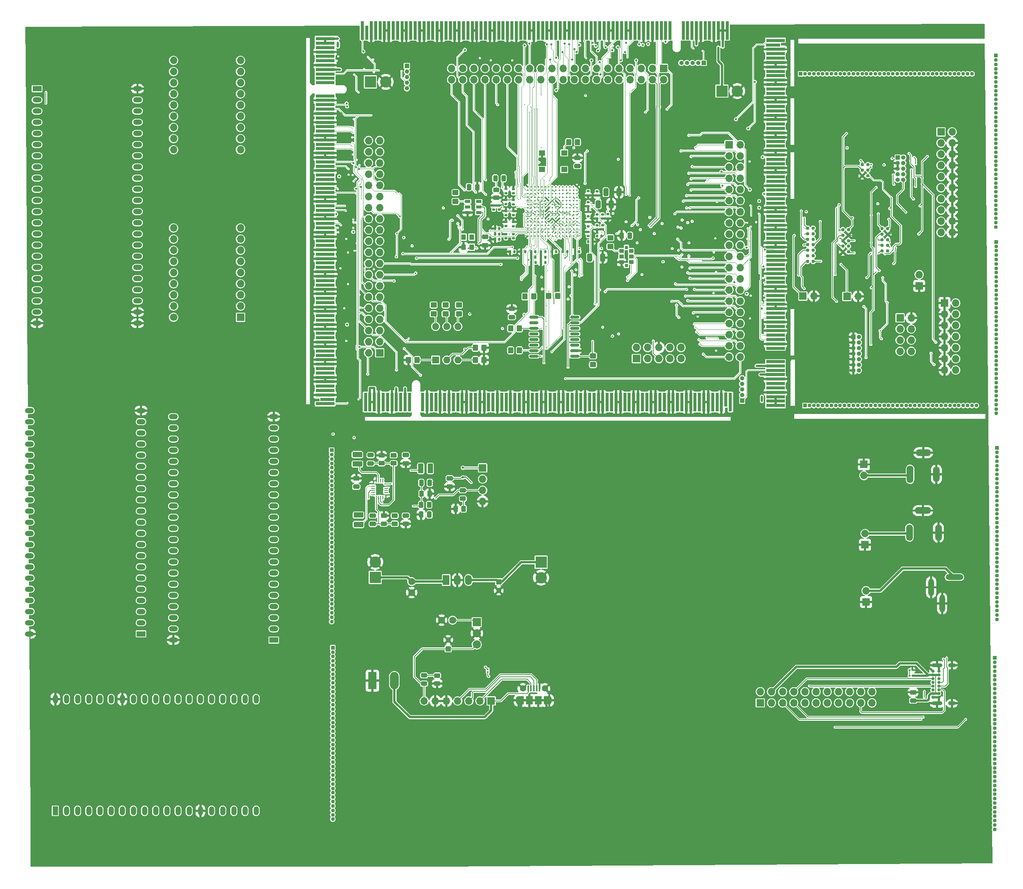
<source format=gbr>
%TF.GenerationSoftware,KiCad,Pcbnew,(7.0.0)*%
%TF.CreationDate,2023-03-18T13:26:33-04:00*%
%TF.ProjectId,FPGAs-Ard_RPi_BB,46504741-732d-4417-9264-5f5250695f42,rev?*%
%TF.SameCoordinates,Original*%
%TF.FileFunction,Copper,L1,Top*%
%TF.FilePolarity,Positive*%
%FSLAX46Y46*%
G04 Gerber Fmt 4.6, Leading zero omitted, Abs format (unit mm)*
G04 Created by KiCad (PCBNEW (7.0.0)) date 2023-03-18 13:26:33*
%MOMM*%
%LPD*%
G01*
G04 APERTURE LIST*
G04 Aperture macros list*
%AMRoundRect*
0 Rectangle with rounded corners*
0 $1 Rounding radius*
0 $2 $3 $4 $5 $6 $7 $8 $9 X,Y pos of 4 corners*
0 Add a 4 corners polygon primitive as box body*
4,1,4,$2,$3,$4,$5,$6,$7,$8,$9,$2,$3,0*
0 Add four circle primitives for the rounded corners*
1,1,$1+$1,$2,$3*
1,1,$1+$1,$4,$5*
1,1,$1+$1,$6,$7*
1,1,$1+$1,$8,$9*
0 Add four rect primitives between the rounded corners*
20,1,$1+$1,$2,$3,$4,$5,0*
20,1,$1+$1,$4,$5,$6,$7,0*
20,1,$1+$1,$6,$7,$8,$9,0*
20,1,$1+$1,$8,$9,$2,$3,0*%
G04 Aperture macros list end*
%TA.AperFunction,ComponentPad*%
%ADD10R,1.000000X1.000000*%
%TD*%
%TA.AperFunction,ComponentPad*%
%ADD11O,1.000000X1.000000*%
%TD*%
%TA.AperFunction,SMDPad,CuDef*%
%ADD12RoundRect,0.140000X0.170000X-0.140000X0.170000X0.140000X-0.170000X0.140000X-0.170000X-0.140000X0*%
%TD*%
%TA.AperFunction,ComponentPad*%
%ADD13C,1.600000*%
%TD*%
%TA.AperFunction,SMDPad,CuDef*%
%ADD14RoundRect,0.250000X-0.350000X-0.450000X0.350000X-0.450000X0.350000X0.450000X-0.350000X0.450000X0*%
%TD*%
%TA.AperFunction,ComponentPad*%
%ADD15R,1.200000X2.000000*%
%TD*%
%TA.AperFunction,ComponentPad*%
%ADD16O,1.200000X2.000000*%
%TD*%
%TA.AperFunction,SMDPad,CuDef*%
%ADD17RoundRect,0.250000X0.450000X-0.350000X0.450000X0.350000X-0.450000X0.350000X-0.450000X-0.350000X0*%
%TD*%
%TA.AperFunction,ComponentPad*%
%ADD18R,0.850000X0.850000*%
%TD*%
%TA.AperFunction,ComponentPad*%
%ADD19O,0.850000X0.850000*%
%TD*%
%TA.AperFunction,SMDPad,CuDef*%
%ADD20RoundRect,0.140000X-0.170000X0.140000X-0.170000X-0.140000X0.170000X-0.140000X0.170000X0.140000X0*%
%TD*%
%TA.AperFunction,ConnectorPad*%
%ADD21R,0.700000X4.300000*%
%TD*%
%TA.AperFunction,ConnectorPad*%
%ADD22R,0.700000X3.200000*%
%TD*%
%TA.AperFunction,SMDPad,CuDef*%
%ADD23RoundRect,0.140000X0.140000X0.170000X-0.140000X0.170000X-0.140000X-0.170000X0.140000X-0.170000X0*%
%TD*%
%TA.AperFunction,SMDPad,CuDef*%
%ADD24RoundRect,0.250000X0.350000X0.450000X-0.350000X0.450000X-0.350000X-0.450000X0.350000X-0.450000X0*%
%TD*%
%TA.AperFunction,SMDPad,CuDef*%
%ADD25RoundRect,0.250000X0.850000X-0.375000X0.850000X0.375000X-0.850000X0.375000X-0.850000X-0.375000X0*%
%TD*%
%TA.AperFunction,ComponentPad*%
%ADD26R,1.700000X1.700000*%
%TD*%
%TA.AperFunction,ComponentPad*%
%ADD27O,1.700000X1.700000*%
%TD*%
%TA.AperFunction,SMDPad,CuDef*%
%ADD28RoundRect,0.250000X-0.325000X-0.650000X0.325000X-0.650000X0.325000X0.650000X-0.325000X0.650000X0*%
%TD*%
%TA.AperFunction,SMDPad,CuDef*%
%ADD29RoundRect,0.243750X0.456250X-0.243750X0.456250X0.243750X-0.456250X0.243750X-0.456250X-0.243750X0*%
%TD*%
%TA.AperFunction,SMDPad,CuDef*%
%ADD30RoundRect,0.250000X-0.450000X0.262500X-0.450000X-0.262500X0.450000X-0.262500X0.450000X0.262500X0*%
%TD*%
%TA.AperFunction,ComponentPad*%
%ADD31O,3.708400X1.498600*%
%TD*%
%TA.AperFunction,ComponentPad*%
%ADD32O,1.498600X3.708400*%
%TD*%
%TA.AperFunction,SMDPad,CuDef*%
%ADD33RoundRect,0.250000X-0.450000X0.350000X-0.450000X-0.350000X0.450000X-0.350000X0.450000X0.350000X0*%
%TD*%
%TA.AperFunction,ComponentPad*%
%ADD34C,0.700000*%
%TD*%
%TA.AperFunction,ComponentPad*%
%ADD35O,2.400000X0.900000*%
%TD*%
%TA.AperFunction,ComponentPad*%
%ADD36O,1.700000X0.900000*%
%TD*%
%TA.AperFunction,SMDPad,CuDef*%
%ADD37RoundRect,0.100000X-0.130000X-0.100000X0.130000X-0.100000X0.130000X0.100000X-0.130000X0.100000X0*%
%TD*%
%TA.AperFunction,SMDPad,CuDef*%
%ADD38C,0.787400*%
%TD*%
%TA.AperFunction,ComponentPad*%
%ADD39R,1.200000X1.200000*%
%TD*%
%TA.AperFunction,ComponentPad*%
%ADD40C,1.200000*%
%TD*%
%TA.AperFunction,ComponentPad*%
%ADD41R,2.000000X1.200000*%
%TD*%
%TA.AperFunction,ComponentPad*%
%ADD42O,2.000000X1.200000*%
%TD*%
%TA.AperFunction,ComponentPad*%
%ADD43R,1.860000X1.860000*%
%TD*%
%TA.AperFunction,ComponentPad*%
%ADD44C,1.860000*%
%TD*%
%TA.AperFunction,SMDPad,CuDef*%
%ADD45RoundRect,0.250000X-0.475000X0.250000X-0.475000X-0.250000X0.475000X-0.250000X0.475000X0.250000X0*%
%TD*%
%TA.AperFunction,SMDPad,CuDef*%
%ADD46RoundRect,0.250000X-0.262500X-0.450000X0.262500X-0.450000X0.262500X0.450000X-0.262500X0.450000X0*%
%TD*%
%TA.AperFunction,SMDPad,CuDef*%
%ADD47R,0.400000X0.380000*%
%TD*%
%TA.AperFunction,SMDPad,CuDef*%
%ADD48RoundRect,0.250000X0.475000X-0.250000X0.475000X0.250000X-0.475000X0.250000X-0.475000X-0.250000X0*%
%TD*%
%TA.AperFunction,SMDPad,CuDef*%
%ADD49R,1.295400X0.685800*%
%TD*%
%TA.AperFunction,SMDPad,CuDef*%
%ADD50RoundRect,0.250000X0.250000X0.475000X-0.250000X0.475000X-0.250000X-0.475000X0.250000X-0.475000X0*%
%TD*%
%TA.AperFunction,ComponentPad*%
%ADD51C,1.700000*%
%TD*%
%TA.AperFunction,SMDPad,CuDef*%
%ADD52RoundRect,0.250000X0.262500X0.450000X-0.262500X0.450000X-0.262500X-0.450000X0.262500X-0.450000X0*%
%TD*%
%TA.AperFunction,SMDPad,CuDef*%
%ADD53RoundRect,0.100000X0.130000X0.100000X-0.130000X0.100000X-0.130000X-0.100000X0.130000X-0.100000X0*%
%TD*%
%TA.AperFunction,SMDPad,CuDef*%
%ADD54RoundRect,0.250000X0.450000X-0.262500X0.450000X0.262500X-0.450000X0.262500X-0.450000X-0.262500X0*%
%TD*%
%TA.AperFunction,SMDPad,CuDef*%
%ADD55RoundRect,0.243750X-0.456250X0.243750X-0.456250X-0.243750X0.456250X-0.243750X0.456250X0.243750X0*%
%TD*%
%TA.AperFunction,SMDPad,CuDef*%
%ADD56O,4.013200X1.295400*%
%TD*%
%TA.AperFunction,SMDPad,CuDef*%
%ADD57O,1.295400X4.013200*%
%TD*%
%TA.AperFunction,ComponentPad*%
%ADD58R,2.600000X2.600000*%
%TD*%
%TA.AperFunction,ComponentPad*%
%ADD59C,2.600000*%
%TD*%
%TA.AperFunction,ConnectorPad*%
%ADD60R,4.300000X0.700000*%
%TD*%
%TA.AperFunction,ConnectorPad*%
%ADD61R,3.200000X0.700000*%
%TD*%
%TA.AperFunction,SMDPad,CuDef*%
%ADD62RoundRect,0.140000X-0.140000X-0.170000X0.140000X-0.170000X0.140000X0.170000X-0.140000X0.170000X0*%
%TD*%
%TA.AperFunction,SMDPad,CuDef*%
%ADD63RoundRect,0.125000X-0.125000X0.125000X-0.125000X-0.125000X0.125000X-0.125000X0.125000X0.125000X0*%
%TD*%
%TA.AperFunction,SMDPad,CuDef*%
%ADD64R,1.050000X0.840000*%
%TD*%
%TA.AperFunction,SMDPad,CuDef*%
%ADD65R,0.800000X0.800000*%
%TD*%
%TA.AperFunction,SMDPad,CuDef*%
%ADD66C,0.355600*%
%TD*%
%TA.AperFunction,ComponentPad*%
%ADD67O,1.507998X4.008120*%
%TD*%
%TA.AperFunction,ComponentPad*%
%ADD68O,1.507998X3.507994*%
%TD*%
%TA.AperFunction,ComponentPad*%
%ADD69O,3.507994X1.507998*%
%TD*%
%TA.AperFunction,SMDPad,CuDef*%
%ADD70R,1.100000X1.300000*%
%TD*%
%TA.AperFunction,ComponentPad*%
%ADD71R,1.600000X1.600000*%
%TD*%
%TA.AperFunction,ComponentPad*%
%ADD72O,1.600000X1.600000*%
%TD*%
%TA.AperFunction,SMDPad,CuDef*%
%ADD73R,0.400000X1.350000*%
%TD*%
%TA.AperFunction,ComponentPad*%
%ADD74O,1.200000X1.900000*%
%TD*%
%TA.AperFunction,SMDPad,CuDef*%
%ADD75R,1.200000X1.900000*%
%TD*%
%TA.AperFunction,ComponentPad*%
%ADD76C,1.450000*%
%TD*%
%TA.AperFunction,SMDPad,CuDef*%
%ADD77R,1.500000X1.900000*%
%TD*%
%TA.AperFunction,ComponentPad*%
%ADD78R,1.500000X2.300000*%
%TD*%
%TA.AperFunction,ComponentPad*%
%ADD79O,1.500000X2.300000*%
%TD*%
%TA.AperFunction,SMDPad,CuDef*%
%ADD80RoundRect,0.243750X-0.243750X-0.456250X0.243750X-0.456250X0.243750X0.456250X-0.243750X0.456250X0*%
%TD*%
%TA.AperFunction,SMDPad,CuDef*%
%ADD81RoundRect,0.250000X-0.250000X-0.475000X0.250000X-0.475000X0.250000X0.475000X-0.250000X0.475000X0*%
%TD*%
%TA.AperFunction,SMDPad,CuDef*%
%ADD82R,1.397000X1.193800*%
%TD*%
%TA.AperFunction,SMDPad,CuDef*%
%ADD83RoundRect,0.062500X-0.362500X-0.062500X0.362500X-0.062500X0.362500X0.062500X-0.362500X0.062500X0*%
%TD*%
%TA.AperFunction,SMDPad,CuDef*%
%ADD84RoundRect,0.062500X-0.062500X-0.362500X0.062500X-0.362500X0.062500X0.362500X-0.062500X0.362500X0*%
%TD*%
%TA.AperFunction,ComponentPad*%
%ADD85C,0.500000*%
%TD*%
%TA.AperFunction,SMDPad,CuDef*%
%ADD86R,1.650000X2.650000*%
%TD*%
%TA.AperFunction,SMDPad,CuDef*%
%ADD87RoundRect,0.150000X-0.875000X-0.150000X0.875000X-0.150000X0.875000X0.150000X-0.875000X0.150000X0*%
%TD*%
%TA.AperFunction,ComponentPad*%
%ADD88R,1.980000X3.960000*%
%TD*%
%TA.AperFunction,ComponentPad*%
%ADD89O,1.980000X3.960000*%
%TD*%
%TA.AperFunction,SMDPad,CuDef*%
%ADD90RoundRect,0.250000X-0.375000X-0.850000X0.375000X-0.850000X0.375000X0.850000X-0.375000X0.850000X0*%
%TD*%
%TA.AperFunction,ViaPad*%
%ADD91C,0.101600*%
%TD*%
%TA.AperFunction,ViaPad*%
%ADD92C,0.500000*%
%TD*%
%TA.AperFunction,ViaPad*%
%ADD93C,0.254000*%
%TD*%
%TA.AperFunction,ViaPad*%
%ADD94C,0.355600*%
%TD*%
%TA.AperFunction,ViaPad*%
%ADD95C,0.304800*%
%TD*%
%TA.AperFunction,Conductor*%
%ADD96C,0.056800*%
%TD*%
%TA.AperFunction,Conductor*%
%ADD97C,0.508000*%
%TD*%
%TA.AperFunction,Conductor*%
%ADD98C,0.101600*%
%TD*%
%TA.AperFunction,Conductor*%
%ADD99C,0.058000*%
%TD*%
%TA.AperFunction,Conductor*%
%ADD100C,0.152400*%
%TD*%
%TA.AperFunction,Conductor*%
%ADD101C,0.203200*%
%TD*%
%TA.AperFunction,Conductor*%
%ADD102C,0.200000*%
%TD*%
G04 APERTURE END LIST*
D10*
%TO.P,PCIe_J3_JTAG1,1,Pin_1*%
%TO.N,Net-(PCIe_J3-TRST#)*%
X334849999Y-27499999D03*
D11*
%TO.P,PCIe_J3_JTAG1,2,Pin_2*%
%TO.N,Net-(PCIe_J3-TCK)*%
X333579999Y-27499999D03*
%TO.P,PCIe_J3_JTAG1,3,Pin_3*%
%TO.N,Net-(PCIe_J3-TDI)*%
X332309999Y-27499999D03*
%TO.P,PCIe_J3_JTAG1,4,Pin_4*%
%TO.N,Net-(PCIe_J3-TDO)*%
X331039999Y-27499999D03*
%TO.P,PCIe_J3_JTAG1,5,Pin_5*%
%TO.N,Net-(PCIe_J3-TMS)*%
X329769999Y-27499999D03*
%TD*%
D10*
%TO.P,PCIe_J2_JTAG1,1,Pin_1*%
%TO.N,Net-(PCIe_J2-TRST#)*%
X267299999Y-28189999D03*
D11*
%TO.P,PCIe_J2_JTAG1,2,Pin_2*%
%TO.N,Net-(PCIe_J2-TCK)*%
X267299999Y-29459999D03*
%TO.P,PCIe_J2_JTAG1,3,Pin_3*%
%TO.N,Net-(PCIe_J2-TDI)*%
X267299999Y-30729999D03*
%TO.P,PCIe_J2_JTAG1,4,Pin_4*%
%TO.N,Net-(PCIe_J2-TDO)*%
X267299999Y-31999999D03*
%TO.P,PCIe_J2_JTAG1,5,Pin_5*%
%TO.N,Net-(PCIe_J2-TMS)*%
X267299999Y-33269999D03*
%TD*%
D10*
%TO.P,PCIe_J1_JTAG1,1,Pin_1*%
%TO.N,Net-(PCIe_J1-TRST#)*%
X343599999Y-104309999D03*
D11*
%TO.P,PCIe_J1_JTAG1,2,Pin_2*%
%TO.N,Net-(PCIe_J1-TCK)*%
X343599999Y-103039999D03*
%TO.P,PCIe_J1_JTAG1,3,Pin_3*%
%TO.N,Net-(PCIe_J1-TDI)*%
X343599999Y-101769999D03*
%TO.P,PCIe_J1_JTAG1,4,Pin_4*%
%TO.N,Net-(PCIe_J1-TDO)*%
X343599999Y-100499999D03*
%TO.P,PCIe_J1_JTAG1,5,Pin_5*%
%TO.N,Net-(PCIe_J1-TMS)*%
X343599999Y-99229999D03*
%TD*%
D12*
%TO.P,U1_C20,1*%
%TO.N,+3V3*%
X291575001Y-59650001D03*
%TO.P,U1_C20,2*%
%TO.N,GND*%
X291575001Y-58690001D03*
%TD*%
%TO.P,U1_C21,1*%
%TO.N,+3V3*%
X291575001Y-62130001D03*
%TO.P,U1_C21,2*%
%TO.N,GND*%
X291575001Y-61170001D03*
%TD*%
D13*
%TO.P,PR_C9,1*%
%TO.N,Net-(PWR_DC_IN1-Pin_1)*%
X268400000Y-145450000D03*
%TO.P,PR_C9,2*%
%TO.N,GND*%
X268400000Y-147950000D03*
%TD*%
D14*
%TO.P,R2,1*%
%TO.N,+3V3*%
X294174999Y-80599999D03*
%TO.P,R2,2*%
%TO.N,/Xilinx_FPGAs/FLASH_SPI_DQ3*%
X296174999Y-80599999D03*
%TD*%
D15*
%TO.P,U2,1,3V3*%
%TO.N,unconnected-(U2-3V3-Pad1)*%
X187279999Y-197599999D03*
D16*
%TO.P,U2,2,CHIP_PU*%
%TO.N,unconnected-(U2-CHIP_PU-Pad2)*%
X189819999Y-197599999D03*
%TO.P,U2,3,SENSOR_VP/GPIO36/ADC1_CH0*%
%TO.N,unconnected-(U2-SENSOR_VP{slash}GPIO36{slash}ADC1_CH0-Pad3)*%
X192359999Y-197599999D03*
%TO.P,U2,4,SENSOR_VN/GPIO39/ADC1_CH3*%
%TO.N,unconnected-(U2-SENSOR_VN{slash}GPIO39{slash}ADC1_CH3-Pad4)*%
X194899999Y-197599999D03*
%TO.P,U2,5,VDET_1/GPIO34/ADC1_CH6*%
%TO.N,unconnected-(U2-VDET_1{slash}GPIO34{slash}ADC1_CH6-Pad5)*%
X197439999Y-197599999D03*
%TO.P,U2,6,VDET_2/GPIO35/ADC1_CH7*%
%TO.N,unconnected-(U2-VDET_2{slash}GPIO35{slash}ADC1_CH7-Pad6)*%
X199979999Y-197599999D03*
%TO.P,U2,7,32K_XP/GPIO32/ADC1_CH4*%
%TO.N,unconnected-(U2-32K_XP{slash}GPIO32{slash}ADC1_CH4-Pad7)*%
X202519999Y-197599999D03*
%TO.P,U2,8,32K_XN/GPIO33/ADC1_CH5*%
%TO.N,unconnected-(U2-32K_XN{slash}GPIO33{slash}ADC1_CH5-Pad8)*%
X205059999Y-197599999D03*
%TO.P,U2,9,DAC_1/ADC2_CH8/GPIO25*%
%TO.N,unconnected-(U2-DAC_1{slash}ADC2_CH8{slash}GPIO25-Pad9)*%
X207599999Y-197599999D03*
%TO.P,U2,10,DAC_2/ADC2_CH9/GPIO26*%
%TO.N,unconnected-(U2-DAC_2{slash}ADC2_CH9{slash}GPIO26-Pad10)*%
X210139999Y-197599999D03*
%TO.P,U2,11,ADC2_CH7/GPIO27*%
%TO.N,unconnected-(U2-ADC2_CH7{slash}GPIO27-Pad11)*%
X212679999Y-197599999D03*
%TO.P,U2,12,MTMS/GPIO14/ADC2_CH6*%
%TO.N,unconnected-(U2-MTMS{slash}GPIO14{slash}ADC2_CH6-Pad12)*%
X215219999Y-197599999D03*
%TO.P,U2,13,MTDI/GPIO12/ADC2_CH5*%
%TO.N,unconnected-(U2-MTDI{slash}GPIO12{slash}ADC2_CH5-Pad13)*%
X217759999Y-197599999D03*
%TO.P,U2,14,GND*%
%TO.N,GND*%
X220299999Y-197599999D03*
%TO.P,U2,15,MTCK/GPIO13/ADC2_CH4*%
%TO.N,unconnected-(U2-MTCK{slash}GPIO13{slash}ADC2_CH4-Pad15)*%
X222839999Y-197599999D03*
%TO.P,U2,16,SD_DATA2/GPIO9*%
%TO.N,unconnected-(U2-SD_DATA2{slash}GPIO9-Pad16)*%
X225379999Y-197599999D03*
%TO.P,U2,17,SD_DATA3/GPIO10*%
%TO.N,unconnected-(U2-SD_DATA3{slash}GPIO10-Pad17)*%
X227919999Y-197599999D03*
%TO.P,U2,18,CMD*%
%TO.N,unconnected-(U2-CMD-Pad18)*%
X230459999Y-197599999D03*
%TO.P,U2,19,5V*%
%TO.N,unconnected-(U2-5V-Pad19)*%
X232999999Y-197599999D03*
%TO.P,U2,20,SD_CLK/GPIO6*%
%TO.N,unconnected-(U2-SD_CLK{slash}GPIO6-Pad20)*%
X232997279Y-172203679D03*
%TO.P,U2,21,SD_DATA0/GPIO7*%
%TO.N,unconnected-(U2-SD_DATA0{slash}GPIO7-Pad21)*%
X230457279Y-172203679D03*
%TO.P,U2,22,SD_DATA1/GPIO8*%
%TO.N,unconnected-(U2-SD_DATA1{slash}GPIO8-Pad22)*%
X227919999Y-172199999D03*
%TO.P,U2,23,MTDO/GPIO15/ADC2_CH3*%
%TO.N,unconnected-(U2-MTDO{slash}GPIO15{slash}ADC2_CH3-Pad23)*%
X225379999Y-172199999D03*
%TO.P,U2,24,ADC2_CH2/GPIO2*%
%TO.N,unconnected-(U2-ADC2_CH2{slash}GPIO2-Pad24)*%
X222839999Y-172199999D03*
%TO.P,U2,25,GPIO0/BOOT/ADC2_CH1*%
%TO.N,unconnected-(U2-GPIO0{slash}BOOT{slash}ADC2_CH1-Pad25)*%
X220299999Y-172199999D03*
%TO.P,U2,26,ADC2_CH0/GPIO4*%
%TO.N,unconnected-(U2-ADC2_CH0{slash}GPIO4-Pad26)*%
X217759999Y-172199999D03*
%TO.P,U2,27,GPIO16*%
%TO.N,unconnected-(U2-GPIO16-Pad27)*%
X215219999Y-172199999D03*
%TO.P,U2,28,GPIO17*%
%TO.N,unconnected-(U2-GPIO17-Pad28)*%
X212679999Y-172199999D03*
%TO.P,U2,29,GPIO5*%
%TO.N,unconnected-(U2-GPIO5-Pad29)*%
X210139999Y-172199999D03*
%TO.P,U2,30,GPIO18*%
%TO.N,unconnected-(U2-GPIO18-Pad30)*%
X207599999Y-172199999D03*
%TO.P,U2,31,GPIO19*%
%TO.N,unconnected-(U2-GPIO19-Pad31)*%
X205059999Y-172199999D03*
%TO.P,U2,32,GND*%
%TO.N,GND*%
X202519999Y-172199999D03*
%TO.P,U2,33,GPIO21*%
%TO.N,unconnected-(U2-GPIO21-Pad33)*%
X199979999Y-172199999D03*
%TO.P,U2,34,U0RXD/GPIO3*%
%TO.N,unconnected-(U2-U0RXD{slash}GPIO3-Pad34)*%
X197439999Y-172199999D03*
%TO.P,U2,35,U0TXD/GPIO1*%
%TO.N,unconnected-(U2-U0TXD{slash}GPIO1-Pad35)*%
X194899999Y-172199999D03*
%TO.P,U2,36,GPIO22*%
%TO.N,unconnected-(U2-GPIO22-Pad36)*%
X192359999Y-172199999D03*
%TO.P,U2,37,GPIO23*%
%TO.N,unconnected-(U2-GPIO23-Pad37)*%
X189819999Y-172199999D03*
%TO.P,U2,38,GND*%
%TO.N,GND*%
X187279999Y-172199999D03*
%TD*%
D17*
%TO.P,R1,1*%
%TO.N,+3V3*%
X309674999Y-96099999D03*
%TO.P,R1,2*%
%TO.N,/Xilinx_FPGAs/FLASH_SPI_DQ2*%
X309674999Y-94099999D03*
%TD*%
D18*
%TO.P,BO_9,1,Pin_1*%
%TO.N,unconnected-(BO_9-Pin_1-Pad1)*%
X356927999Y-29971999D03*
D19*
%TO.P,BO_9,2,Pin_2*%
%TO.N,unconnected-(BO_9-Pin_2-Pad2)*%
X357927999Y-29971999D03*
%TO.P,BO_9,3,Pin_3*%
%TO.N,unconnected-(BO_9-Pin_3-Pad3)*%
X358927999Y-29971999D03*
%TO.P,BO_9,4,Pin_4*%
%TO.N,unconnected-(BO_9-Pin_4-Pad4)*%
X359927999Y-29971999D03*
%TO.P,BO_9,5,Pin_5*%
%TO.N,unconnected-(BO_9-Pin_5-Pad5)*%
X360927999Y-29971999D03*
%TO.P,BO_9,6,Pin_6*%
%TO.N,unconnected-(BO_9-Pin_6-Pad6)*%
X361927999Y-29971999D03*
%TO.P,BO_9,7,Pin_7*%
%TO.N,unconnected-(BO_9-Pin_7-Pad7)*%
X362927999Y-29971999D03*
%TO.P,BO_9,8,Pin_8*%
%TO.N,unconnected-(BO_9-Pin_8-Pad8)*%
X363927999Y-29971999D03*
%TO.P,BO_9,9,Pin_9*%
%TO.N,unconnected-(BO_9-Pin_9-Pad9)*%
X364927999Y-29971999D03*
%TO.P,BO_9,10,Pin_10*%
%TO.N,unconnected-(BO_9-Pin_10-Pad10)*%
X365927999Y-29971999D03*
%TO.P,BO_9,11,Pin_11*%
%TO.N,unconnected-(BO_9-Pin_11-Pad11)*%
X366927999Y-29971999D03*
%TO.P,BO_9,12,Pin_12*%
%TO.N,unconnected-(BO_9-Pin_12-Pad12)*%
X367927999Y-29971999D03*
%TO.P,BO_9,13,Pin_13*%
%TO.N,unconnected-(BO_9-Pin_13-Pad13)*%
X368927999Y-29971999D03*
%TO.P,BO_9,14,Pin_14*%
%TO.N,unconnected-(BO_9-Pin_14-Pad14)*%
X369927999Y-29971999D03*
%TO.P,BO_9,15,Pin_15*%
%TO.N,unconnected-(BO_9-Pin_15-Pad15)*%
X370927999Y-29971999D03*
%TO.P,BO_9,16,Pin_16*%
%TO.N,unconnected-(BO_9-Pin_16-Pad16)*%
X371927999Y-29971999D03*
%TO.P,BO_9,17,Pin_17*%
%TO.N,unconnected-(BO_9-Pin_17-Pad17)*%
X372927999Y-29971999D03*
%TO.P,BO_9,18,Pin_18*%
%TO.N,unconnected-(BO_9-Pin_18-Pad18)*%
X373927999Y-29971999D03*
%TO.P,BO_9,19,Pin_19*%
%TO.N,unconnected-(BO_9-Pin_19-Pad19)*%
X374927999Y-29971999D03*
%TO.P,BO_9,20,Pin_20*%
%TO.N,unconnected-(BO_9-Pin_20-Pad20)*%
X375927999Y-29971999D03*
%TO.P,BO_9,21,Pin_21*%
%TO.N,unconnected-(BO_9-Pin_21-Pad21)*%
X376927999Y-29971999D03*
%TO.P,BO_9,22,Pin_22*%
%TO.N,unconnected-(BO_9-Pin_22-Pad22)*%
X377927999Y-29971999D03*
%TO.P,BO_9,23,Pin_23*%
%TO.N,unconnected-(BO_9-Pin_23-Pad23)*%
X378927999Y-29971999D03*
%TO.P,BO_9,24,Pin_24*%
%TO.N,unconnected-(BO_9-Pin_24-Pad24)*%
X379927999Y-29971999D03*
%TO.P,BO_9,25,Pin_25*%
%TO.N,unconnected-(BO_9-Pin_25-Pad25)*%
X380927999Y-29971999D03*
%TO.P,BO_9,26,Pin_26*%
%TO.N,unconnected-(BO_9-Pin_26-Pad26)*%
X381927999Y-29971999D03*
%TO.P,BO_9,27,Pin_27*%
%TO.N,unconnected-(BO_9-Pin_27-Pad27)*%
X382927999Y-29971999D03*
%TO.P,BO_9,28,Pin_28*%
%TO.N,unconnected-(BO_9-Pin_28-Pad28)*%
X383927999Y-29971999D03*
%TO.P,BO_9,29,Pin_29*%
%TO.N,unconnected-(BO_9-Pin_29-Pad29)*%
X384927999Y-29971999D03*
%TO.P,BO_9,30,Pin_30*%
%TO.N,unconnected-(BO_9-Pin_30-Pad30)*%
X385927999Y-29971999D03*
%TO.P,BO_9,31,Pin_31*%
%TO.N,unconnected-(BO_9-Pin_31-Pad31)*%
X386927999Y-29971999D03*
%TO.P,BO_9,32,Pin_32*%
%TO.N,unconnected-(BO_9-Pin_32-Pad32)*%
X387927999Y-29971999D03*
%TO.P,BO_9,33,Pin_33*%
%TO.N,unconnected-(BO_9-Pin_33-Pad33)*%
X388927999Y-29971999D03*
%TO.P,BO_9,34,Pin_34*%
%TO.N,unconnected-(BO_9-Pin_34-Pad34)*%
X389927999Y-29971999D03*
%TO.P,BO_9,35,Pin_35*%
%TO.N,unconnected-(BO_9-Pin_35-Pad35)*%
X390927999Y-29971999D03*
%TO.P,BO_9,36,Pin_36*%
%TO.N,unconnected-(BO_9-Pin_36-Pad36)*%
X391927999Y-29971999D03*
%TO.P,BO_9,37,Pin_37*%
%TO.N,unconnected-(BO_9-Pin_37-Pad37)*%
X392927999Y-29971999D03*
%TO.P,BO_9,38,Pin_38*%
%TO.N,unconnected-(BO_9-Pin_38-Pad38)*%
X393927999Y-29971999D03*
%TO.P,BO_9,39,Pin_39*%
%TO.N,unconnected-(BO_9-Pin_39-Pad39)*%
X394927999Y-29971999D03*
%TO.P,BO_9,40,Pin_40*%
%TO.N,unconnected-(BO_9-Pin_40-Pad40)*%
X395927999Y-29971999D03*
%TD*%
D20*
%TO.P,U1_C7,1*%
%TO.N,+3V3*%
X308575001Y-56650001D03*
%TO.P,U1_C7,2*%
%TO.N,GND*%
X308575001Y-57610001D03*
%TD*%
D21*
%TO.P,PCIe_J4,B1,+12V*%
%TO.N,+12V*%
X257899999Y-104599999D03*
%TO.P,PCIe_J4,B2,+12V*%
X258899999Y-104599999D03*
%TO.P,PCIe_J4,B3,+12V*%
X259899999Y-104599999D03*
%TO.P,PCIe_J4,B4,GND*%
%TO.N,GND*%
X260899999Y-104599999D03*
%TO.P,PCIe_J4,B5,SMCLK*%
%TO.N,unconnected-(PCIe_J4-SMCLK-PadB5)*%
X261899999Y-104599999D03*
%TO.P,PCIe_J4,B6,SMDAT*%
%TO.N,unconnected-(PCIe_J4-SMDAT-PadB6)*%
X262899999Y-104599999D03*
%TO.P,PCIe_J4,B7,GND*%
%TO.N,GND*%
X263899999Y-104599999D03*
%TO.P,PCIe_J4,B8,+3.3V*%
%TO.N,+3V3*%
X264899999Y-104599999D03*
%TO.P,PCIe_J4,B9,TRST#*%
%TO.N,unconnected-(PCIe_J4-TRST#-PadB9)*%
X265899999Y-104599999D03*
%TO.P,PCIe_J4,B10,3.3Vaux*%
%TO.N,unconnected-(PCIe_J4-3.3Vaux-PadB10)*%
X266899999Y-104599999D03*
%TO.P,PCIe_J4,B11,~{WAKE}*%
%TO.N,unconnected-(PCIe_J4-~{WAKE}-PadB11)*%
X267899999Y-104599999D03*
%TO.P,PCIe_J4,B12,RSVD*%
%TO.N,unconnected-(PCIe_J4-RSVD-PadB12)*%
X270899999Y-104599999D03*
%TO.P,PCIe_J4,B13,GND*%
%TO.N,GND*%
X271899999Y-104599999D03*
%TO.P,PCIe_J4,B14,PETp0*%
%TO.N,unconnected-(PCIe_J4-PETp0-PadB14)*%
X272899999Y-104599999D03*
%TO.P,PCIe_J4,B15,PETn0*%
%TO.N,unconnected-(PCIe_J4-PETn0-PadB15)*%
X273899999Y-104599999D03*
%TO.P,PCIe_J4,B16,GND*%
%TO.N,GND*%
X274899999Y-104599999D03*
%TO.P,PCIe_J4,B17,~{PRSNT2}*%
%TO.N,unconnected-(PCIe_J4-~{PRSNT2}-PadB17)*%
X275899999Y-104599999D03*
%TO.P,PCIe_J4,B18,GND*%
%TO.N,GND*%
X276899999Y-104599999D03*
%TO.P,PCIe_J4,B19,PETp1*%
%TO.N,unconnected-(PCIe_J4-PETp1-PadB19)*%
X277899999Y-104599999D03*
%TO.P,PCIe_J4,B20,PETn1*%
%TO.N,unconnected-(PCIe_J4-PETn1-PadB20)*%
X278899999Y-104599999D03*
%TO.P,PCIe_J4,B21,GND*%
%TO.N,GND*%
X279899999Y-104599999D03*
%TO.P,PCIe_J4,B22,GND*%
X280899999Y-104599999D03*
%TO.P,PCIe_J4,B23,PETp2*%
%TO.N,unconnected-(PCIe_J4-PETp2-PadB23)*%
X281899999Y-104599999D03*
%TO.P,PCIe_J4,B24,PETn2*%
%TO.N,unconnected-(PCIe_J4-PETn2-PadB24)*%
X282899999Y-104599999D03*
%TO.P,PCIe_J4,B25,GND*%
%TO.N,GND*%
X283899999Y-104599999D03*
%TO.P,PCIe_J4,B26,GND*%
X284899999Y-104599999D03*
%TO.P,PCIe_J4,B27,PETp3*%
%TO.N,unconnected-(PCIe_J4-PETp3-PadB27)*%
X285899999Y-104599999D03*
%TO.P,PCIe_J4,B28,PETn3*%
%TO.N,unconnected-(PCIe_J4-PETn3-PadB28)*%
X286899999Y-104599999D03*
%TO.P,PCIe_J4,B29,GND*%
%TO.N,GND*%
X287899999Y-104599999D03*
%TO.P,PCIe_J4,B30,RSVD*%
%TO.N,unconnected-(PCIe_J4-RSVD-PadB30)*%
X288899999Y-104599999D03*
%TO.P,PCIe_J4,B31,~{PRSNT2}*%
%TO.N,unconnected-(PCIe_J4-~{PRSNT2}-PadB31)*%
X289899999Y-104599999D03*
%TO.P,PCIe_J4,B32,GND*%
%TO.N,GND*%
X290899999Y-104599999D03*
%TO.P,PCIe_J4,B33,PETp4*%
%TO.N,unconnected-(PCIe_J4-PETp4-PadB33)*%
X291899999Y-104599999D03*
%TO.P,PCIe_J4,B34,PETn4*%
%TO.N,unconnected-(PCIe_J4-PETn4-PadB34)*%
X292899999Y-104599999D03*
%TO.P,PCIe_J4,B35,GND*%
%TO.N,GND*%
X293899999Y-104599999D03*
%TO.P,PCIe_J4,B36,GND*%
X294899999Y-104599999D03*
%TO.P,PCIe_J4,B37,PETp5*%
%TO.N,unconnected-(PCIe_J4-PETp5-PadB37)*%
X295899999Y-104599999D03*
%TO.P,PCIe_J4,B38,PETn5*%
%TO.N,unconnected-(PCIe_J4-PETn5-PadB38)*%
X296899999Y-104599999D03*
%TO.P,PCIe_J4,B39,GND*%
%TO.N,GND*%
X297899999Y-104599999D03*
%TO.P,PCIe_J4,B40,GND*%
X298899999Y-104599999D03*
%TO.P,PCIe_J4,B41,PETp6*%
%TO.N,unconnected-(PCIe_J4-PETp6-PadB41)*%
X299899999Y-104599999D03*
%TO.P,PCIe_J4,B42,PETn6*%
%TO.N,unconnected-(PCIe_J4-PETn6-PadB42)*%
X300899999Y-104599999D03*
%TO.P,PCIe_J4,B43,GND*%
%TO.N,GND*%
X301899999Y-104599999D03*
%TO.P,PCIe_J4,B44,GND*%
X302899999Y-104599999D03*
%TO.P,PCIe_J4,B45,PETp7*%
%TO.N,unconnected-(PCIe_J4-PETp7-PadB45)*%
X303899999Y-104599999D03*
%TO.P,PCIe_J4,B46,PETn7*%
%TO.N,unconnected-(PCIe_J4-PETn7-PadB46)*%
X304899999Y-104599999D03*
%TO.P,PCIe_J4,B47,GND*%
%TO.N,GND*%
X305899999Y-104599999D03*
%TO.P,PCIe_J4,B48,~{PRSNT2}*%
%TO.N,unconnected-(PCIe_J4-~{PRSNT2}-PadB48)*%
X306899999Y-104599999D03*
%TO.P,PCIe_J4,B49,GND*%
%TO.N,GND*%
X307899999Y-104599999D03*
%TO.P,PCIe_J4,B50,PETp8*%
%TO.N,unconnected-(PCIe_J4-PETp8-PadB50)*%
X308899999Y-104599999D03*
%TO.P,PCIe_J4,B51,PETn8*%
%TO.N,unconnected-(PCIe_J4-PETn8-PadB51)*%
X309899999Y-104599999D03*
%TO.P,PCIe_J4,B52,GND*%
%TO.N,GND*%
X310899999Y-104599999D03*
%TO.P,PCIe_J4,B53,GND*%
X311899999Y-104599999D03*
%TO.P,PCIe_J4,B54,PETp9*%
%TO.N,unconnected-(PCIe_J4-PETp9-PadB54)*%
X312899999Y-104599999D03*
%TO.P,PCIe_J4,B55,PETn9*%
%TO.N,unconnected-(PCIe_J4-PETn9-PadB55)*%
X313899999Y-104599999D03*
%TO.P,PCIe_J4,B56,GND*%
%TO.N,GND*%
X314899999Y-104599999D03*
%TO.P,PCIe_J4,B57,GND*%
X315899999Y-104599999D03*
%TO.P,PCIe_J4,B58,PETp10*%
%TO.N,unconnected-(PCIe_J4-PETp10-PadB58)*%
X316899999Y-104599999D03*
%TO.P,PCIe_J4,B59,PETn10*%
%TO.N,unconnected-(PCIe_J4-PETn10-PadB59)*%
X317899999Y-104599999D03*
%TO.P,PCIe_J4,B60,GND*%
%TO.N,GND*%
X318899999Y-104599999D03*
%TO.P,PCIe_J4,B61,GND*%
X319899999Y-104599999D03*
%TO.P,PCIe_J4,B62,PETp11*%
%TO.N,unconnected-(PCIe_J4-PETp11-PadB62)*%
X320899999Y-104599999D03*
%TO.P,PCIe_J4,B63,PETn11*%
%TO.N,unconnected-(PCIe_J4-PETn11-PadB63)*%
X321899999Y-104599999D03*
%TO.P,PCIe_J4,B64,GND*%
%TO.N,GND*%
X322899999Y-104599999D03*
%TO.P,PCIe_J4,B65,GND*%
X323899999Y-104599999D03*
%TO.P,PCIe_J4,B66,PETp12*%
%TO.N,unconnected-(PCIe_J4-PETp12-PadB66)*%
X324899999Y-104599999D03*
%TO.P,PCIe_J4,B67,PETn12*%
%TO.N,unconnected-(PCIe_J4-PETn12-PadB67)*%
X325899999Y-104599999D03*
%TO.P,PCIe_J4,B68,GND*%
%TO.N,GND*%
X326899999Y-104599999D03*
%TO.P,PCIe_J4,B69,GND*%
X327899999Y-104599999D03*
%TO.P,PCIe_J4,B70,PETp13*%
%TO.N,unconnected-(PCIe_J4-PETp13-PadB70)*%
X328899999Y-104599999D03*
%TO.P,PCIe_J4,B71,PETn13*%
%TO.N,unconnected-(PCIe_J4-PETn13-PadB71)*%
X329899999Y-104599999D03*
%TO.P,PCIe_J4,B72,GND*%
%TO.N,GND*%
X330899999Y-104599999D03*
%TO.P,PCIe_J4,B73,GND*%
X331899999Y-104599999D03*
%TO.P,PCIe_J4,B74,PETp14*%
%TO.N,unconnected-(PCIe_J4-PETp14-PadB74)*%
X332899999Y-104599999D03*
%TO.P,PCIe_J4,B75,PETn14*%
%TO.N,unconnected-(PCIe_J4-PETn14-PadB75)*%
X333899999Y-104599999D03*
%TO.P,PCIe_J4,B76,GND*%
%TO.N,GND*%
X334899999Y-104599999D03*
%TO.P,PCIe_J4,B77,GND*%
X335899999Y-104599999D03*
%TO.P,PCIe_J4,B78,PETp15*%
%TO.N,unconnected-(PCIe_J4-PETp15-PadB78)*%
X336899999Y-104599999D03*
%TO.P,PCIe_J4,B79,PETn15*%
%TO.N,unconnected-(PCIe_J4-PETn15-PadB79)*%
X337899999Y-104599999D03*
%TO.P,PCIe_J4,B80,GND*%
%TO.N,GND*%
X338899999Y-104599999D03*
D22*
%TO.P,PCIe_J4,B81,~{PRSNT2}*%
%TO.N,unconnected-(PCIe_J4-~{PRSNT2}-PadB81)*%
X339899999Y-104049999D03*
D21*
%TO.P,PCIe_J4,B82,RSVD*%
%TO.N,unconnected-(PCIe_J4-RSVD-PadB82)*%
X340899999Y-104599999D03*
%TD*%
D18*
%TO.P,BO_6,1,Pin_1*%
%TO.N,unconnected-(BO_6-Pin_1-Pad1)*%
X401573999Y-115063999D03*
D19*
%TO.P,BO_6,2,Pin_2*%
%TO.N,unconnected-(BO_6-Pin_2-Pad2)*%
X401573999Y-116063999D03*
%TO.P,BO_6,3,Pin_3*%
%TO.N,unconnected-(BO_6-Pin_3-Pad3)*%
X401573999Y-117063999D03*
%TO.P,BO_6,4,Pin_4*%
%TO.N,unconnected-(BO_6-Pin_4-Pad4)*%
X401573999Y-118063999D03*
%TO.P,BO_6,5,Pin_5*%
%TO.N,unconnected-(BO_6-Pin_5-Pad5)*%
X401573999Y-119063999D03*
%TO.P,BO_6,6,Pin_6*%
%TO.N,unconnected-(BO_6-Pin_6-Pad6)*%
X401573999Y-120063999D03*
%TO.P,BO_6,7,Pin_7*%
%TO.N,unconnected-(BO_6-Pin_7-Pad7)*%
X401573999Y-121063999D03*
%TO.P,BO_6,8,Pin_8*%
%TO.N,unconnected-(BO_6-Pin_8-Pad8)*%
X401573999Y-122063999D03*
%TO.P,BO_6,9,Pin_9*%
%TO.N,unconnected-(BO_6-Pin_9-Pad9)*%
X401573999Y-123063999D03*
%TO.P,BO_6,10,Pin_10*%
%TO.N,unconnected-(BO_6-Pin_10-Pad10)*%
X401573999Y-124063999D03*
%TO.P,BO_6,11,Pin_11*%
%TO.N,unconnected-(BO_6-Pin_11-Pad11)*%
X401573999Y-125063999D03*
%TO.P,BO_6,12,Pin_12*%
%TO.N,unconnected-(BO_6-Pin_12-Pad12)*%
X401573999Y-126063999D03*
%TO.P,BO_6,13,Pin_13*%
%TO.N,unconnected-(BO_6-Pin_13-Pad13)*%
X401573999Y-127063999D03*
%TO.P,BO_6,14,Pin_14*%
%TO.N,unconnected-(BO_6-Pin_14-Pad14)*%
X401573999Y-128063999D03*
%TO.P,BO_6,15,Pin_15*%
%TO.N,unconnected-(BO_6-Pin_15-Pad15)*%
X401573999Y-129063999D03*
%TO.P,BO_6,16,Pin_16*%
%TO.N,unconnected-(BO_6-Pin_16-Pad16)*%
X401573999Y-130063999D03*
%TO.P,BO_6,17,Pin_17*%
%TO.N,unconnected-(BO_6-Pin_17-Pad17)*%
X401573999Y-131063999D03*
%TO.P,BO_6,18,Pin_18*%
%TO.N,unconnected-(BO_6-Pin_18-Pad18)*%
X401573999Y-132063999D03*
%TO.P,BO_6,19,Pin_19*%
%TO.N,unconnected-(BO_6-Pin_19-Pad19)*%
X401573999Y-133063999D03*
%TO.P,BO_6,20,Pin_20*%
%TO.N,unconnected-(BO_6-Pin_20-Pad20)*%
X401573999Y-134063999D03*
%TO.P,BO_6,21,Pin_21*%
%TO.N,unconnected-(BO_6-Pin_21-Pad21)*%
X401573999Y-135063999D03*
%TO.P,BO_6,22,Pin_22*%
%TO.N,unconnected-(BO_6-Pin_22-Pad22)*%
X401573999Y-136063999D03*
%TO.P,BO_6,23,Pin_23*%
%TO.N,unconnected-(BO_6-Pin_23-Pad23)*%
X401573999Y-137063999D03*
%TO.P,BO_6,24,Pin_24*%
%TO.N,unconnected-(BO_6-Pin_24-Pad24)*%
X401573999Y-138063999D03*
%TO.P,BO_6,25,Pin_25*%
%TO.N,unconnected-(BO_6-Pin_25-Pad25)*%
X401573999Y-139063999D03*
%TO.P,BO_6,26,Pin_26*%
%TO.N,unconnected-(BO_6-Pin_26-Pad26)*%
X401573999Y-140063999D03*
%TO.P,BO_6,27,Pin_27*%
%TO.N,unconnected-(BO_6-Pin_27-Pad27)*%
X401573999Y-141063999D03*
%TO.P,BO_6,28,Pin_28*%
%TO.N,unconnected-(BO_6-Pin_28-Pad28)*%
X401573999Y-142063999D03*
%TO.P,BO_6,29,Pin_29*%
%TO.N,unconnected-(BO_6-Pin_29-Pad29)*%
X401573999Y-143063999D03*
%TO.P,BO_6,30,Pin_30*%
%TO.N,unconnected-(BO_6-Pin_30-Pad30)*%
X401573999Y-144063999D03*
%TO.P,BO_6,31,Pin_31*%
%TO.N,unconnected-(BO_6-Pin_31-Pad31)*%
X401573999Y-145063999D03*
%TO.P,BO_6,32,Pin_32*%
%TO.N,unconnected-(BO_6-Pin_32-Pad32)*%
X401573999Y-146063999D03*
%TO.P,BO_6,33,Pin_33*%
%TO.N,unconnected-(BO_6-Pin_33-Pad33)*%
X401573999Y-147063999D03*
%TO.P,BO_6,34,Pin_34*%
%TO.N,unconnected-(BO_6-Pin_34-Pad34)*%
X401573999Y-148063999D03*
%TO.P,BO_6,35,Pin_35*%
%TO.N,unconnected-(BO_6-Pin_35-Pad35)*%
X401573999Y-149063999D03*
%TO.P,BO_6,36,Pin_36*%
%TO.N,unconnected-(BO_6-Pin_36-Pad36)*%
X401573999Y-150063999D03*
%TO.P,BO_6,37,Pin_37*%
%TO.N,unconnected-(BO_6-Pin_37-Pad37)*%
X401573999Y-151063999D03*
%TO.P,BO_6,38,Pin_38*%
%TO.N,unconnected-(BO_6-Pin_38-Pad38)*%
X401573999Y-152063999D03*
%TO.P,BO_6,39,Pin_39*%
%TO.N,unconnected-(BO_6-Pin_39-Pad39)*%
X401573999Y-153063999D03*
%TO.P,BO_6,40,Pin_40*%
%TO.N,unconnected-(BO_6-Pin_40-Pad40)*%
X401573999Y-154063999D03*
%TD*%
D18*
%TO.P,BO_5,1,Pin_1*%
%TO.N,unconnected-(BO_5-Pin_1-Pad1)*%
X401065999Y-162815999D03*
D19*
%TO.P,BO_5,2,Pin_2*%
%TO.N,unconnected-(BO_5-Pin_2-Pad2)*%
X401065999Y-163815999D03*
%TO.P,BO_5,3,Pin_3*%
%TO.N,unconnected-(BO_5-Pin_3-Pad3)*%
X401065999Y-164815999D03*
%TO.P,BO_5,4,Pin_4*%
%TO.N,unconnected-(BO_5-Pin_4-Pad4)*%
X401065999Y-165815999D03*
%TO.P,BO_5,5,Pin_5*%
%TO.N,unconnected-(BO_5-Pin_5-Pad5)*%
X401065999Y-166815999D03*
%TO.P,BO_5,6,Pin_6*%
%TO.N,unconnected-(BO_5-Pin_6-Pad6)*%
X401065999Y-167815999D03*
%TO.P,BO_5,7,Pin_7*%
%TO.N,unconnected-(BO_5-Pin_7-Pad7)*%
X401065999Y-168815999D03*
%TO.P,BO_5,8,Pin_8*%
%TO.N,unconnected-(BO_5-Pin_8-Pad8)*%
X401065999Y-169815999D03*
%TO.P,BO_5,9,Pin_9*%
%TO.N,unconnected-(BO_5-Pin_9-Pad9)*%
X401065999Y-170815999D03*
%TO.P,BO_5,10,Pin_10*%
%TO.N,unconnected-(BO_5-Pin_10-Pad10)*%
X401065999Y-171815999D03*
%TO.P,BO_5,11,Pin_11*%
%TO.N,unconnected-(BO_5-Pin_11-Pad11)*%
X401065999Y-172815999D03*
%TO.P,BO_5,12,Pin_12*%
%TO.N,unconnected-(BO_5-Pin_12-Pad12)*%
X401065999Y-173815999D03*
%TO.P,BO_5,13,Pin_13*%
%TO.N,unconnected-(BO_5-Pin_13-Pad13)*%
X401065999Y-174815999D03*
%TO.P,BO_5,14,Pin_14*%
%TO.N,unconnected-(BO_5-Pin_14-Pad14)*%
X401065999Y-175815999D03*
%TO.P,BO_5,15,Pin_15*%
%TO.N,unconnected-(BO_5-Pin_15-Pad15)*%
X401065999Y-176815999D03*
%TO.P,BO_5,16,Pin_16*%
%TO.N,unconnected-(BO_5-Pin_16-Pad16)*%
X401065999Y-177815999D03*
%TO.P,BO_5,17,Pin_17*%
%TO.N,unconnected-(BO_5-Pin_17-Pad17)*%
X401065999Y-178815999D03*
%TO.P,BO_5,18,Pin_18*%
%TO.N,unconnected-(BO_5-Pin_18-Pad18)*%
X401065999Y-179815999D03*
%TO.P,BO_5,19,Pin_19*%
%TO.N,unconnected-(BO_5-Pin_19-Pad19)*%
X401065999Y-180815999D03*
%TO.P,BO_5,20,Pin_20*%
%TO.N,unconnected-(BO_5-Pin_20-Pad20)*%
X401065999Y-181815999D03*
%TO.P,BO_5,21,Pin_21*%
%TO.N,unconnected-(BO_5-Pin_21-Pad21)*%
X401065999Y-182815999D03*
%TO.P,BO_5,22,Pin_22*%
%TO.N,unconnected-(BO_5-Pin_22-Pad22)*%
X401065999Y-183815999D03*
%TO.P,BO_5,23,Pin_23*%
%TO.N,unconnected-(BO_5-Pin_23-Pad23)*%
X401065999Y-184815999D03*
%TO.P,BO_5,24,Pin_24*%
%TO.N,unconnected-(BO_5-Pin_24-Pad24)*%
X401065999Y-185815999D03*
%TO.P,BO_5,25,Pin_25*%
%TO.N,unconnected-(BO_5-Pin_25-Pad25)*%
X401065999Y-186815999D03*
%TO.P,BO_5,26,Pin_26*%
%TO.N,unconnected-(BO_5-Pin_26-Pad26)*%
X401065999Y-187815999D03*
%TO.P,BO_5,27,Pin_27*%
%TO.N,unconnected-(BO_5-Pin_27-Pad27)*%
X401065999Y-188815999D03*
%TO.P,BO_5,28,Pin_28*%
%TO.N,unconnected-(BO_5-Pin_28-Pad28)*%
X401065999Y-189815999D03*
%TO.P,BO_5,29,Pin_29*%
%TO.N,unconnected-(BO_5-Pin_29-Pad29)*%
X401065999Y-190815999D03*
%TO.P,BO_5,30,Pin_30*%
%TO.N,unconnected-(BO_5-Pin_30-Pad30)*%
X401065999Y-191815999D03*
%TO.P,BO_5,31,Pin_31*%
%TO.N,unconnected-(BO_5-Pin_31-Pad31)*%
X401065999Y-192815999D03*
%TO.P,BO_5,32,Pin_32*%
%TO.N,unconnected-(BO_5-Pin_32-Pad32)*%
X401065999Y-193815999D03*
%TO.P,BO_5,33,Pin_33*%
%TO.N,unconnected-(BO_5-Pin_33-Pad33)*%
X401065999Y-194815999D03*
%TO.P,BO_5,34,Pin_34*%
%TO.N,unconnected-(BO_5-Pin_34-Pad34)*%
X401065999Y-195815999D03*
%TO.P,BO_5,35,Pin_35*%
%TO.N,unconnected-(BO_5-Pin_35-Pad35)*%
X401065999Y-196815999D03*
%TO.P,BO_5,36,Pin_36*%
%TO.N,unconnected-(BO_5-Pin_36-Pad36)*%
X401065999Y-197815999D03*
%TO.P,BO_5,37,Pin_37*%
%TO.N,unconnected-(BO_5-Pin_37-Pad37)*%
X401065999Y-198815999D03*
%TO.P,BO_5,38,Pin_38*%
%TO.N,unconnected-(BO_5-Pin_38-Pad38)*%
X401065999Y-199815999D03*
%TO.P,BO_5,39,Pin_39*%
%TO.N,unconnected-(BO_5-Pin_39-Pad39)*%
X401065999Y-200815999D03*
%TO.P,BO_5,40,Pin_40*%
%TO.N,unconnected-(BO_5-Pin_40-Pad40)*%
X401065999Y-201815999D03*
%TD*%
D23*
%TO.P,U1_C39,2*%
%TO.N,GND*%
X297845001Y-70400001D03*
%TO.P,U1_C39,1*%
%TO.N,+1V8*%
X298805001Y-70400001D03*
%TD*%
D24*
%TO.P,R11,1*%
%TO.N,Net-(R11-Pad1)*%
X269640000Y-95050000D03*
%TO.P,R11,2*%
%TO.N,GND*%
X267640000Y-95050000D03*
%TD*%
D18*
%TO.P,BO_7,1,Pin_1*%
%TO.N,unconnected-(BO_7-Pin_1-Pad1)*%
X401399999Y-68199999D03*
D19*
%TO.P,BO_7,2,Pin_2*%
%TO.N,unconnected-(BO_7-Pin_2-Pad2)*%
X401399999Y-69199999D03*
%TO.P,BO_7,3,Pin_3*%
%TO.N,unconnected-(BO_7-Pin_3-Pad3)*%
X401399999Y-70199999D03*
%TO.P,BO_7,4,Pin_4*%
%TO.N,unconnected-(BO_7-Pin_4-Pad4)*%
X401399999Y-71199999D03*
%TO.P,BO_7,5,Pin_5*%
%TO.N,unconnected-(BO_7-Pin_5-Pad5)*%
X401399999Y-72199999D03*
%TO.P,BO_7,6,Pin_6*%
%TO.N,unconnected-(BO_7-Pin_6-Pad6)*%
X401399999Y-73199999D03*
%TO.P,BO_7,7,Pin_7*%
%TO.N,unconnected-(BO_7-Pin_7-Pad7)*%
X401399999Y-74199999D03*
%TO.P,BO_7,8,Pin_8*%
%TO.N,unconnected-(BO_7-Pin_8-Pad8)*%
X401399999Y-75199999D03*
%TO.P,BO_7,9,Pin_9*%
%TO.N,unconnected-(BO_7-Pin_9-Pad9)*%
X401399999Y-76199999D03*
%TO.P,BO_7,10,Pin_10*%
%TO.N,unconnected-(BO_7-Pin_10-Pad10)*%
X401399999Y-77199999D03*
%TO.P,BO_7,11,Pin_11*%
%TO.N,unconnected-(BO_7-Pin_11-Pad11)*%
X401399999Y-78199999D03*
%TO.P,BO_7,12,Pin_12*%
%TO.N,unconnected-(BO_7-Pin_12-Pad12)*%
X401399999Y-79199999D03*
%TO.P,BO_7,13,Pin_13*%
%TO.N,unconnected-(BO_7-Pin_13-Pad13)*%
X401399999Y-80199999D03*
%TO.P,BO_7,14,Pin_14*%
%TO.N,unconnected-(BO_7-Pin_14-Pad14)*%
X401399999Y-81199999D03*
%TO.P,BO_7,15,Pin_15*%
%TO.N,unconnected-(BO_7-Pin_15-Pad15)*%
X401399999Y-82199999D03*
%TO.P,BO_7,16,Pin_16*%
%TO.N,unconnected-(BO_7-Pin_16-Pad16)*%
X401399999Y-83199999D03*
%TO.P,BO_7,17,Pin_17*%
%TO.N,unconnected-(BO_7-Pin_17-Pad17)*%
X401399999Y-84199999D03*
%TO.P,BO_7,18,Pin_18*%
%TO.N,unconnected-(BO_7-Pin_18-Pad18)*%
X401399999Y-85199999D03*
%TO.P,BO_7,19,Pin_19*%
%TO.N,unconnected-(BO_7-Pin_19-Pad19)*%
X401399999Y-86199999D03*
%TO.P,BO_7,20,Pin_20*%
%TO.N,unconnected-(BO_7-Pin_20-Pad20)*%
X401399999Y-87199999D03*
%TO.P,BO_7,21,Pin_21*%
%TO.N,unconnected-(BO_7-Pin_21-Pad21)*%
X401399999Y-88199999D03*
%TO.P,BO_7,22,Pin_22*%
%TO.N,unconnected-(BO_7-Pin_22-Pad22)*%
X401399999Y-89199999D03*
%TO.P,BO_7,23,Pin_23*%
%TO.N,unconnected-(BO_7-Pin_23-Pad23)*%
X401399999Y-90199999D03*
%TO.P,BO_7,24,Pin_24*%
%TO.N,unconnected-(BO_7-Pin_24-Pad24)*%
X401399999Y-91199999D03*
%TO.P,BO_7,25,Pin_25*%
%TO.N,unconnected-(BO_7-Pin_25-Pad25)*%
X401399999Y-92199999D03*
%TO.P,BO_7,26,Pin_26*%
%TO.N,unconnected-(BO_7-Pin_26-Pad26)*%
X401399999Y-93199999D03*
%TO.P,BO_7,27,Pin_27*%
%TO.N,unconnected-(BO_7-Pin_27-Pad27)*%
X401399999Y-94199999D03*
%TO.P,BO_7,28,Pin_28*%
%TO.N,unconnected-(BO_7-Pin_28-Pad28)*%
X401399999Y-95199999D03*
%TO.P,BO_7,29,Pin_29*%
%TO.N,unconnected-(BO_7-Pin_29-Pad29)*%
X401399999Y-96199999D03*
%TO.P,BO_7,30,Pin_30*%
%TO.N,unconnected-(BO_7-Pin_30-Pad30)*%
X401399999Y-97199999D03*
%TO.P,BO_7,31,Pin_31*%
%TO.N,unconnected-(BO_7-Pin_31-Pad31)*%
X401399999Y-98199999D03*
%TO.P,BO_7,32,Pin_32*%
%TO.N,unconnected-(BO_7-Pin_32-Pad32)*%
X401399999Y-99199999D03*
%TO.P,BO_7,33,Pin_33*%
%TO.N,unconnected-(BO_7-Pin_33-Pad33)*%
X401399999Y-100199999D03*
%TO.P,BO_7,34,Pin_34*%
%TO.N,unconnected-(BO_7-Pin_34-Pad34)*%
X401399999Y-101199999D03*
%TO.P,BO_7,35,Pin_35*%
%TO.N,unconnected-(BO_7-Pin_35-Pad35)*%
X401399999Y-102199999D03*
%TO.P,BO_7,36,Pin_36*%
%TO.N,unconnected-(BO_7-Pin_36-Pad36)*%
X401399999Y-103199999D03*
%TO.P,BO_7,37,Pin_37*%
%TO.N,unconnected-(BO_7-Pin_37-Pad37)*%
X401399999Y-104199999D03*
%TO.P,BO_7,38,Pin_38*%
%TO.N,unconnected-(BO_7-Pin_38-Pad38)*%
X401399999Y-105199999D03*
%TO.P,BO_7,39,Pin_39*%
%TO.N,unconnected-(BO_7-Pin_39-Pad39)*%
X401399999Y-106199999D03*
%TO.P,BO_7,40,Pin_40*%
%TO.N,unconnected-(BO_7-Pin_40-Pad40)*%
X401399999Y-107199999D03*
%TD*%
D25*
%TO.P,PR_L2,1,1*%
%TO.N,Net-(PWR_IC1-SW2)*%
X256297500Y-132463500D03*
%TO.P,PR_L2,2,2*%
%TO.N,+1V8*%
X256297500Y-130313500D03*
%TD*%
D26*
%TO.P,QSPI_JTAG1,1,PRGM_B0*%
%TO.N,unconnected-(QSPI_JTAG1-PRGM_B0-Pad1)*%
X319549999Y-94749999D03*
D27*
%TO.P,QSPI_JTAG1,2,SPI_DQ1*%
%TO.N,/Xilinx_FPGAs/FLASH_SPI_DQ1*%
X319549999Y-92209999D03*
%TO.P,QSPI_JTAG1,3,SPI_DQ3*%
%TO.N,/Xilinx_FPGAs/FLASH_SPI_DQ3*%
X322089999Y-94749999D03*
%TO.P,QSPI_JTAG1,4,CLK*%
%TO.N,unconnected-(QSPI_JTAG1-CLK-Pad4)*%
X322089999Y-92209999D03*
%TO.P,QSPI_JTAG1,5,SPI_DQ2*%
%TO.N,/Xilinx_FPGAs/FLASH_SPI_DQ2*%
X324629999Y-94749999D03*
%TO.P,QSPI_JTAG1,6,GND*%
%TO.N,GND*%
X324629999Y-92209999D03*
%TO.P,QSPI_JTAG1,7,SPI_CS*%
%TO.N,unconnected-(QSPI_JTAG1-SPI_CS-Pad7)*%
X327169999Y-94749999D03*
%TO.P,QSPI_JTAG1,8,3V3*%
%TO.N,+3V3*%
X327169999Y-92209999D03*
%TO.P,QSPI_JTAG1,9,SPI_DQ0*%
%TO.N,/Xilinx_FPGAs/FLASH_SPI_DQ0*%
X329709999Y-94749999D03*
%TO.P,QSPI_JTAG1,10,NC*%
%TO.N,unconnected-(QSPI_JTAG1-NC-Pad10)*%
X329709999Y-92209999D03*
%TD*%
D26*
%TO.P,FPGA_PWR_J1,1,Pin_1*%
%TO.N,+5VD*%
X284547499Y-119605999D03*
D27*
%TO.P,FPGA_PWR_J1,2,Pin_2*%
%TO.N,unconnected-(FPGA_PWR_J1-Pin_2-Pad2)*%
X284547499Y-122145999D03*
%TO.P,FPGA_PWR_J1,3,Pin_3*%
%TO.N,/Powering_Options/PGOOD*%
X284547499Y-124685999D03*
%TO.P,FPGA_PWR_J1,4,Pin_4*%
%TO.N,GND*%
X284547499Y-127225999D03*
%TD*%
D28*
%TO.P,U1_C9,1*%
%TO.N,+3V3*%
X308900000Y-71750000D03*
%TO.P,U1_C9,2*%
%TO.N,GND*%
X311850000Y-71750000D03*
%TD*%
D29*
%TO.P,D3,1,K*%
%TO.N,Net-(D3-K)*%
X280047500Y-126593500D03*
%TO.P,D3,2,A*%
%TO.N,/Powering_Options/PGOOD*%
X280047500Y-124718500D03*
%TD*%
D30*
%TO.P,PR_R11,1*%
%TO.N,GND*%
X262047500Y-130476000D03*
%TO.P,PR_R11,2*%
%TO.N,Net-(PWR_IC1-FB2)*%
X262047500Y-132301000D03*
%TD*%
D31*
%TO.P,DC_PWR_J1,3,3*%
%TO.N,GND*%
X384733889Y-129304909D03*
D32*
%TO.P,DC_PWR_J1,2,2*%
X388283887Y-134304899D03*
%TO.P,DC_PWR_J1,1,1*%
%TO.N,Net-(DC_J1-Pin_2)*%
X381683890Y-134304899D03*
%TD*%
D24*
%TO.P,R5,1*%
%TO.N,Net-(U1C-IO_L6P_T0_FCS_B_14)*%
X301625000Y-80500000D03*
%TO.P,R5,2*%
%TO.N,/Xilinx_FPGAs/FLASH_SPI_CS*%
X299625000Y-80500000D03*
%TD*%
D33*
%TO.P,R6,1*%
%TO.N,+3V3*%
X273390000Y-82550000D03*
%TO.P,R6,2*%
%TO.N,/Xilinx_FPGAs/FPGA_MODE_Pin0*%
X273390000Y-84550000D03*
%TD*%
D34*
%TO.P,USB3_TypeC1,A1,GND*%
%TO.N,GND*%
X387015000Y-171800000D03*
%TO.P,USB3_TypeC1,A4,VBUS*%
%TO.N,VBUS*%
X387015000Y-170950000D03*
%TO.P,USB3_TypeC1,A5,CC1*%
%TO.N,Net-(USB3_TypeC1-CC1)*%
X387015000Y-170100000D03*
%TO.P,USB3_TypeC1,A6,D+*%
%TO.N,Net-(USB3_TypeC_J1-Pin_6)*%
X387015000Y-169250000D03*
%TO.P,USB3_TypeC1,A7,D-*%
%TO.N,Net-(USB3_TypeC_J1-Pin_7)*%
X387015000Y-168400000D03*
%TO.P,USB3_TypeC1,A8,SBU1*%
%TO.N,Net-(USB3_TypeC1-SBU1)*%
X387015000Y-167550000D03*
%TO.P,USB3_TypeC1,A9,VBUS*%
%TO.N,VBUS*%
X387015000Y-166700000D03*
%TO.P,USB3_TypeC1,A12,GND*%
%TO.N,GND*%
X387015000Y-165850000D03*
%TO.P,USB3_TypeC1,B1,GND*%
X388365000Y-165850000D03*
%TO.P,USB3_TypeC1,B4,VBUS*%
%TO.N,VBUS*%
X388365000Y-166700000D03*
%TO.P,USB3_TypeC1,B5,CC2*%
%TO.N,Net-(USB3_TypeC1-CC2)*%
X388365000Y-167550000D03*
%TO.P,USB3_TypeC1,B6,D+*%
%TO.N,Net-(USB3_TypeC_J1-Pin_17)*%
X388365000Y-168400000D03*
%TO.P,USB3_TypeC1,B7,D-*%
%TO.N,Net-(USB3_TypeC_J1-Pin_18)*%
X388365000Y-169250000D03*
%TO.P,USB3_TypeC1,B8,SBU2*%
%TO.N,Net-(USB3_TypeC1-SBU2)*%
X388365000Y-170100000D03*
%TO.P,USB3_TypeC1,B9,VBUS*%
%TO.N,VBUS*%
X388365000Y-170950000D03*
%TO.P,USB3_TypeC1,B12,GND*%
%TO.N,GND*%
X388365000Y-171800000D03*
D35*
%TO.P,USB3_TypeC1,S1,SHIELD*%
X387994999Y-173149999D03*
D36*
X391374999Y-173149999D03*
D35*
X387994999Y-164499999D03*
D36*
X391374999Y-164499999D03*
%TD*%
D37*
%TO.P,PR_R1,1*%
%TO.N,Net-(PR_D1-A)*%
X381720000Y-166825000D03*
%TO.P,PR_R1,2*%
%TO.N,VBUS*%
X382360000Y-166825000D03*
%TD*%
D26*
%TO.P,FPGA_J2,1,Pin_1*%
%TO.N,/Xilinx_FPGAs/IO_L7P_T1_D09_14*%
X340624999Y-46089999D03*
D27*
%TO.P,FPGA_J2,2,Pin_2*%
%TO.N,/Xilinx_FPGAs/IO_L12N_T1_MRCC_14*%
X343164999Y-46089999D03*
%TO.P,FPGA_J2,3,Pin_3*%
%TO.N,/Xilinx_FPGAs/IO_L7N_T1_D10_14*%
X340624999Y-48629999D03*
%TO.P,FPGA_J2,4,Pin_4*%
%TO.N,/Xilinx_FPGAs/IO_L12P_T1_MRCC_14*%
X343164999Y-48629999D03*
%TO.P,FPGA_J2,5,Pin_5*%
%TO.N,/Xilinx_FPGAs/IO_L4N_T0_D05_14*%
X340624999Y-51169999D03*
%TO.P,FPGA_J2,6,Pin_6*%
%TO.N,/Xilinx_FPGAs/Y1_CLK_OUT_N*%
X343164999Y-51169999D03*
%TO.P,FPGA_J2,7,Pin_7*%
%TO.N,/Xilinx_FPGAs/IO_L5P_T0_D06_14*%
X340624999Y-53709999D03*
%TO.P,FPGA_J2,8,Pin_8*%
%TO.N,/Xilinx_FPGAs/Y1_CLK_OUT_P*%
X343164999Y-53709999D03*
%TO.P,FPGA_J2,9,Pin_9*%
%TO.N,/Xilinx_FPGAs/IO_L3P_T0_DQS_PUDC_B_14*%
X340624999Y-56249999D03*
%TO.P,FPGA_J2,10,Pin_10*%
%TO.N,/Xilinx_FPGAs/IO_L17N_T2_D29_14*%
X343164999Y-56249999D03*
%TO.P,FPGA_J2,11,Pin_11*%
%TO.N,/Xilinx_FPGAs/IO_L3N_T0_DQS_EMCCLK_14*%
X340624999Y-58789999D03*
%TO.P,FPGA_J2,12,Pin_12*%
%TO.N,/Xilinx_FPGAs/IO_L11N_T1_SRCC_14*%
X343164999Y-58789999D03*
%TO.P,FPGA_J2,13,Pin_13*%
%TO.N,/Xilinx_FPGAs/FLASH_SPI_DQ3*%
X340624999Y-61329999D03*
%TO.P,FPGA_J2,14,Pin_14*%
%TO.N,/Xilinx_FPGAs/IO_L11P_T1_SRCC_14*%
X343164999Y-61329999D03*
%TO.P,FPGA_J2,15,Pin_15*%
%TO.N,/Xilinx_FPGAs/IO_L4P_T0_D04_14*%
X340624999Y-63869999D03*
%TO.P,FPGA_J2,16,Pin_16*%
%TO.N,/Xilinx_FPGAs/IO_L14N_T2_SRCC_14*%
X343164999Y-63869999D03*
%TO.P,FPGA_J2,17,Pin_17*%
%TO.N,/Xilinx_FPGAs/IO_L5N_T0_D07_14*%
X340624999Y-66409999D03*
%TO.P,FPGA_J2,18,Pin_18*%
%TO.N,/Xilinx_FPGAs/IO_L16N_T2_D31_14*%
X343164999Y-66409999D03*
%TO.P,FPGA_J2,19,Pin_19*%
%TO.N,/Xilinx_FPGAs/IO_L25_14*%
X340624999Y-68949999D03*
%TO.P,FPGA_J2,20,Pin_20*%
%TO.N,/Xilinx_FPGAs/IO_L16P_T2_D31_14*%
X343164999Y-68949999D03*
%TO.P,FPGA_J2,21,Pin_21*%
%TO.N,unconnected-(FPGA_J2-Pin_21-Pad21)*%
X340624999Y-71489999D03*
%TO.P,FPGA_J2,22,Pin_22*%
%TO.N,/Xilinx_FPGAs/IO_L10N_T1_D15_14*%
X343164999Y-71489999D03*
%TO.P,FPGA_J2,23,Pin_23*%
%TO.N,unconnected-(FPGA_J2-Pin_23-Pad23)*%
X340624999Y-74029999D03*
%TO.P,FPGA_J2,24,Pin_24*%
%TO.N,/Xilinx_FPGAs/IO_L10P_T1_D14_14*%
X343164999Y-74029999D03*
%TO.P,FPGA_J2,25,Pin_25*%
%TO.N,unconnected-(FPGA_J2-Pin_25-Pad25)*%
X340624999Y-76569999D03*
%TO.P,FPGA_J2,26,Pin_26*%
%TO.N,/Xilinx_FPGAs/IO_L8N_T1_D12_14*%
X343164999Y-76569999D03*
%TO.P,FPGA_J2,27,Pin_27*%
%TO.N,unconnected-(FPGA_J2-Pin_27-Pad27)*%
X340624999Y-79109999D03*
%TO.P,FPGA_J2,28,Pin_28*%
%TO.N,/Xilinx_FPGAs/IO_L14P_T2_SRCC_14*%
X343164999Y-79109999D03*
%TO.P,FPGA_J2,29,Pin_29*%
%TO.N,unconnected-(FPGA_J2-Pin_29-Pad29)*%
X340624999Y-81649999D03*
%TO.P,FPGA_J2,30,Pin_30*%
%TO.N,/Xilinx_FPGAs/IO_L15N_T2_DQS_DOUT_CSO_B_14*%
X343164999Y-81649999D03*
%TO.P,FPGA_J2,31,Pin_31*%
%TO.N,unconnected-(FPGA_J2-Pin_31-Pad31)*%
X340624999Y-84189999D03*
%TO.P,FPGA_J2,32,Pin_32*%
%TO.N,/Xilinx_FPGAs/IO_L15P_T2_DQS_RDWR_B_14*%
X343164999Y-84189999D03*
%TO.P,FPGA_J2,33,Pin_33*%
%TO.N,unconnected-(FPGA_J2-Pin_33-Pad33)*%
X340624999Y-86729999D03*
%TO.P,FPGA_J2,34,Pin_34*%
%TO.N,/Xilinx_FPGAs/IO_L9N_T1_DQS_RDWR_B_14*%
X343164999Y-86729999D03*
%TO.P,FPGA_J2,35,Pin_35*%
%TO.N,unconnected-(FPGA_J2-Pin_35-Pad35)*%
X340624999Y-89269999D03*
%TO.P,FPGA_J2,36,Pin_36*%
%TO.N,/Xilinx_FPGAs/IO_L9P_T1_DQS_14*%
X343164999Y-89269999D03*
%TO.P,FPGA_J2,37,Pin_37*%
%TO.N,unconnected-(FPGA_J2-Pin_37-Pad37)*%
X340624999Y-91809999D03*
%TO.P,FPGA_J2,38,Pin_38*%
%TO.N,/Xilinx_FPGAs/IO_L8P_T1_D11_14*%
X343164999Y-91809999D03*
%TO.P,FPGA_J2,39,Pin_39*%
%TO.N,unconnected-(FPGA_J2-Pin_39-Pad39)*%
X340624999Y-94349999D03*
%TO.P,FPGA_J2,40,Pin_40*%
%TO.N,/Xilinx_FPGAs/IO_L13N_T2_MRCC_14*%
X343164999Y-94349999D03*
%TD*%
D38*
%TO.P,TC2030,1,VCC*%
%TO.N,+3V3*%
X370969000Y-50600000D03*
%TO.P,TC2030,2,SWDIO*%
%TO.N,/Xilinx_FPGAs/FPGA_JTAG_TMS_0*%
X372239000Y-50600000D03*
%TO.P,TC2030,3,~{RESET}*%
%TO.N,/Xilinx_FPGAs/SRST*%
X370969000Y-51870000D03*
%TO.P,TC2030,4,SWCLK*%
%TO.N,/Xilinx_FPGAs/FPGA_JTAG_TCK_0*%
X372239000Y-51870000D03*
%TO.P,TC2030,5,GND*%
%TO.N,GND*%
X370969000Y-53140000D03*
%TO.P,TC2030,6,SWO*%
%TO.N,/Xilinx_FPGAs/FPGA_JTAG_TDO_0*%
X372239000Y-53140000D03*
%TD*%
D23*
%TO.P,U1_C2,1*%
%TO.N,+3V3*%
X294285001Y-70400001D03*
%TO.P,U1_C2,2*%
%TO.N,GND*%
X293325001Y-70400001D03*
%TD*%
D33*
%TO.P,R14,1*%
%TO.N,+3V3*%
X278375000Y-57000000D03*
%TO.P,R14,2*%
%TO.N,Net-(Y3-OE)*%
X278375000Y-59000000D03*
%TD*%
D12*
%TO.P,U1_C13,1*%
%TO.N,+3V3*%
X289825001Y-62110001D03*
%TO.P,U1_C13,2*%
%TO.N,GND*%
X289825001Y-61150001D03*
%TD*%
%TO.P,U1_C11,1*%
%TO.N,+3V3*%
X289825001Y-57110001D03*
%TO.P,U1_C11,2*%
%TO.N,GND*%
X289825001Y-56150001D03*
%TD*%
D13*
%TO.P,PR_C5,1*%
%TO.N,+5VD*%
X277710000Y-154231100D03*
%TO.P,PR_C5,2*%
%TO.N,GND*%
X275210000Y-154231100D03*
%TD*%
D39*
%TO.P,PR_C6,1*%
%TO.N,+3V3*%
X276709999Y-160731099D03*
D40*
%TO.P,PR_C6,2*%
%TO.N,GND*%
X276710000Y-158731100D03*
%TD*%
D41*
%TO.P,U5,1,3V3*%
%TO.N,unconnected-(U5-3V3-Pad1)*%
X206799999Y-157343439D03*
D42*
%TO.P,U5,2,GPIO0/BOOT*%
%TO.N,unconnected-(U5-GPIO0{slash}BOOT-Pad2)*%
X206799999Y-154803439D03*
%TO.P,U5,3,GPIO1/ADC1_CH0*%
%TO.N,unconnected-(U5-GPIO1{slash}ADC1_CH0-Pad3)*%
X206799999Y-152263439D03*
%TO.P,U5,4,GPIO2/ADC1_CH1*%
%TO.N,unconnected-(U5-GPIO2{slash}ADC1_CH1-Pad4)*%
X206799999Y-149723439D03*
%TO.P,U5,5,GPIO3/ADC1_CH2*%
%TO.N,unconnected-(U5-GPIO3{slash}ADC1_CH2-Pad5)*%
X206799999Y-147183439D03*
%TO.P,U5,6,GPIO4/ADC1_CH3*%
%TO.N,unconnected-(U5-GPIO4{slash}ADC1_CH3-Pad6)*%
X206799999Y-144643439D03*
%TO.P,U5,7,GPIO5/ADC1_CH4*%
%TO.N,unconnected-(U5-GPIO5{slash}ADC1_CH4-Pad7)*%
X206799999Y-142103439D03*
%TO.P,U5,8,GPIO6/ADC1_CH5*%
%TO.N,unconnected-(U5-GPIO6{slash}ADC1_CH5-Pad8)*%
X206799999Y-139563439D03*
%TO.P,U5,9,GPIO7/ADC1_CH6*%
%TO.N,unconnected-(U5-GPIO7{slash}ADC1_CH6-Pad9)*%
X206799999Y-137023439D03*
%TO.P,U5,10,GPIO8/ADC1_CH7*%
%TO.N,unconnected-(U5-GPIO8{slash}ADC1_CH7-Pad10)*%
X206799999Y-134483439D03*
%TO.P,U5,11,GPIO9/ADC1_CH8*%
%TO.N,unconnected-(U5-GPIO9{slash}ADC1_CH8-Pad11)*%
X206799999Y-131943439D03*
%TO.P,U5,12,GPIO10/ADC1_CH9*%
%TO.N,unconnected-(U5-GPIO10{slash}ADC1_CH9-Pad12)*%
X206799999Y-129403439D03*
%TO.P,U5,13,GPIO11/ADC2_CH0*%
%TO.N,unconnected-(U5-GPIO11{slash}ADC2_CH0-Pad13)*%
X206799999Y-126863439D03*
%TO.P,U5,14,GPIO12/ADC2_CH1*%
%TO.N,unconnected-(U5-GPIO12{slash}ADC2_CH1-Pad14)*%
X206799999Y-124323439D03*
%TO.P,U5,15,GPIO13/ADC2_CH2*%
%TO.N,unconnected-(U5-GPIO13{slash}ADC2_CH2-Pad15)*%
X206799999Y-121783439D03*
%TO.P,U5,16,GPIO14/ADC2_CH3*%
%TO.N,unconnected-(U5-GPIO14{slash}ADC2_CH3-Pad16)*%
X206799999Y-119243439D03*
%TO.P,U5,17,GPIO15/ADC2_CH4/XTAL_32K_P*%
%TO.N,unconnected-(U5-GPIO15{slash}ADC2_CH4{slash}XTAL_32K_P-Pad17)*%
X206799999Y-116703439D03*
%TO.P,U5,18,GPIO16/ADC2_CH5/XTAL_32K_N*%
%TO.N,unconnected-(U5-GPIO16{slash}ADC2_CH5{slash}XTAL_32K_N-Pad18)*%
X206799999Y-114163439D03*
%TO.P,U5,19,ADC2_CH7/DAC_2/GPIO17*%
%TO.N,unconnected-(U5-ADC2_CH7{slash}DAC_2{slash}GPIO17-Pad19)*%
X206799999Y-111623439D03*
%TO.P,U5,20,5V*%
%TO.N,unconnected-(U5-5V-Pad20)*%
X206799999Y-109083439D03*
%TO.P,U5,21,GND*%
%TO.N,GND*%
X206799999Y-106543439D03*
%TO.P,U5,22,ADC2_CH6/DAC_1/GPIO18*%
%TO.N,unconnected-(U5-ADC2_CH6{slash}DAC_1{slash}GPIO18-Pad22)*%
X181399999Y-106543439D03*
%TO.P,U5,23,USB_D-/ADC2_CH8/GPIO19*%
%TO.N,unconnected-(U5-USB_D-{slash}ADC2_CH8{slash}GPIO19-Pad23)*%
X181399999Y-109083439D03*
%TO.P,U5,24,USB_D+/ADC2_CH9/GPIO20*%
%TO.N,unconnected-(U5-USB_D+{slash}ADC2_CH9{slash}GPIO20-Pad24)*%
X181399999Y-111623439D03*
%TO.P,U5,25,GPIO21*%
%TO.N,unconnected-(U5-GPIO21-Pad25)*%
X181399999Y-114163439D03*
%TO.P,U5,26,SPI_CS1/GPIO26*%
%TO.N,unconnected-(U5-SPI_CS1{slash}GPIO26-Pad26)*%
X181399999Y-116703439D03*
%TO.P,U5,27,GPIO33*%
%TO.N,unconnected-(U5-GPIO33-Pad27)*%
X181399999Y-119243439D03*
%TO.P,U5,28,GPIO34*%
%TO.N,unconnected-(U5-GPIO34-Pad28)*%
X181399999Y-121783439D03*
%TO.P,U5,29,GPIO35*%
%TO.N,unconnected-(U5-GPIO35-Pad29)*%
X181399999Y-124323439D03*
%TO.P,U5,30,GPIO36*%
%TO.N,unconnected-(U5-GPIO36-Pad30)*%
X181399999Y-126863439D03*
%TO.P,U5,31,GPIO37*%
%TO.N,unconnected-(U5-GPIO37-Pad31)*%
X181399999Y-129403439D03*
%TO.P,U5,32,GPIO38*%
%TO.N,unconnected-(U5-GPIO38-Pad32)*%
X181399999Y-131943439D03*
%TO.P,U5,33,MTCK/JTAG/GPIO39*%
%TO.N,unconnected-(U5-MTCK{slash}JTAG{slash}GPIO39-Pad33)*%
X181399999Y-134483439D03*
%TO.P,U5,34,MTDI/JTAG/GPIO41*%
%TO.N,unconnected-(U5-MTDI{slash}JTAG{slash}GPIO41-Pad34)*%
X181399999Y-137023439D03*
%TO.P,U5,35,MTDO/JTAG/GPIO40*%
%TO.N,unconnected-(U5-MTDO{slash}JTAG{slash}GPIO40-Pad35)*%
X181399999Y-139563439D03*
%TO.P,U5,36,MTMS/JTAG/GPIO42*%
%TO.N,unconnected-(U5-MTMS{slash}JTAG{slash}GPIO42-Pad36)*%
X181399999Y-142103439D03*
%TO.P,U5,37,GPIO43/U0TXD/PROG*%
%TO.N,unconnected-(U5-GPIO43{slash}U0TXD{slash}PROG-Pad37)*%
X181399999Y-144643439D03*
%TO.P,U5,38,GPIO44/U0RXD/PROG*%
%TO.N,unconnected-(U5-GPIO44{slash}U0RXD{slash}PROG-Pad38)*%
X181399999Y-147183439D03*
%TO.P,U5,39,GPIO45*%
%TO.N,unconnected-(U5-GPIO45-Pad39)*%
X181399999Y-149723439D03*
%TO.P,U5,40,GPIO46*%
%TO.N,unconnected-(U5-GPIO46-Pad40)*%
X181399999Y-152263439D03*
%TO.P,U5,41,CHIP/PU/RESET*%
%TO.N,unconnected-(U5-CHIP{slash}PU{slash}RESET-Pad41)*%
X181399999Y-154803439D03*
%TO.P,U5,42,GND*%
%TO.N,GND*%
X181399999Y-157343439D03*
%TD*%
D43*
%TO.P,PR_U3_3V1,1,IN*%
%TO.N,+5VD*%
X283209999Y-154685999D03*
D44*
%TO.P,PR_U3_3V1,2,GND*%
%TO.N,GND*%
X283210000Y-157226000D03*
%TO.P,PR_U3_3V1,3,OUT*%
%TO.N,+3V3*%
X283210000Y-159766000D03*
%TD*%
D23*
%TO.P,U1_C41,1*%
%TO.N,+1V8*%
X298805001Y-71650001D03*
%TO.P,U1_C41,2*%
%TO.N,GND*%
X297845001Y-71650001D03*
%TD*%
%TO.P,U1_C16,1*%
%TO.N,+3V3*%
X291765001Y-70400001D03*
%TO.P,U1_C16,2*%
%TO.N,GND*%
X290805001Y-70400001D03*
%TD*%
D45*
%TO.P,PR_C1,1*%
%TO.N,GND*%
X382540000Y-170625000D03*
%TO.P,PR_C1,2*%
%TO.N,VBUS*%
X382540000Y-172525000D03*
%TD*%
D20*
%TO.P,U1_C6,1*%
%TO.N,+3V3*%
X308575001Y-59150001D03*
%TO.P,U1_C6,2*%
%TO.N,GND*%
X308575001Y-60110001D03*
%TD*%
D46*
%TO.P,PR_R15,1*%
%TO.N,GND*%
X278385000Y-128906000D03*
%TO.P,PR_R15,2*%
%TO.N,Net-(D3-K)*%
X280210000Y-128906000D03*
%TD*%
D26*
%TO.P,USB3_TypeC_J1,1,Pin_1*%
%TO.N,unconnected-(USB3_TypeC_J1-Pin_1-Pad1)*%
X347754999Y-173039999D03*
D27*
%TO.P,USB3_TypeC_J1,2,Pin_2*%
%TO.N,Net-(USB3_TypeC1-TX1+)*%
X347754999Y-170499999D03*
%TO.P,USB3_TypeC_J1,3,Pin_3*%
%TO.N,Net-(USB3_TypeC1-TX1-)*%
X350294999Y-173039999D03*
%TO.P,USB3_TypeC_J1,4,Pin_4*%
%TO.N,VBUS*%
X350294999Y-170499999D03*
%TO.P,USB3_TypeC_J1,5,Pin_5*%
%TO.N,Net-(USB3_TypeC1-CC1)*%
X352834999Y-173039999D03*
%TO.P,USB3_TypeC_J1,6,Pin_6*%
%TO.N,Net-(USB3_TypeC_J1-Pin_6)*%
X352834999Y-170499999D03*
%TO.P,USB3_TypeC_J1,7,Pin_7*%
%TO.N,Net-(USB3_TypeC_J1-Pin_7)*%
X355374999Y-173039999D03*
%TO.P,USB3_TypeC_J1,8,Pin_8*%
%TO.N,Net-(USB3_TypeC1-SBU1)*%
X355374999Y-170499999D03*
%TO.P,USB3_TypeC_J1,9,Pin_9*%
%TO.N,unconnected-(USB3_TypeC_J1-Pin_9-Pad9)*%
X357914999Y-173039999D03*
%TO.P,USB3_TypeC_J1,10,Pin_10*%
%TO.N,Net-(USB3_TypeC1-RX2-)*%
X357914999Y-170499999D03*
%TO.P,USB3_TypeC_J1,11,Pin_11*%
%TO.N,Net-(USB3_TypeC1-RX2+)*%
X360454999Y-173039999D03*
%TO.P,USB3_TypeC_J1,12,Pin_12*%
%TO.N,unconnected-(USB3_TypeC_J1-Pin_12-Pad12)*%
X360454999Y-170499999D03*
%TO.P,USB3_TypeC_J1,13,Pin_13*%
%TO.N,Net-(USB3_TypeC1-TX2+)*%
X362994999Y-173039999D03*
%TO.P,USB3_TypeC_J1,14,Pin_14*%
%TO.N,Net-(USB3_TypeC1-TX2-)*%
X362994999Y-170499999D03*
%TO.P,USB3_TypeC_J1,15,Pin_15*%
%TO.N,unconnected-(USB3_TypeC_J1-Pin_15-Pad15)*%
X365534999Y-173039999D03*
%TO.P,USB3_TypeC_J1,16,Pin_16*%
%TO.N,Net-(USB3_TypeC1-CC2)*%
X365534999Y-170499999D03*
%TO.P,USB3_TypeC_J1,17,Pin_17*%
%TO.N,Net-(USB3_TypeC_J1-Pin_17)*%
X368074999Y-173039999D03*
%TO.P,USB3_TypeC_J1,18,Pin_18*%
%TO.N,Net-(USB3_TypeC_J1-Pin_18)*%
X368074999Y-170499999D03*
%TO.P,USB3_TypeC_J1,19,Pin_19*%
%TO.N,Net-(USB3_TypeC1-SBU2)*%
X370614999Y-173039999D03*
%TO.P,USB3_TypeC_J1,20,Pin_20*%
%TO.N,unconnected-(USB3_TypeC_J1-Pin_20-Pad20)*%
X370614999Y-170499999D03*
%TO.P,USB3_TypeC_J1,21,Pin_21*%
%TO.N,Net-(USB3_TypeC1-RX1-)*%
X373154999Y-173039999D03*
%TO.P,USB3_TypeC_J1,22,Pin_22*%
%TO.N,Net-(USB3_TypeC1-RX1+)*%
X373154999Y-170499999D03*
%TD*%
D26*
%TO.P,J_USB_uB2,1,Pin_1*%
%TO.N,VBUS*%
X286494999Y-172600999D03*
D27*
%TO.P,J_USB_uB2,2,Pin_2*%
%TO.N,Net-(J_USB_uB1-D-)*%
X283954999Y-172600999D03*
%TO.P,J_USB_uB2,3,Pin_3*%
%TO.N,Net-(J_USB_uB1-D+)*%
X281414999Y-172600999D03*
%TO.P,J_USB_uB2,4,Pin_4*%
%TO.N,Net-(J_USB_uB1-ID)*%
X278874999Y-172600999D03*
%TO.P,J_USB_uB2,5,Pin_5*%
%TO.N,GND*%
X276334999Y-172600999D03*
%TO.P,J_USB_uB2,6,Pin_6*%
X273794999Y-172600999D03*
%TO.P,J_USB_uB2,7,Pin_7*%
%TO.N,+3V3*%
X271254999Y-172600999D03*
%TD*%
D47*
%TO.P,PR_FB1,1*%
%TO.N,VBUS*%
X285709999Y-165975999D03*
%TO.P,PR_FB1,2*%
%TO.N,+5VD*%
X285709999Y-165413999D03*
%TD*%
D48*
%TO.P,C3,1*%
%TO.N,+3V3*%
X306125000Y-50950000D03*
%TO.P,C3,2*%
%TO.N,GND*%
X306125000Y-49050000D03*
%TD*%
D20*
%TO.P,U1_C31,1*%
%TO.N,+1V0*%
X311825001Y-64400001D03*
%TO.P,U1_C31,2*%
%TO.N,GND*%
X311825001Y-65360001D03*
%TD*%
D49*
%TO.P,Y3,1,OE*%
%TO.N,Net-(Y3-OE)*%
X281124999Y-58999999D03*
%TO.P,Y3,2,NC*%
%TO.N,unconnected-(Y3-NC-Pad2)*%
X281124999Y-60269999D03*
%TO.P,Y3,3,GND*%
%TO.N,GND*%
X281124999Y-61539999D03*
%TO.P,Y3,4,CLK+*%
%TO.N,/Xilinx_FPGAs/Y3_CLK_OUT_P*%
X283639599Y-61539999D03*
%TO.P,Y3,5,CLK-*%
%TO.N,/Xilinx_FPGAs/Y3_CLK_OUT_N*%
X283639599Y-60269999D03*
%TO.P,Y3,6,VDD*%
%TO.N,+3V3*%
X283639599Y-58999999D03*
%TD*%
D38*
%TO.P,TC2050_1,1,VTref*%
%TO.N,+3V3*%
X366538000Y-65387000D03*
%TO.P,TC2050_1,2,SWDIO/TMS*%
%TO.N,/Xilinx_FPGAs/FPGA_JTAG_TMS_0*%
X366538000Y-66657000D03*
%TO.P,TC2050_1,3,GND*%
%TO.N,GND*%
X366538000Y-67927000D03*
%TO.P,TC2050_1,4,SWDCLK/TCK*%
%TO.N,/Xilinx_FPGAs/FPGA_JTAG_TCK_0*%
X366538000Y-69190000D03*
%TO.P,TC2050_1,5,GND*%
%TO.N,GND*%
X366538000Y-70460000D03*
%TO.P,TC2050_1,6,SWO/TDO*%
%TO.N,/Xilinx_FPGAs/FPGA_JTAG_TDO_0*%
X367808000Y-70460000D03*
%TO.P,TC2050_1,7,KEY*%
%TO.N,unconnected-(TC2050_1-KEY-Pad7)*%
X367808000Y-69190000D03*
%TO.P,TC2050_1,8,NC/TDI*%
%TO.N,/Xilinx_FPGAs/FPGA_JTAG_TDI_0*%
X367808000Y-67927000D03*
%TO.P,TC2050_1,9,GNDDetect*%
%TO.N,GND*%
X367808000Y-66657000D03*
%TO.P,TC2050_1,10,~{RESET}*%
%TO.N,/Xilinx_FPGAs/SRST*%
X367808000Y-65387000D03*
%TD*%
%TO.P,TC2070,1,TDO*%
%TO.N,/Xilinx_FPGAs/FPGA_JTAG_TDO_0*%
X358538000Y-65047000D03*
%TO.P,TC2070,2,VCC_OUT*%
%TO.N,Net-(PWR_OUT2-Pin_1)*%
X358538000Y-66317000D03*
%TO.P,TC2070,3,TDI*%
%TO.N,/Xilinx_FPGAs/FPGA_JTAG_TDI_0*%
X358538000Y-67587000D03*
%TO.P,TC2070,4,TARGET_VCC_IN*%
%TO.N,+3V3*%
X358538000Y-68850000D03*
%TO.P,TC2070,5,TMS*%
%TO.N,/Xilinx_FPGAs/FPGA_JTAG_TMS_0*%
X358538000Y-70120000D03*
%TO.P,TC2070,6,NC*%
%TO.N,unconnected-(TC2070-NC-Pad6)*%
X358538000Y-71390000D03*
%TO.P,TC2070,7,TCK*%
%TO.N,/Xilinx_FPGAs/FPGA_JTAG_TCK_0*%
X358538000Y-72660000D03*
%TO.P,TC2070,8,TEST_VPP*%
%TO.N,/Xilinx_FPGAs/TEST_VPP*%
X359808000Y-72660000D03*
%TO.P,TC2070,9,GND*%
%TO.N,unconnected-(TC2070-GND-Pad9)*%
X359808000Y-71390000D03*
%TO.P,TC2070,10,NC*%
%TO.N,unconnected-(TC2070-NC-Pad10)*%
X359808000Y-70120000D03*
%TO.P,TC2070,11,SRST*%
%TO.N,/Xilinx_FPGAs/SRST*%
X359808000Y-68850000D03*
%TO.P,TC2070,12,NC*%
%TO.N,unconnected-(TC2070-NC-Pad12)*%
X359808000Y-67587000D03*
%TO.P,TC2070,13,NC*%
%TO.N,unconnected-(TC2070-NC-Pad13)*%
X359808000Y-66317000D03*
%TO.P,TC2070,14,NC*%
%TO.N,unconnected-(TC2070-NC-Pad14)*%
X359808000Y-65047000D03*
%TD*%
D12*
%TO.P,U1_C18,1*%
%TO.N,+3V3*%
X308575001Y-62360001D03*
%TO.P,U1_C18,2*%
%TO.N,GND*%
X308575001Y-61400001D03*
%TD*%
D50*
%TO.P,PR_C16,1*%
%TO.N,+3V3*%
X272497500Y-122976000D03*
%TO.P,PR_C16,2*%
%TO.N,Net-(PWR_IC1-FB3)*%
X270597500Y-122976000D03*
%TD*%
D26*
%TO.P,Digilent_Cmod_S7,1,D_IO_1*%
%TO.N,unconnected-(Digilent_Cmod_S7-D_IO_1-Pad1)*%
X229439999Y-85339999D03*
D27*
%TO.P,Digilent_Cmod_S7,2,D_IO_2*%
%TO.N,unconnected-(Digilent_Cmod_S7-D_IO_2-Pad2)*%
X229439999Y-82799999D03*
%TO.P,Digilent_Cmod_S7,3,D_IO_3*%
%TO.N,unconnected-(Digilent_Cmod_S7-D_IO_3-Pad3)*%
X229439999Y-80259999D03*
%TO.P,Digilent_Cmod_S7,4,D_IO_4*%
%TO.N,unconnected-(Digilent_Cmod_S7-D_IO_4-Pad4)*%
X229439999Y-77719999D03*
%TO.P,Digilent_Cmod_S7,5,D_IO_5*%
%TO.N,unconnected-(Digilent_Cmod_S7-D_IO_5-Pad5)*%
X229439999Y-75179999D03*
%TO.P,Digilent_Cmod_S7,6,D_IO_6*%
%TO.N,unconnected-(Digilent_Cmod_S7-D_IO_6-Pad6)*%
X229439999Y-72639999D03*
%TO.P,Digilent_Cmod_S7,7,D_IO_7*%
%TO.N,unconnected-(Digilent_Cmod_S7-D_IO_7-Pad7)*%
X229439999Y-70099999D03*
%TO.P,Digilent_Cmod_S7,8,D_IO_8*%
%TO.N,unconnected-(Digilent_Cmod_S7-D_IO_8-Pad8)*%
X229439999Y-67559999D03*
%TO.P,Digilent_Cmod_S7,9,D_IO_9*%
%TO.N,unconnected-(Digilent_Cmod_S7-D_IO_9-Pad9)*%
X229439999Y-65019999D03*
%TO.P,Digilent_Cmod_S7,16,D_IO_10*%
%TO.N,unconnected-(Digilent_Cmod_S7-D_IO_10-Pad16)*%
X229439999Y-47239999D03*
%TO.P,Digilent_Cmod_S7,17,D_IO_11*%
%TO.N,unconnected-(Digilent_Cmod_S7-D_IO_11-Pad17)*%
X229439999Y-44699999D03*
%TO.P,Digilent_Cmod_S7,18,D_IO_12*%
%TO.N,unconnected-(Digilent_Cmod_S7-D_IO_12-Pad18)*%
X229439999Y-42159999D03*
%TO.P,Digilent_Cmod_S7,19,D_IO_13*%
%TO.N,unconnected-(Digilent_Cmod_S7-D_IO_13-Pad19)*%
X229439999Y-39619999D03*
%TO.P,Digilent_Cmod_S7,20,D_IO_14*%
%TO.N,unconnected-(Digilent_Cmod_S7-D_IO_14-Pad20)*%
X229439999Y-37079999D03*
%TO.P,Digilent_Cmod_S7,21,D_IO_15*%
%TO.N,unconnected-(Digilent_Cmod_S7-D_IO_15-Pad21)*%
X229439999Y-34539999D03*
%TO.P,Digilent_Cmod_S7,22,D_IO_16*%
%TO.N,unconnected-(Digilent_Cmod_S7-D_IO_16-Pad22)*%
X229439999Y-31999999D03*
%TO.P,Digilent_Cmod_S7,23,D_IO_17*%
%TO.N,unconnected-(Digilent_Cmod_S7-D_IO_17-Pad23)*%
X229439999Y-29459999D03*
%TO.P,Digilent_Cmod_S7,24,VU*%
%TO.N,unconnected-(Digilent_Cmod_S7-VU-Pad24)*%
X229439999Y-26919999D03*
%TO.P,Digilent_Cmod_S7,25,GND*%
%TO.N,unconnected-(Digilent_Cmod_S7-GND-Pad25)*%
X214199999Y-26919999D03*
%TO.P,Digilent_Cmod_S7,26,D_IO_18*%
%TO.N,unconnected-(Digilent_Cmod_S7-D_IO_18-Pad26)*%
X214199999Y-29459999D03*
%TO.P,Digilent_Cmod_S7,27,D_IO_19*%
%TO.N,unconnected-(Digilent_Cmod_S7-D_IO_19-Pad27)*%
X214199999Y-31999999D03*
%TO.P,Digilent_Cmod_S7,28,D_IO_20*%
%TO.N,unconnected-(Digilent_Cmod_S7-D_IO_20-Pad28)*%
X214199999Y-34539999D03*
%TO.P,Digilent_Cmod_S7,29,D_IO_21*%
%TO.N,unconnected-(Digilent_Cmod_S7-D_IO_21-Pad29)*%
X214199999Y-37079999D03*
%TO.P,Digilent_Cmod_S7,30,D_IO_22*%
%TO.N,unconnected-(Digilent_Cmod_S7-D_IO_22-Pad30)*%
X214199999Y-39619999D03*
%TO.P,Digilent_Cmod_S7,31,D_IO_23*%
%TO.N,unconnected-(Digilent_Cmod_S7-D_IO_23-Pad31)*%
X214199999Y-42159999D03*
%TO.P,Digilent_Cmod_S7,32,A_IO_2*%
%TO.N,unconnected-(Digilent_Cmod_S7-A_IO_2-Pad32)*%
X214199999Y-44699999D03*
%TO.P,Digilent_Cmod_S7,33,A_IO_1*%
%TO.N,unconnected-(Digilent_Cmod_S7-A_IO_1-Pad33)*%
X214199999Y-47239999D03*
%TO.P,Digilent_Cmod_S7,40,D_IO_24*%
%TO.N,unconnected-(Digilent_Cmod_S7-D_IO_24-Pad40)*%
X214199999Y-65019999D03*
%TO.P,Digilent_Cmod_S7,41,D_IO_25*%
%TO.N,unconnected-(Digilent_Cmod_S7-D_IO_25-Pad41)*%
X214199999Y-67559999D03*
%TO.P,Digilent_Cmod_S7,42,D_IO_26*%
%TO.N,unconnected-(Digilent_Cmod_S7-D_IO_26-Pad42)*%
X214199999Y-70099999D03*
%TO.P,Digilent_Cmod_S7,43,D_IO_27*%
%TO.N,unconnected-(Digilent_Cmod_S7-D_IO_27-Pad43)*%
X214199999Y-72639999D03*
%TO.P,Digilent_Cmod_S7,44,D_IO_28*%
%TO.N,unconnected-(Digilent_Cmod_S7-D_IO_28-Pad44)*%
X214199999Y-75179999D03*
%TO.P,Digilent_Cmod_S7,45,D_IO_29*%
%TO.N,unconnected-(Digilent_Cmod_S7-D_IO_29-Pad45)*%
X214199999Y-77719999D03*
%TO.P,Digilent_Cmod_S7,46,D_IO_30*%
%TO.N,unconnected-(Digilent_Cmod_S7-D_IO_30-Pad46)*%
X214199999Y-80259999D03*
%TO.P,Digilent_Cmod_S7,47,D_IO_31*%
%TO.N,unconnected-(Digilent_Cmod_S7-D_IO_31-Pad47)*%
X214199999Y-82799999D03*
D51*
%TO.P,Digilent_Cmod_S7,48,D_IO_32*%
%TO.N,unconnected-(Digilent_Cmod_S7-D_IO_32-Pad48)*%
X214200000Y-85340000D03*
%TD*%
D12*
%TO.P,U1_C14,1*%
%TO.N,+3V3*%
X289825001Y-64610001D03*
%TO.P,U1_C14,2*%
%TO.N,GND*%
X289825001Y-63650001D03*
%TD*%
D23*
%TO.P,U1_C3,1*%
%TO.N,+3V3*%
X301285001Y-70400001D03*
%TO.P,U1_C3,2*%
%TO.N,GND*%
X300325001Y-70400001D03*
%TD*%
D48*
%TO.P,C1,1*%
%TO.N,+3V3*%
X291174999Y-85299999D03*
%TO.P,C1,2*%
%TO.N,GND*%
X291174999Y-83399999D03*
%TD*%
D18*
%TO.P,BO_16,1,Pin_1*%
%TO.N,unconnected-(BO_16-Pin_1-Pad1)*%
X357919999Y-105409999D03*
D19*
%TO.P,BO_16,2,Pin_2*%
%TO.N,unconnected-(BO_16-Pin_2-Pad2)*%
X358919999Y-105409999D03*
%TO.P,BO_16,3,Pin_3*%
%TO.N,unconnected-(BO_16-Pin_3-Pad3)*%
X359919999Y-105409999D03*
%TO.P,BO_16,4,Pin_4*%
%TO.N,unconnected-(BO_16-Pin_4-Pad4)*%
X360919999Y-105409999D03*
%TO.P,BO_16,5,Pin_5*%
%TO.N,unconnected-(BO_16-Pin_5-Pad5)*%
X361919999Y-105409999D03*
%TO.P,BO_16,6,Pin_6*%
%TO.N,unconnected-(BO_16-Pin_6-Pad6)*%
X362919999Y-105409999D03*
%TO.P,BO_16,7,Pin_7*%
%TO.N,unconnected-(BO_16-Pin_7-Pad7)*%
X363919999Y-105409999D03*
%TO.P,BO_16,8,Pin_8*%
%TO.N,unconnected-(BO_16-Pin_8-Pad8)*%
X364919999Y-105409999D03*
%TO.P,BO_16,9,Pin_9*%
%TO.N,unconnected-(BO_16-Pin_9-Pad9)*%
X365919999Y-105409999D03*
%TO.P,BO_16,10,Pin_10*%
%TO.N,unconnected-(BO_16-Pin_10-Pad10)*%
X366919999Y-105409999D03*
%TO.P,BO_16,11,Pin_11*%
%TO.N,unconnected-(BO_16-Pin_11-Pad11)*%
X367919999Y-105409999D03*
%TO.P,BO_16,12,Pin_12*%
%TO.N,unconnected-(BO_16-Pin_12-Pad12)*%
X368919999Y-105409999D03*
%TO.P,BO_16,13,Pin_13*%
%TO.N,unconnected-(BO_16-Pin_13-Pad13)*%
X369919999Y-105409999D03*
%TO.P,BO_16,14,Pin_14*%
%TO.N,unconnected-(BO_16-Pin_14-Pad14)*%
X370919999Y-105409999D03*
%TO.P,BO_16,15,Pin_15*%
%TO.N,unconnected-(BO_16-Pin_15-Pad15)*%
X371919999Y-105409999D03*
%TO.P,BO_16,16,Pin_16*%
%TO.N,unconnected-(BO_16-Pin_16-Pad16)*%
X372919999Y-105409999D03*
%TO.P,BO_16,17,Pin_17*%
%TO.N,unconnected-(BO_16-Pin_17-Pad17)*%
X373919999Y-105409999D03*
%TO.P,BO_16,18,Pin_18*%
%TO.N,unconnected-(BO_16-Pin_18-Pad18)*%
X374919999Y-105409999D03*
%TO.P,BO_16,19,Pin_19*%
%TO.N,unconnected-(BO_16-Pin_19-Pad19)*%
X375919999Y-105409999D03*
%TO.P,BO_16,20,Pin_20*%
%TO.N,unconnected-(BO_16-Pin_20-Pad20)*%
X376919999Y-105409999D03*
%TO.P,BO_16,21,Pin_21*%
%TO.N,unconnected-(BO_16-Pin_21-Pad21)*%
X377919999Y-105409999D03*
%TO.P,BO_16,22,Pin_22*%
%TO.N,unconnected-(BO_16-Pin_22-Pad22)*%
X378919999Y-105409999D03*
%TO.P,BO_16,23,Pin_23*%
%TO.N,unconnected-(BO_16-Pin_23-Pad23)*%
X379919999Y-105409999D03*
%TO.P,BO_16,24,Pin_24*%
%TO.N,unconnected-(BO_16-Pin_24-Pad24)*%
X380919999Y-105409999D03*
%TO.P,BO_16,25,Pin_25*%
%TO.N,unconnected-(BO_16-Pin_25-Pad25)*%
X381919999Y-105409999D03*
%TO.P,BO_16,26,Pin_26*%
%TO.N,unconnected-(BO_16-Pin_26-Pad26)*%
X382919999Y-105409999D03*
%TO.P,BO_16,27,Pin_27*%
%TO.N,unconnected-(BO_16-Pin_27-Pad27)*%
X383919999Y-105409999D03*
%TO.P,BO_16,28,Pin_28*%
%TO.N,unconnected-(BO_16-Pin_28-Pad28)*%
X384919999Y-105409999D03*
%TO.P,BO_16,29,Pin_29*%
%TO.N,unconnected-(BO_16-Pin_29-Pad29)*%
X385919999Y-105409999D03*
%TO.P,BO_16,30,Pin_30*%
%TO.N,unconnected-(BO_16-Pin_30-Pad30)*%
X386919999Y-105409999D03*
%TO.P,BO_16,31,Pin_31*%
%TO.N,unconnected-(BO_16-Pin_31-Pad31)*%
X387919999Y-105409999D03*
%TO.P,BO_16,32,Pin_32*%
%TO.N,unconnected-(BO_16-Pin_32-Pad32)*%
X388919999Y-105409999D03*
%TO.P,BO_16,33,Pin_33*%
%TO.N,unconnected-(BO_16-Pin_33-Pad33)*%
X389919999Y-105409999D03*
%TO.P,BO_16,34,Pin_34*%
%TO.N,unconnected-(BO_16-Pin_34-Pad34)*%
X390919999Y-105409999D03*
%TO.P,BO_16,35,Pin_35*%
%TO.N,unconnected-(BO_16-Pin_35-Pad35)*%
X391919999Y-105409999D03*
%TO.P,BO_16,36,Pin_36*%
%TO.N,unconnected-(BO_16-Pin_36-Pad36)*%
X392919999Y-105409999D03*
%TO.P,BO_16,37,Pin_37*%
%TO.N,unconnected-(BO_16-Pin_37-Pad37)*%
X393919999Y-105409999D03*
%TO.P,BO_16,38,Pin_38*%
%TO.N,unconnected-(BO_16-Pin_38-Pad38)*%
X394919999Y-105409999D03*
%TO.P,BO_16,39,Pin_39*%
%TO.N,unconnected-(BO_16-Pin_39-Pad39)*%
X395919999Y-105409999D03*
%TO.P,BO_16,40,Pin_40*%
%TO.N,unconnected-(BO_16-Pin_40-Pad40)*%
X396919999Y-105409999D03*
%TD*%
D23*
%TO.P,U1_C38,1*%
%TO.N,+1V8*%
X296580000Y-72900000D03*
%TO.P,U1_C38,2*%
%TO.N,GND*%
X295620000Y-72900000D03*
%TD*%
D41*
%TO.P,U4,1,3V3*%
%TO.N,unconnected-(U4-3V3-Pad1)*%
X236999999Y-158739999D03*
D42*
%TO.P,U4,2,GPIO0/BOOT*%
%TO.N,unconnected-(U4-GPIO0{slash}BOOT-Pad2)*%
X236999999Y-156199999D03*
%TO.P,U4,3,GPIO1/TOUCH1/ADC1_CH0*%
%TO.N,unconnected-(U4-GPIO1{slash}TOUCH1{slash}ADC1_CH0-Pad3)*%
X236999999Y-153659999D03*
%TO.P,U4,4,GPIO2/TOUCH2/ADC1_CH1*%
%TO.N,unconnected-(U4-GPIO2{slash}TOUCH2{slash}ADC1_CH1-Pad4)*%
X236999999Y-151119999D03*
%TO.P,U4,5,GPIO3/TOUCH3/ADC1_CH2*%
%TO.N,unconnected-(U4-GPIO3{slash}TOUCH3{slash}ADC1_CH2-Pad5)*%
X236999999Y-148579999D03*
%TO.P,U4,6,GPIO4/TOUCH4/ADC1_CH3*%
%TO.N,unconnected-(U4-GPIO4{slash}TOUCH4{slash}ADC1_CH3-Pad6)*%
X236999999Y-146039999D03*
%TO.P,U4,7,GPIO5/TOUCH5/ADC1_CH4*%
%TO.N,unconnected-(U4-GPIO5{slash}TOUCH5{slash}ADC1_CH4-Pad7)*%
X236999999Y-143499999D03*
%TO.P,U4,8,GPIO6/TOUCH6/ADC1_CH5*%
%TO.N,unconnected-(U4-GPIO6{slash}TOUCH6{slash}ADC1_CH5-Pad8)*%
X236999999Y-140959999D03*
%TO.P,U4,9,GPIO7/TOUCH7/ADC1_CH6*%
%TO.N,unconnected-(U4-GPIO7{slash}TOUCH7{slash}ADC1_CH6-Pad9)*%
X236999999Y-138419999D03*
%TO.P,U4,10,GPIO8/TOUCH8/ADC1_CH7*%
%TO.N,unconnected-(U4-GPIO8{slash}TOUCH8{slash}ADC1_CH7-Pad10)*%
X236999999Y-135879999D03*
%TO.P,U4,11,GPIO9/TOUCH9/ADC1_CH8/FSPIHD*%
%TO.N,unconnected-(U4-GPIO9{slash}TOUCH9{slash}ADC1_CH8{slash}FSPIHD-Pad11)*%
X236999999Y-133339999D03*
%TO.P,U4,12,GPIO10/TOUCH10/ADC1_CH9/FSPICS0/FSPIIO4*%
%TO.N,unconnected-(U4-GPIO10{slash}TOUCH10{slash}ADC1_CH9{slash}FSPICS0{slash}FSPIIO4-Pad12)*%
X236999999Y-130799999D03*
%TO.P,U4,13,GPIO11/TOUCH11/ADC2_CH0/FSPID/FSPIIO5*%
%TO.N,unconnected-(U4-GPIO11{slash}TOUCH11{slash}ADC2_CH0{slash}FSPID{slash}FSPIIO5-Pad13)*%
X236999999Y-128259999D03*
%TO.P,U4,14,GPIO12/TOUCH12/ADC2_CH1/FSPICLK/FSPIIO6*%
%TO.N,unconnected-(U4-GPIO12{slash}TOUCH12{slash}ADC2_CH1{slash}FSPICLK{slash}FSPIIO6-Pad14)*%
X236999999Y-125719999D03*
%TO.P,U4,15,GPIO13/TOUCH13/ADC2_CH2/FSPIQ/FSPIIO7*%
%TO.N,unconnected-(U4-GPIO13{slash}TOUCH13{slash}ADC2_CH2{slash}FSPIQ{slash}FSPIIO7-Pad15)*%
X236999999Y-123179999D03*
%TO.P,U4,16,GPIO14/TOUCH14/ADC2_CH3/FSPIWP/FSPIDQS*%
%TO.N,unconnected-(U4-GPIO14{slash}TOUCH14{slash}ADC2_CH3{slash}FSPIWP{slash}FSPIDQS-Pad16)*%
X236999999Y-120639999D03*
%TO.P,U4,17,GPIO15/U0RTS/ADC2_CH4/XTAL_32K_P*%
%TO.N,unconnected-(U4-GPIO15{slash}U0RTS{slash}ADC2_CH4{slash}XTAL_32K_P-Pad17)*%
X236999999Y-118099999D03*
%TO.P,U4,18,GPIO16/U0CTS/ADC2_CH5/XTAL_32K_N*%
%TO.N,unconnected-(U4-GPIO16{slash}U0CTS{slash}ADC2_CH5{slash}XTAL_32K_N-Pad18)*%
X236999999Y-115559999D03*
%TO.P,U4,19,GPIO17/U1TXD/ADC2_CH6/DAC_1*%
%TO.N,unconnected-(U4-GPIO17{slash}U1TXD{slash}ADC2_CH6{slash}DAC_1-Pad19)*%
X236999999Y-113019999D03*
%TO.P,U4,20,5V0*%
%TO.N,unconnected-(U4-5V0-Pad20)*%
X237003679Y-110482719D03*
%TO.P,U4,21,GND*%
%TO.N,GND*%
X237003679Y-107942719D03*
%TO.P,U4,22,GPIO18/U1RXD/ADC2_CH7/DAC_2/CLK_OUT3/RGB_LED*%
%TO.N,unconnected-(U4-GPIO18{slash}U1RXD{slash}ADC2_CH7{slash}DAC_2{slash}CLK_OUT3{slash}RGB_LED-Pad22)*%
X214143679Y-107942719D03*
%TO.P,U4,23,GPIO19/U1RTS/ADC2_CH8/CLK_OUT2/USB_D-*%
%TO.N,unconnected-(U4-GPIO19{slash}U1RTS{slash}ADC2_CH8{slash}CLK_OUT2{slash}USB_D--Pad23)*%
X214139999Y-110482719D03*
%TO.P,U4,24,GPIO20/U1CTS/ADC2_CH9/CLK_OUT1/USB_D+*%
%TO.N,unconnected-(U4-GPIO20{slash}U1CTS{slash}ADC2_CH9{slash}CLK_OUT1{slash}USB_D+-Pad24)*%
X214139999Y-113022719D03*
%TO.P,U4,25,GPIO21*%
%TO.N,unconnected-(U4-GPIO21-Pad25)*%
X214139999Y-115562719D03*
%TO.P,U4,26,GPIO26*%
%TO.N,unconnected-(U4-GPIO26-Pad26)*%
X214139999Y-118102719D03*
%TO.P,U4,27,GPIO33*%
%TO.N,unconnected-(U4-GPIO33-Pad27)*%
X214139999Y-120642719D03*
%TO.P,U4,28,GPIO34*%
%TO.N,unconnected-(U4-GPIO34-Pad28)*%
X214139999Y-123182719D03*
%TO.P,U4,29,GPIO35*%
%TO.N,unconnected-(U4-GPIO35-Pad29)*%
X214139999Y-125722719D03*
%TO.P,U4,30,GPIO36*%
%TO.N,unconnected-(U4-GPIO36-Pad30)*%
X214139999Y-128262719D03*
%TO.P,U4,31,GPIO37*%
%TO.N,unconnected-(U4-GPIO37-Pad31)*%
X214139999Y-130802719D03*
%TO.P,U4,32,GPIO38*%
%TO.N,unconnected-(U4-GPIO38-Pad32)*%
X214139999Y-133342719D03*
%TO.P,U4,33,MTCK/JTAG/GPIO39*%
%TO.N,unconnected-(U4-MTCK{slash}JTAG{slash}GPIO39-Pad33)*%
X214139999Y-135882719D03*
%TO.P,U4,34,MTDO/JTAG/GPIO40*%
%TO.N,unconnected-(U4-MTDO{slash}JTAG{slash}GPIO40-Pad34)*%
X214139999Y-138422719D03*
%TO.P,U4,35,MTDI/JTAG/GPIO41*%
%TO.N,unconnected-(U4-MTDI{slash}JTAG{slash}GPIO41-Pad35)*%
X214139999Y-140962719D03*
%TO.P,U4,36,MTMS/JTAG/GPIO42*%
%TO.N,unconnected-(U4-MTMS{slash}JTAG{slash}GPIO42-Pad36)*%
X214139999Y-143502719D03*
%TO.P,U4,37,U0TXD/GPIO43/CLK_OUT1*%
%TO.N,unconnected-(U4-U0TXD{slash}GPIO43{slash}CLK_OUT1-Pad37)*%
X214139999Y-146042719D03*
%TO.P,U4,38,U0RXD/GPIO44/CLK_OUT2*%
%TO.N,unconnected-(U4-U0RXD{slash}GPIO44{slash}CLK_OUT2-Pad38)*%
X214139999Y-148582719D03*
%TO.P,U4,39,GPIO45/VSPI*%
%TO.N,unconnected-(U4-GPIO45{slash}VSPI-Pad39)*%
X214139999Y-151122719D03*
%TO.P,U4,40,GPIO46/LOG*%
%TO.N,unconnected-(U4-GPIO46{slash}LOG-Pad40)*%
X214139999Y-153662719D03*
%TO.P,U4,41,~{RST}*%
%TO.N,unconnected-(U4-~{RST}-Pad41)*%
X214139999Y-156202719D03*
%TO.P,U4,42,GND*%
%TO.N,GND*%
X214139999Y-158742719D03*
%TD*%
D28*
%TO.P,U1_C34,1*%
%TO.N,+1V0*%
X310850001Y-59650001D03*
%TO.P,U1_C34,2*%
%TO.N,GND*%
X313800001Y-59650001D03*
%TD*%
D52*
%TO.P,PR_R13,1*%
%TO.N,GND*%
X272460000Y-125476000D03*
%TO.P,PR_R13,2*%
%TO.N,Net-(PWR_IC1-FB3)*%
X270635000Y-125476000D03*
%TD*%
D12*
%TO.P,U1_C33,1*%
%TO.N,+1V0*%
X287075001Y-60860001D03*
%TO.P,U1_C33,2*%
%TO.N,GND*%
X287075001Y-59900001D03*
%TD*%
D53*
%TO.P,PR_D1,1,K*%
%TO.N,GND*%
X382360000Y-165575000D03*
%TO.P,PR_D1,2,A*%
%TO.N,Net-(PR_D1-A)*%
X381720000Y-165575000D03*
%TD*%
D18*
%TO.P,BO_4,1,Pin_1*%
%TO.N,unconnected-(BO_4-Pin_1-Pad1)*%
X250443999Y-160481999D03*
D19*
%TO.P,BO_4,2,Pin_2*%
%TO.N,unconnected-(BO_4-Pin_2-Pad2)*%
X250443999Y-161481999D03*
%TO.P,BO_4,3,Pin_3*%
%TO.N,unconnected-(BO_4-Pin_3-Pad3)*%
X250443999Y-162481999D03*
%TO.P,BO_4,4,Pin_4*%
%TO.N,unconnected-(BO_4-Pin_4-Pad4)*%
X250443999Y-163481999D03*
%TO.P,BO_4,5,Pin_5*%
%TO.N,unconnected-(BO_4-Pin_5-Pad5)*%
X250443999Y-164481999D03*
%TO.P,BO_4,6,Pin_6*%
%TO.N,unconnected-(BO_4-Pin_6-Pad6)*%
X250443999Y-165481999D03*
%TO.P,BO_4,7,Pin_7*%
%TO.N,unconnected-(BO_4-Pin_7-Pad7)*%
X250443999Y-166481999D03*
%TO.P,BO_4,8,Pin_8*%
%TO.N,unconnected-(BO_4-Pin_8-Pad8)*%
X250443999Y-167481999D03*
%TO.P,BO_4,9,Pin_9*%
%TO.N,unconnected-(BO_4-Pin_9-Pad9)*%
X250443999Y-168481999D03*
%TO.P,BO_4,10,Pin_10*%
%TO.N,unconnected-(BO_4-Pin_10-Pad10)*%
X250443999Y-169481999D03*
%TO.P,BO_4,11,Pin_11*%
%TO.N,unconnected-(BO_4-Pin_11-Pad11)*%
X250443999Y-170481999D03*
%TO.P,BO_4,12,Pin_12*%
%TO.N,unconnected-(BO_4-Pin_12-Pad12)*%
X250443999Y-171481999D03*
%TO.P,BO_4,13,Pin_13*%
%TO.N,unconnected-(BO_4-Pin_13-Pad13)*%
X250443999Y-172481999D03*
%TO.P,BO_4,14,Pin_14*%
%TO.N,unconnected-(BO_4-Pin_14-Pad14)*%
X250443999Y-173481999D03*
%TO.P,BO_4,15,Pin_15*%
%TO.N,unconnected-(BO_4-Pin_15-Pad15)*%
X250443999Y-174481999D03*
%TO.P,BO_4,16,Pin_16*%
%TO.N,unconnected-(BO_4-Pin_16-Pad16)*%
X250443999Y-175481999D03*
%TO.P,BO_4,17,Pin_17*%
%TO.N,unconnected-(BO_4-Pin_17-Pad17)*%
X250443999Y-176481999D03*
%TO.P,BO_4,18,Pin_18*%
%TO.N,unconnected-(BO_4-Pin_18-Pad18)*%
X250443999Y-177481999D03*
%TO.P,BO_4,19,Pin_19*%
%TO.N,unconnected-(BO_4-Pin_19-Pad19)*%
X250443999Y-178481999D03*
%TO.P,BO_4,20,Pin_20*%
%TO.N,unconnected-(BO_4-Pin_20-Pad20)*%
X250443999Y-179481999D03*
%TO.P,BO_4,21,Pin_21*%
%TO.N,unconnected-(BO_4-Pin_21-Pad21)*%
X250443999Y-180481999D03*
%TO.P,BO_4,22,Pin_22*%
%TO.N,unconnected-(BO_4-Pin_22-Pad22)*%
X250443999Y-181481999D03*
%TO.P,BO_4,23,Pin_23*%
%TO.N,unconnected-(BO_4-Pin_23-Pad23)*%
X250443999Y-182481999D03*
%TO.P,BO_4,24,Pin_24*%
%TO.N,unconnected-(BO_4-Pin_24-Pad24)*%
X250443999Y-183481999D03*
%TO.P,BO_4,25,Pin_25*%
%TO.N,unconnected-(BO_4-Pin_25-Pad25)*%
X250443999Y-184481999D03*
%TO.P,BO_4,26,Pin_26*%
%TO.N,unconnected-(BO_4-Pin_26-Pad26)*%
X250443999Y-185481999D03*
%TO.P,BO_4,27,Pin_27*%
%TO.N,unconnected-(BO_4-Pin_27-Pad27)*%
X250443999Y-186481999D03*
%TO.P,BO_4,28,Pin_28*%
%TO.N,unconnected-(BO_4-Pin_28-Pad28)*%
X250443999Y-187481999D03*
%TO.P,BO_4,29,Pin_29*%
%TO.N,unconnected-(BO_4-Pin_29-Pad29)*%
X250443999Y-188481999D03*
%TO.P,BO_4,30,Pin_30*%
%TO.N,unconnected-(BO_4-Pin_30-Pad30)*%
X250443999Y-189481999D03*
%TO.P,BO_4,31,Pin_31*%
%TO.N,unconnected-(BO_4-Pin_31-Pad31)*%
X250443999Y-190481999D03*
%TO.P,BO_4,32,Pin_32*%
%TO.N,unconnected-(BO_4-Pin_32-Pad32)*%
X250443999Y-191481999D03*
%TO.P,BO_4,33,Pin_33*%
%TO.N,unconnected-(BO_4-Pin_33-Pad33)*%
X250443999Y-192481999D03*
%TO.P,BO_4,34,Pin_34*%
%TO.N,unconnected-(BO_4-Pin_34-Pad34)*%
X250443999Y-193481999D03*
%TO.P,BO_4,35,Pin_35*%
%TO.N,unconnected-(BO_4-Pin_35-Pad35)*%
X250443999Y-194481999D03*
%TO.P,BO_4,36,Pin_36*%
%TO.N,unconnected-(BO_4-Pin_36-Pad36)*%
X250443999Y-195481999D03*
%TO.P,BO_4,37,Pin_37*%
%TO.N,unconnected-(BO_4-Pin_37-Pad37)*%
X250443999Y-196481999D03*
%TO.P,BO_4,38,Pin_38*%
%TO.N,unconnected-(BO_4-Pin_38-Pad38)*%
X250443999Y-197481999D03*
%TO.P,BO_4,39,Pin_39*%
%TO.N,unconnected-(BO_4-Pin_39-Pad39)*%
X250443999Y-198481999D03*
%TO.P,BO_4,40,Pin_40*%
%TO.N,unconnected-(BO_4-Pin_40-Pad40)*%
X250443999Y-199481999D03*
%TD*%
D48*
%TO.P,PR_C11,1*%
%TO.N,+5VD*%
X255797500Y-123886000D03*
%TO.P,PR_C11,2*%
%TO.N,GND*%
X255797500Y-121986000D03*
%TD*%
D25*
%TO.P,PR_L1,1,1*%
%TO.N,Net-(PWR_IC1-SW1)*%
X256047500Y-118713500D03*
%TO.P,PR_L1,2,2*%
%TO.N,+1V0*%
X256047500Y-116563500D03*
%TD*%
D14*
%TO.P,R9,1*%
%TO.N,Net-(R9-Pad1)*%
X282890000Y-95050000D03*
%TO.P,R9,2*%
%TO.N,GND*%
X284890000Y-95050000D03*
%TD*%
D12*
%TO.P,U1_C32,1*%
%TO.N,+1V0*%
X288325001Y-60880001D03*
%TO.P,U1_C32,2*%
%TO.N,GND*%
X288325001Y-59920001D03*
%TD*%
D54*
%TO.P,PR_R14,1*%
%TO.N,GND*%
X274210000Y-168638500D03*
%TO.P,PR_R14,2*%
%TO.N,Net-(D2-K)*%
X274210000Y-166813500D03*
%TD*%
D30*
%TO.P,PR_R9,1*%
%TO.N,GND*%
X261547500Y-116726000D03*
%TO.P,PR_R9,2*%
%TO.N,Net-(PWR_IC1-FB1)*%
X261547500Y-118551000D03*
%TD*%
D20*
%TO.P,U1_C8,1*%
%TO.N,+3V3*%
X310575001Y-56670001D03*
%TO.P,U1_C8,2*%
%TO.N,GND*%
X310575001Y-57630001D03*
%TD*%
D14*
%TO.P,R4,1*%
%TO.N,+3V3*%
X290924999Y-92849999D03*
%TO.P,R4,2*%
%TO.N,/Xilinx_FPGAs/FLASH_SPI_CS*%
X292924999Y-92849999D03*
%TD*%
D54*
%TO.P,PR_R10,1*%
%TO.N,Net-(PWR_IC1-FB2)*%
X264547500Y-132301000D03*
%TO.P,PR_R10,2*%
%TO.N,+1V8*%
X264547500Y-130476000D03*
%TD*%
D20*
%TO.P,U1_C30,2*%
%TO.N,GND*%
X310575001Y-65380001D03*
%TO.P,U1_C30,1*%
%TO.N,+1V0*%
X310575001Y-64420001D03*
%TD*%
%TO.P,U1_C28,1*%
%TO.N,+1V0*%
X311825001Y-61920001D03*
%TO.P,U1_C28,2*%
%TO.N,GND*%
X311825001Y-62880001D03*
%TD*%
D23*
%TO.P,U1_C4,1*%
%TO.N,+3V3*%
X303785001Y-70400001D03*
%TO.P,U1_C4,2*%
%TO.N,GND*%
X302825001Y-70400001D03*
%TD*%
D55*
%TO.P,D2,1,K*%
%TO.N,Net-(D2-K)*%
X271210000Y-166788500D03*
%TO.P,D2,2,A*%
%TO.N,+3V3*%
X271210000Y-168663500D03*
%TD*%
D56*
%TO.P,DC_PWR_J2,1,1*%
%TO.N,Net-(DC_J2-Pin_2)*%
X391924987Y-144449999D03*
D57*
%TO.P,DC_PWR_J2,2,2*%
%TO.N,GND*%
X386624999Y-146749999D03*
%TO.P,DC_PWR_J2,3,3*%
X389124999Y-150449999D03*
%TD*%
D18*
%TO.P,BO_8,1,Pin_1*%
%TO.N,unconnected-(BO_8-Pin_1-Pad1)*%
X401319999Y-25813999D03*
D19*
%TO.P,BO_8,2,Pin_2*%
%TO.N,unconnected-(BO_8-Pin_2-Pad2)*%
X401319999Y-26813999D03*
%TO.P,BO_8,3,Pin_3*%
%TO.N,unconnected-(BO_8-Pin_3-Pad3)*%
X401319999Y-27813999D03*
%TO.P,BO_8,4,Pin_4*%
%TO.N,unconnected-(BO_8-Pin_4-Pad4)*%
X401319999Y-28813999D03*
%TO.P,BO_8,5,Pin_5*%
%TO.N,unconnected-(BO_8-Pin_5-Pad5)*%
X401319999Y-29813999D03*
%TO.P,BO_8,6,Pin_6*%
%TO.N,unconnected-(BO_8-Pin_6-Pad6)*%
X401319999Y-30813999D03*
%TO.P,BO_8,7,Pin_7*%
%TO.N,unconnected-(BO_8-Pin_7-Pad7)*%
X401319999Y-31813999D03*
%TO.P,BO_8,8,Pin_8*%
%TO.N,unconnected-(BO_8-Pin_8-Pad8)*%
X401319999Y-32813999D03*
%TO.P,BO_8,9,Pin_9*%
%TO.N,unconnected-(BO_8-Pin_9-Pad9)*%
X401319999Y-33813999D03*
%TO.P,BO_8,10,Pin_10*%
%TO.N,unconnected-(BO_8-Pin_10-Pad10)*%
X401319999Y-34813999D03*
%TO.P,BO_8,11,Pin_11*%
%TO.N,unconnected-(BO_8-Pin_11-Pad11)*%
X401319999Y-35813999D03*
%TO.P,BO_8,12,Pin_12*%
%TO.N,unconnected-(BO_8-Pin_12-Pad12)*%
X401319999Y-36813999D03*
%TO.P,BO_8,13,Pin_13*%
%TO.N,unconnected-(BO_8-Pin_13-Pad13)*%
X401319999Y-37813999D03*
%TO.P,BO_8,14,Pin_14*%
%TO.N,unconnected-(BO_8-Pin_14-Pad14)*%
X401319999Y-38813999D03*
%TO.P,BO_8,15,Pin_15*%
%TO.N,unconnected-(BO_8-Pin_15-Pad15)*%
X401319999Y-39813999D03*
%TO.P,BO_8,16,Pin_16*%
%TO.N,unconnected-(BO_8-Pin_16-Pad16)*%
X401319999Y-40813999D03*
%TO.P,BO_8,17,Pin_17*%
%TO.N,unconnected-(BO_8-Pin_17-Pad17)*%
X401319999Y-41813999D03*
%TO.P,BO_8,18,Pin_18*%
%TO.N,unconnected-(BO_8-Pin_18-Pad18)*%
X401319999Y-42813999D03*
%TO.P,BO_8,19,Pin_19*%
%TO.N,unconnected-(BO_8-Pin_19-Pad19)*%
X401319999Y-43813999D03*
%TO.P,BO_8,20,Pin_20*%
%TO.N,unconnected-(BO_8-Pin_20-Pad20)*%
X401319999Y-44813999D03*
%TO.P,BO_8,21,Pin_21*%
%TO.N,unconnected-(BO_8-Pin_21-Pad21)*%
X401319999Y-45813999D03*
%TO.P,BO_8,22,Pin_22*%
%TO.N,unconnected-(BO_8-Pin_22-Pad22)*%
X401319999Y-46813999D03*
%TO.P,BO_8,23,Pin_23*%
%TO.N,unconnected-(BO_8-Pin_23-Pad23)*%
X401319999Y-47813999D03*
%TO.P,BO_8,24,Pin_24*%
%TO.N,unconnected-(BO_8-Pin_24-Pad24)*%
X401319999Y-48813999D03*
%TO.P,BO_8,25,Pin_25*%
%TO.N,unconnected-(BO_8-Pin_25-Pad25)*%
X401319999Y-49813999D03*
%TO.P,BO_8,26,Pin_26*%
%TO.N,unconnected-(BO_8-Pin_26-Pad26)*%
X401319999Y-50813999D03*
%TO.P,BO_8,27,Pin_27*%
%TO.N,unconnected-(BO_8-Pin_27-Pad27)*%
X401319999Y-51813999D03*
%TO.P,BO_8,28,Pin_28*%
%TO.N,unconnected-(BO_8-Pin_28-Pad28)*%
X401319999Y-52813999D03*
%TO.P,BO_8,29,Pin_29*%
%TO.N,unconnected-(BO_8-Pin_29-Pad29)*%
X401319999Y-53813999D03*
%TO.P,BO_8,30,Pin_30*%
%TO.N,unconnected-(BO_8-Pin_30-Pad30)*%
X401319999Y-54813999D03*
%TO.P,BO_8,31,Pin_31*%
%TO.N,unconnected-(BO_8-Pin_31-Pad31)*%
X401319999Y-55813999D03*
%TO.P,BO_8,32,Pin_32*%
%TO.N,unconnected-(BO_8-Pin_32-Pad32)*%
X401319999Y-56813999D03*
%TO.P,BO_8,33,Pin_33*%
%TO.N,unconnected-(BO_8-Pin_33-Pad33)*%
X401319999Y-57813999D03*
%TO.P,BO_8,34,Pin_34*%
%TO.N,unconnected-(BO_8-Pin_34-Pad34)*%
X401319999Y-58813999D03*
%TO.P,BO_8,35,Pin_35*%
%TO.N,unconnected-(BO_8-Pin_35-Pad35)*%
X401319999Y-59813999D03*
%TO.P,BO_8,36,Pin_36*%
%TO.N,unconnected-(BO_8-Pin_36-Pad36)*%
X401319999Y-60813999D03*
%TO.P,BO_8,37,Pin_37*%
%TO.N,unconnected-(BO_8-Pin_37-Pad37)*%
X401319999Y-61813999D03*
%TO.P,BO_8,38,Pin_38*%
%TO.N,unconnected-(BO_8-Pin_38-Pad38)*%
X401319999Y-62813999D03*
%TO.P,BO_8,39,Pin_39*%
%TO.N,unconnected-(BO_8-Pin_39-Pad39)*%
X401319999Y-63813999D03*
%TO.P,BO_8,40,Pin_40*%
%TO.N,unconnected-(BO_8-Pin_40-Pad40)*%
X401319999Y-64813999D03*
%TD*%
D58*
%TO.P,12V_J1,1,Pin_1*%
%TO.N,+12V*%
X258999999Y-31799999D03*
D59*
%TO.P,12V_J1,2,Pin_2*%
%TO.N,GND*%
X262500000Y-31800000D03*
%TD*%
D58*
%TO.P,PWR_DC_IN1,1,Pin_1*%
%TO.N,Net-(PWR_DC_IN1-Pin_1)*%
X260099999Y-144499999D03*
D59*
%TO.P,PWR_DC_IN1,2,Pin_2*%
%TO.N,GND*%
X260100000Y-141000000D03*
%TD*%
D23*
%TO.P,U1_C42,1*%
%TO.N,+1V8*%
X298805001Y-72900001D03*
%TO.P,U1_C42,2*%
%TO.N,GND*%
X297845001Y-72900001D03*
%TD*%
D12*
%TO.P,U1_C12,1*%
%TO.N,+3V3*%
X289825001Y-59610001D03*
%TO.P,U1_C12,2*%
%TO.N,GND*%
X289825001Y-58650001D03*
%TD*%
D60*
%TO.P,PCIe_J2,B1,+12V*%
%TO.N,+12V*%
X248699999Y-21999999D03*
%TO.P,PCIe_J2,B2,+12V*%
X248699999Y-22999999D03*
%TO.P,PCIe_J2,B3,+12V*%
X248699999Y-23999999D03*
%TO.P,PCIe_J2,B4,GND*%
%TO.N,GND*%
X248699999Y-24999999D03*
%TO.P,PCIe_J2,B5,SMCLK*%
%TO.N,unconnected-(PCIe_J2-SMCLK-PadB5)*%
X248699999Y-25999999D03*
%TO.P,PCIe_J2,B6,SMDAT*%
%TO.N,unconnected-(PCIe_J2-SMDAT-PadB6)*%
X248699999Y-26999999D03*
%TO.P,PCIe_J2,B7,GND*%
%TO.N,GND*%
X248699999Y-27999999D03*
%TO.P,PCIe_J2,B8,+3.3V*%
%TO.N,+3V3*%
X248699999Y-28999999D03*
%TO.P,PCIe_J2,B9,TRST#*%
%TO.N,Net-(PCIe_J2-TRST#)*%
X248699999Y-29999999D03*
%TO.P,PCIe_J2,B10,3.3Vaux*%
%TO.N,unconnected-(PCIe_J2-3.3Vaux-PadB10)*%
X248699999Y-30999999D03*
%TO.P,PCIe_J2,B11,~{WAKE}*%
%TO.N,unconnected-(PCIe_J2-~{WAKE}-PadB11)*%
X248699999Y-31999999D03*
%TO.P,PCIe_J2,B12,RSVD*%
%TO.N,unconnected-(PCIe_J2-RSVD-PadB12)*%
X248699999Y-34999999D03*
%TO.P,PCIe_J2,B13,GND*%
%TO.N,GND*%
X248699999Y-35999999D03*
%TO.P,PCIe_J2,B14,PETp0*%
%TO.N,/Xilinx_FPGAs/IO_L20P_T3_34*%
X248699999Y-36999999D03*
%TO.P,PCIe_J2,B15,PETn0*%
%TO.N,/Xilinx_FPGAs/IO_L22N_T3_34*%
X248699999Y-37999999D03*
%TO.P,PCIe_J2,B16,GND*%
%TO.N,GND*%
X248699999Y-38999999D03*
%TO.P,PCIe_J2,B17,~{PRSNT2}*%
%TO.N,unconnected-(PCIe_J2-~{PRSNT2}-PadB17)*%
X248699999Y-39999999D03*
%TO.P,PCIe_J2,B18,GND*%
%TO.N,GND*%
X248699999Y-40999999D03*
%TO.P,PCIe_J2,B19,PETp1*%
%TO.N,/Xilinx_FPGAs/IO_L17P_T2_34*%
X248699999Y-41999999D03*
%TO.P,PCIe_J2,B20,PETn1*%
%TO.N,/Xilinx_FPGAs/IO_L17N_T2_34*%
X248699999Y-42999999D03*
%TO.P,PCIe_J2,B21,GND*%
%TO.N,GND*%
X248699999Y-43999999D03*
%TO.P,PCIe_J2,B22,GND*%
X248699999Y-44999999D03*
%TO.P,PCIe_J2,B23,PETp2*%
%TO.N,/Xilinx_FPGAs/IO_L16P_T2_34*%
X248699999Y-45999999D03*
%TO.P,PCIe_J2,B24,PETn2*%
%TO.N,/Xilinx_FPGAs/IO_L24N_T3_34*%
X248699999Y-46999999D03*
%TO.P,PCIe_J2,B25,GND*%
%TO.N,GND*%
X248699999Y-47999999D03*
%TO.P,PCIe_J2,B26,GND*%
X248699999Y-48999999D03*
%TO.P,PCIe_J2,B27,PETp3*%
%TO.N,/Xilinx_FPGAs/DXP_0*%
X248699999Y-49999999D03*
%TO.P,PCIe_J2,B28,PETn3*%
%TO.N,/Xilinx_FPGAs/DXN_0*%
X248699999Y-50999999D03*
%TO.P,PCIe_J2,B29,GND*%
%TO.N,GND*%
X248699999Y-51999999D03*
%TO.P,PCIe_J2,B30,RSVD*%
%TO.N,unconnected-(PCIe_J2-RSVD-PadB30)*%
X248699999Y-52999999D03*
%TO.P,PCIe_J2,B31,~{PRSNT2}*%
%TO.N,unconnected-(PCIe_J2-~{PRSNT2}-PadB31)*%
X248699999Y-53999999D03*
%TO.P,PCIe_J2,B32,GND*%
%TO.N,GND*%
X248699999Y-54999999D03*
%TO.P,PCIe_J2,B33,PETp4*%
%TO.N,/Xilinx_FPGAs/IO_L15P_T2_DQS_34*%
X248699999Y-55999999D03*
%TO.P,PCIe_J2,B34,PETn4*%
%TO.N,/Xilinx_FPGAs/IO_L19N_T3_D25_VREF_14*%
X248699999Y-56999999D03*
%TO.P,PCIe_J2,B35,GND*%
%TO.N,GND*%
X248699999Y-57999999D03*
%TO.P,PCIe_J2,B36,GND*%
X248699999Y-58999999D03*
%TO.P,PCIe_J2,B37,PETp5*%
%TO.N,/Xilinx_FPGAs/IO_L21N_T3_DQS_34*%
X248699999Y-59999999D03*
%TO.P,PCIe_J2,B38,PETn5*%
%TO.N,/Xilinx_FPGAs/IO_L21P_T3_DQS_34*%
X248699999Y-60999999D03*
%TO.P,PCIe_J2,B39,GND*%
%TO.N,GND*%
X248699999Y-61999999D03*
%TO.P,PCIe_J2,B40,GND*%
X248699999Y-62999999D03*
%TO.P,PCIe_J2,B41,PETp6*%
%TO.N,/Xilinx_FPGAs/IO_L13P_T2_MRCC_14*%
X248699999Y-63999999D03*
%TO.P,PCIe_J2,B42,PETn6*%
%TO.N,/Xilinx_FPGAs/IO_L19P_T3_D26_14*%
X248699999Y-64999999D03*
%TO.P,PCIe_J2,B43,GND*%
%TO.N,GND*%
X248699999Y-65999999D03*
%TO.P,PCIe_J2,B44,GND*%
X248699999Y-66999999D03*
%TO.P,PCIe_J2,B45,PETp7*%
%TO.N,unconnected-(PCIe_J2-PETp7-PadB45)*%
X248699999Y-67999999D03*
%TO.P,PCIe_J2,B46,PETn7*%
%TO.N,unconnected-(PCIe_J2-PETn7-PadB46)*%
X248699999Y-68999999D03*
%TO.P,PCIe_J2,B47,GND*%
%TO.N,GND*%
X248699999Y-69999999D03*
%TO.P,PCIe_J2,B48,~{PRSNT2}*%
%TO.N,unconnected-(PCIe_J2-~{PRSNT2}-PadB48)*%
X248699999Y-70999999D03*
%TO.P,PCIe_J2,B49,GND*%
%TO.N,GND*%
X248699999Y-71999999D03*
%TO.P,PCIe_J2,B50,PETp8*%
%TO.N,unconnected-(PCIe_J2-PETp8-PadB50)*%
X248699999Y-72999999D03*
%TO.P,PCIe_J2,B51,PETn8*%
%TO.N,unconnected-(PCIe_J2-PETn8-PadB51)*%
X248699999Y-73999999D03*
%TO.P,PCIe_J2,B52,GND*%
%TO.N,GND*%
X248699999Y-74999999D03*
%TO.P,PCIe_J2,B53,GND*%
X248699999Y-75999999D03*
%TO.P,PCIe_J2,B54,PETp9*%
%TO.N,unconnected-(PCIe_J2-PETp9-PadB54)*%
X248699999Y-76999999D03*
%TO.P,PCIe_J2,B55,PETn9*%
%TO.N,unconnected-(PCIe_J2-PETn9-PadB55)*%
X248699999Y-77999999D03*
%TO.P,PCIe_J2,B56,GND*%
%TO.N,GND*%
X248699999Y-78999999D03*
%TO.P,PCIe_J2,B57,GND*%
X248699999Y-79999999D03*
%TO.P,PCIe_J2,B58,PETp10*%
%TO.N,unconnected-(PCIe_J2-PETp10-PadB58)*%
X248699999Y-80999999D03*
%TO.P,PCIe_J2,B59,PETn10*%
%TO.N,unconnected-(PCIe_J2-PETn10-PadB59)*%
X248699999Y-81999999D03*
%TO.P,PCIe_J2,B60,GND*%
%TO.N,GND*%
X248699999Y-82999999D03*
%TO.P,PCIe_J2,B61,GND*%
X248699999Y-83999999D03*
%TO.P,PCIe_J2,B62,PETp11*%
%TO.N,unconnected-(PCIe_J2-PETp11-PadB62)*%
X248699999Y-84999999D03*
%TO.P,PCIe_J2,B63,PETn11*%
%TO.N,unconnected-(PCIe_J2-PETn11-PadB63)*%
X248699999Y-85999999D03*
%TO.P,PCIe_J2,B64,GND*%
%TO.N,GND*%
X248699999Y-86999999D03*
%TO.P,PCIe_J2,B65,GND*%
X248699999Y-87999999D03*
%TO.P,PCIe_J2,B66,PETp12*%
%TO.N,unconnected-(PCIe_J2-PETp12-PadB66)*%
X248699999Y-88999999D03*
%TO.P,PCIe_J2,B67,PETn12*%
%TO.N,unconnected-(PCIe_J2-PETn12-PadB67)*%
X248699999Y-89999999D03*
%TO.P,PCIe_J2,B68,GND*%
%TO.N,GND*%
X248699999Y-90999999D03*
%TO.P,PCIe_J2,B69,GND*%
X248699999Y-91999999D03*
%TO.P,PCIe_J2,B70,PETp13*%
%TO.N,unconnected-(PCIe_J2-PETp13-PadB70)*%
X248699999Y-92999999D03*
%TO.P,PCIe_J2,B71,PETn13*%
%TO.N,unconnected-(PCIe_J2-PETn13-PadB71)*%
X248699999Y-93999999D03*
%TO.P,PCIe_J2,B72,GND*%
%TO.N,GND*%
X248699999Y-94999999D03*
%TO.P,PCIe_J2,B73,GND*%
X248699999Y-95999999D03*
%TO.P,PCIe_J2,B74,PETp14*%
%TO.N,unconnected-(PCIe_J2-PETp14-PadB74)*%
X248699999Y-96999999D03*
%TO.P,PCIe_J2,B75,PETn14*%
%TO.N,unconnected-(PCIe_J2-PETn14-PadB75)*%
X248699999Y-97999999D03*
%TO.P,PCIe_J2,B76,GND*%
%TO.N,GND*%
X248699999Y-98999999D03*
%TO.P,PCIe_J2,B77,GND*%
X248699999Y-99999999D03*
%TO.P,PCIe_J2,B78,PETp15*%
%TO.N,unconnected-(PCIe_J2-PETp15-PadB78)*%
X248699999Y-100999999D03*
%TO.P,PCIe_J2,B79,PETn15*%
%TO.N,unconnected-(PCIe_J2-PETn15-PadB79)*%
X248699999Y-101999999D03*
%TO.P,PCIe_J2,B80,GND*%
%TO.N,GND*%
X248699999Y-102999999D03*
D61*
%TO.P,PCIe_J2,B81,~{PRSNT2}*%
%TO.N,unconnected-(PCIe_J2-~{PRSNT2}-PadB81)*%
X249249999Y-103999999D03*
D60*
%TO.P,PCIe_J2,B82,RSVD*%
%TO.N,/Xilinx_FPGAs/PROGRAM_B_0*%
X248699999Y-104999999D03*
%TD*%
D23*
%TO.P,U1_C24,1*%
%TO.N,+1V0*%
X288325001Y-65150001D03*
%TO.P,U1_C24,2*%
%TO.N,GND*%
X287365001Y-65150001D03*
%TD*%
D62*
%TO.P,U1_C36,1*%
%TO.N,+3V3*%
X310615001Y-66900001D03*
%TO.P,U1_C36,2*%
%TO.N,GND*%
X311575001Y-66900001D03*
%TD*%
D20*
%TO.P,U1_C27,1*%
%TO.N,+1V0*%
X310575001Y-61920001D03*
%TO.P,U1_C27,2*%
%TO.N,GND*%
X310575001Y-62880001D03*
%TD*%
D45*
%TO.P,PR_C13,1*%
%TO.N,+1V0*%
X267047500Y-116688500D03*
%TO.P,PR_C13,2*%
%TO.N,GND*%
X267047500Y-118588500D03*
%TD*%
D63*
%TO.P,D1,1,K*%
%TO.N,+5VD*%
X280047500Y-119556000D03*
%TO.P,D1,2,A*%
%TO.N,VBUS*%
X280047500Y-121756000D03*
%TD*%
D26*
%TO.P,PWR_OUT2,1,Pin_1*%
%TO.N,Net-(PWR_OUT2-Pin_1)*%
X357424999Y-80499999D03*
D27*
%TO.P,PWR_OUT2,2,Pin_2*%
%TO.N,GND*%
X359964999Y-80499999D03*
%TD*%
D45*
%TO.P,PR_C14,1*%
%TO.N,+1V8*%
X259547500Y-130438500D03*
%TO.P,PR_C14,2*%
%TO.N,Net-(PWR_IC1-FB2)*%
X259547500Y-132338500D03*
%TD*%
D18*
%TO.P,BO_3,1,Pin_1*%
%TO.N,unconnected-(BO_3-Pin_1-Pad1)*%
X250189999Y-115555999D03*
D19*
%TO.P,BO_3,2,Pin_2*%
%TO.N,unconnected-(BO_3-Pin_2-Pad2)*%
X250189999Y-116555999D03*
%TO.P,BO_3,3,Pin_3*%
%TO.N,unconnected-(BO_3-Pin_3-Pad3)*%
X250189999Y-117555999D03*
%TO.P,BO_3,4,Pin_4*%
%TO.N,unconnected-(BO_3-Pin_4-Pad4)*%
X250189999Y-118555999D03*
%TO.P,BO_3,5,Pin_5*%
%TO.N,unconnected-(BO_3-Pin_5-Pad5)*%
X250189999Y-119555999D03*
%TO.P,BO_3,6,Pin_6*%
%TO.N,unconnected-(BO_3-Pin_6-Pad6)*%
X250189999Y-120555999D03*
%TO.P,BO_3,7,Pin_7*%
%TO.N,unconnected-(BO_3-Pin_7-Pad7)*%
X250189999Y-121555999D03*
%TO.P,BO_3,8,Pin_8*%
%TO.N,unconnected-(BO_3-Pin_8-Pad8)*%
X250189999Y-122555999D03*
%TO.P,BO_3,9,Pin_9*%
%TO.N,unconnected-(BO_3-Pin_9-Pad9)*%
X250189999Y-123555999D03*
%TO.P,BO_3,10,Pin_10*%
%TO.N,unconnected-(BO_3-Pin_10-Pad10)*%
X250189999Y-124555999D03*
%TO.P,BO_3,11,Pin_11*%
%TO.N,unconnected-(BO_3-Pin_11-Pad11)*%
X250189999Y-125555999D03*
%TO.P,BO_3,12,Pin_12*%
%TO.N,unconnected-(BO_3-Pin_12-Pad12)*%
X250189999Y-126555999D03*
%TO.P,BO_3,13,Pin_13*%
%TO.N,unconnected-(BO_3-Pin_13-Pad13)*%
X250189999Y-127555999D03*
%TO.P,BO_3,14,Pin_14*%
%TO.N,unconnected-(BO_3-Pin_14-Pad14)*%
X250189999Y-128555999D03*
%TO.P,BO_3,15,Pin_15*%
%TO.N,unconnected-(BO_3-Pin_15-Pad15)*%
X250189999Y-129555999D03*
%TO.P,BO_3,16,Pin_16*%
%TO.N,unconnected-(BO_3-Pin_16-Pad16)*%
X250189999Y-130555999D03*
%TO.P,BO_3,17,Pin_17*%
%TO.N,unconnected-(BO_3-Pin_17-Pad17)*%
X250189999Y-131555999D03*
%TO.P,BO_3,18,Pin_18*%
%TO.N,unconnected-(BO_3-Pin_18-Pad18)*%
X250189999Y-132555999D03*
%TO.P,BO_3,19,Pin_19*%
%TO.N,unconnected-(BO_3-Pin_19-Pad19)*%
X250189999Y-133555999D03*
%TO.P,BO_3,20,Pin_20*%
%TO.N,unconnected-(BO_3-Pin_20-Pad20)*%
X250189999Y-134555999D03*
%TO.P,BO_3,21,Pin_21*%
%TO.N,unconnected-(BO_3-Pin_21-Pad21)*%
X250189999Y-135555999D03*
%TO.P,BO_3,22,Pin_22*%
%TO.N,unconnected-(BO_3-Pin_22-Pad22)*%
X250189999Y-136555999D03*
%TO.P,BO_3,23,Pin_23*%
%TO.N,unconnected-(BO_3-Pin_23-Pad23)*%
X250189999Y-137555999D03*
%TO.P,BO_3,24,Pin_24*%
%TO.N,unconnected-(BO_3-Pin_24-Pad24)*%
X250189999Y-138555999D03*
%TO.P,BO_3,25,Pin_25*%
%TO.N,unconnected-(BO_3-Pin_25-Pad25)*%
X250189999Y-139555999D03*
%TO.P,BO_3,26,Pin_26*%
%TO.N,unconnected-(BO_3-Pin_26-Pad26)*%
X250189999Y-140555999D03*
%TO.P,BO_3,27,Pin_27*%
%TO.N,unconnected-(BO_3-Pin_27-Pad27)*%
X250189999Y-141555999D03*
%TO.P,BO_3,28,Pin_28*%
%TO.N,unconnected-(BO_3-Pin_28-Pad28)*%
X250189999Y-142555999D03*
%TO.P,BO_3,29,Pin_29*%
%TO.N,unconnected-(BO_3-Pin_29-Pad29)*%
X250189999Y-143555999D03*
%TO.P,BO_3,30,Pin_30*%
%TO.N,unconnected-(BO_3-Pin_30-Pad30)*%
X250189999Y-144555999D03*
%TO.P,BO_3,31,Pin_31*%
%TO.N,unconnected-(BO_3-Pin_31-Pad31)*%
X250189999Y-145555999D03*
%TO.P,BO_3,32,Pin_32*%
%TO.N,unconnected-(BO_3-Pin_32-Pad32)*%
X250189999Y-146555999D03*
%TO.P,BO_3,33,Pin_33*%
%TO.N,unconnected-(BO_3-Pin_33-Pad33)*%
X250189999Y-147555999D03*
%TO.P,BO_3,34,Pin_34*%
%TO.N,unconnected-(BO_3-Pin_34-Pad34)*%
X250189999Y-148555999D03*
%TO.P,BO_3,35,Pin_35*%
%TO.N,unconnected-(BO_3-Pin_35-Pad35)*%
X250189999Y-149555999D03*
%TO.P,BO_3,36,Pin_36*%
%TO.N,unconnected-(BO_3-Pin_36-Pad36)*%
X250189999Y-150555999D03*
%TO.P,BO_3,37,Pin_37*%
%TO.N,unconnected-(BO_3-Pin_37-Pad37)*%
X250189999Y-151555999D03*
%TO.P,BO_3,38,Pin_38*%
%TO.N,unconnected-(BO_3-Pin_38-Pad38)*%
X250189999Y-152555999D03*
%TO.P,BO_3,39,Pin_39*%
%TO.N,unconnected-(BO_3-Pin_39-Pad39)*%
X250189999Y-153555999D03*
%TO.P,BO_3,40,Pin_40*%
%TO.N,unconnected-(BO_3-Pin_40-Pad40)*%
X250189999Y-154555999D03*
%TD*%
D50*
%TO.P,PR_C17,1*%
%TO.N,+3V3*%
X272447500Y-130226000D03*
%TO.P,PR_C17,2*%
%TO.N,GND*%
X270547500Y-130226000D03*
%TD*%
D64*
%TO.P,Y1,1,OE*%
%TO.N,Net-(Y1-OE)*%
X316147499Y-70229999D03*
%TO.P,Y1,2,NC*%
%TO.N,unconnected-(Y1-NC-Pad2)*%
X316147499Y-71499999D03*
%TO.P,Y1,3,GND*%
%TO.N,GND*%
X316147499Y-72769999D03*
%TO.P,Y1,4,OUTPUT*%
%TO.N,/Xilinx_FPGAs/Y1_CLK_OUT_P*%
X318367499Y-72769999D03*
%TO.P,Y1,5,COMP_OUTPUT*%
%TO.N,/Xilinx_FPGAs/Y1_CLK_OUT_N*%
X318367499Y-71499999D03*
%TO.P,Y1,6,VDD*%
%TO.N,+3V3*%
X318367499Y-70229999D03*
D65*
%TO.P,Y1,7,NC*%
%TO.N,unconnected-(Y1-NC-Pad7)*%
X317257499Y-69449999D03*
%TO.P,Y1,8,NC*%
%TO.N,unconnected-(Y1-NC-Pad8)*%
X317257499Y-73549999D03*
%TD*%
D66*
%TO.P,U1,A1,GND*%
%TO.N,GND*%
X294825001Y-55650001D03*
%TO.P,U1,A2,IO_L2N_T0_34*%
%TO.N,/Xilinx_FPGAs/IO_L2N_TO_34*%
X295625001Y-55650001D03*
%TO.P,U1,A3,IO_L1N_T0_34*%
%TO.N,/Xilinx_FPGAs/IO_L1N_TO_34*%
X296425000Y-55650001D03*
%TO.P,U1,A4,IO_L1P_T0_34*%
%TO.N,/Xilinx_FPGAs/IO_L1P_TO_34*%
X297225000Y-55650001D03*
%TO.P,U1,A5,NC*%
%TO.N,unconnected-(U1A-NC-PadA5)*%
X298025000Y-55650001D03*
%TO.P,U1,A6,NC*%
%TO.N,unconnected-(U1A-NC-PadA6)*%
X298825000Y-55650001D03*
%TO.P,U1,A7,NC*%
%TO.N,unconnected-(U1A-NC-PadA7)*%
X299625000Y-55650001D03*
%TO.P,U1,A8,NC*%
%TO.N,unconnected-(U1A-NC-PadA8)*%
X300425000Y-55650001D03*
%TO.P,U1,A9,NC*%
%TO.N,unconnected-(U1A-NC-PadA9)*%
X301225000Y-55650001D03*
%TO.P,U1,A10,NC*%
%TO.N,unconnected-(U1B-NC-PadA10)*%
X302025000Y-55650001D03*
%TO.P,U1,A11,NC*%
%TO.N,unconnected-(U1B-NC-PadA11)*%
X302825000Y-55650001D03*
%TO.P,U1,A12,NC*%
%TO.N,unconnected-(U1B-NC-PadA12)*%
X303625000Y-55650001D03*
%TO.P,U1,A13,NC*%
%TO.N,unconnected-(U1B-NC-PadA13)*%
X304425000Y-55650001D03*
%TO.P,U1,A14,NC*%
%TO.N,unconnected-(U1B-NC-PadA14)*%
X305224999Y-55650001D03*
%TO.P,U1,A15,GND*%
%TO.N,GND*%
X306024999Y-55650001D03*
%TO.P,U1,B1,IO_L4N_T0_34*%
%TO.N,/Xilinx_FPGAs/IO_L4N_TO_34*%
X294825001Y-56450001D03*
%TO.P,U1,B2,IO_L2P_T0_34*%
%TO.N,/Xilinx_FPGAs/IO_L2P_TO_34*%
X295625001Y-56450001D03*
%TO.P,U1,B3,IO_L3N_T0_DQS_34*%
%TO.N,/Xilinx_FPGAs/IO_L3N_DQS_34*%
X296425000Y-56450001D03*
%TO.P,U1,B4,IO_L3P_T0_DQS_34*%
%TO.N,/Xilinx_FPGAs/IO_L3P_DQS_34*%
X297225000Y-56450001D03*
%TO.P,U1,B5,IO_L5N_T0_34*%
%TO.N,/Xilinx_FPGAs/IO_L5N_TO_34*%
X298025000Y-56450001D03*
%TO.P,U1,B6,NC*%
%TO.N,unconnected-(U1A-NC-PadB6)*%
X298825000Y-56450001D03*
%TO.P,U1,B7,NC*%
%TO.N,unconnected-(U1A-NC-PadB7)*%
X299625000Y-56450001D03*
%TO.P,U1,B8,GND*%
%TO.N,GND*%
X300425000Y-56450001D03*
%TO.P,U1,B9,NC*%
%TO.N,unconnected-(U1A-NC-PadB9)*%
X301225000Y-56450001D03*
%TO.P,U1,B10,NC*%
%TO.N,unconnected-(U1B-NC-PadB10)*%
X302025000Y-56450001D03*
%TO.P,U1,B11,NC*%
%TO.N,unconnected-(U1B-NC-PadB11)*%
X302825000Y-56450001D03*
%TO.P,U1,B12,NC*%
%TO.N,unconnected-(U1B-NC-PadB12)*%
X303625000Y-56450001D03*
%TO.P,U1,B13,NC*%
%TO.N,unconnected-(U1B-NC-PadB13)*%
X304425000Y-56450001D03*
%TO.P,U1,B14,NC*%
%TO.N,unconnected-(U1B-NC-PadB14)*%
X305224999Y-56450001D03*
%TO.P,U1,B15,NC*%
%TO.N,unconnected-(U1B-NC-PadB15)*%
X306024999Y-56450001D03*
%TO.P,U1,C1,IO_L4P_T0_34*%
%TO.N,/Xilinx_FPGAs/IO_L4P_TO_34*%
X294825001Y-57250000D03*
%TO.P,U1,C2,GND*%
%TO.N,GND*%
X295625001Y-57250000D03*
%TO.P,U1,C3,VCCO_34*%
%TO.N,+3V3*%
X296425000Y-57250000D03*
%TO.P,U1,C4,IO_L7N_T1_34*%
%TO.N,/Xilinx_FPGAs/IO_L7N_TI_34*%
X297225000Y-57250000D03*
%TO.P,U1,C5,IO_L5P_T0_34*%
%TO.N,/Xilinx_FPGAs/IO_L5P_TO_34*%
X298025000Y-57250000D03*
%TO.P,U1,C6,NC*%
%TO.N,unconnected-(U1A-NC-PadC6)*%
X298825000Y-57250000D03*
%TO.P,U1,C7,NC*%
%TO.N,unconnected-(U1A-NC-PadC7)*%
X299625000Y-57250000D03*
%TO.P,U1,C8,NC*%
%TO.N,unconnected-(U1A-NC-PadC8)*%
X300425000Y-57250000D03*
%TO.P,U1,C9,NC*%
%TO.N,unconnected-(U1A-NC-PadC9)*%
X301225000Y-57250000D03*
%TO.P,U1,C10,NC*%
%TO.N,unconnected-(U1B-NC-PadC10)*%
X302025000Y-57250000D03*
%TO.P,U1,C11,NC*%
%TO.N,unconnected-(U1B-NC-PadC11)*%
X302825000Y-57250000D03*
%TO.P,U1,C12,GND*%
%TO.N,GND*%
X303625000Y-57250000D03*
%TO.P,U1,C13,NC*%
%TO.N,unconnected-(U1C-NC-PadC13)*%
X304425000Y-57250000D03*
%TO.P,U1,C14,NC*%
%TO.N,unconnected-(U1C-NC-PadC14)*%
X305224999Y-57250000D03*
%TO.P,U1,C15,NC*%
%TO.N,unconnected-(U1C-NC-PadC15)*%
X306024999Y-57250000D03*
%TO.P,U1,D1,IO_L6N_T0_VREF_34*%
%TO.N,/Xilinx_FPGAs/IO_L6N_TO_VREF_34*%
X294825001Y-58050000D03*
%TO.P,U1,D2,IO_L6P_T0_34*%
%TO.N,/Xilinx_FPGAs/IO_L6P_TO_34*%
X295625001Y-58050000D03*
%TO.P,U1,D3,IO_L9N_T1_DQS_34*%
%TO.N,/Xilinx_FPGAs/IO_L9N_T1_DQS_34*%
X296425000Y-58050000D03*
%TO.P,U1,D4,IO_L7P_T1_34*%
%TO.N,/Xilinx_FPGAs/IO_L7P_T1_34*%
X297225000Y-58050000D03*
%TO.P,U1,D5,NC*%
%TO.N,unconnected-(U1A-NC-PadD5)*%
X298025000Y-58050000D03*
%TO.P,U1,D6,GND*%
%TO.N,GND*%
X298825000Y-58050000D03*
%TO.P,U1,D7,NC*%
%TO.N,unconnected-(U1A-NC-PadD7)*%
X299625000Y-58050000D03*
%TO.P,U1,D8,NC*%
%TO.N,unconnected-(U1A-NC-PadD8)*%
X300425000Y-58050000D03*
%TO.P,U1,D9,NC*%
%TO.N,unconnected-(U1A-NC-PadD9)*%
X301225000Y-58050000D03*
%TO.P,U1,D10,NC*%
%TO.N,unconnected-(U1C-NC-PadD10)*%
X302025000Y-58050000D03*
%TO.P,U1,D11,NC*%
%TO.N,unconnected-(U1C-NC-PadD11)*%
X302825000Y-58050000D03*
%TO.P,U1,D12,NC*%
%TO.N,unconnected-(U1C-NC-PadD12)*%
X303625000Y-58050000D03*
%TO.P,U1,D13,NC*%
%TO.N,unconnected-(U1C-NC-PadD13)*%
X304425000Y-58050000D03*
%TO.P,U1,D14,GND*%
%TO.N,GND*%
X305224999Y-58050000D03*
%TO.P,U1,D15,NC*%
%TO.N,unconnected-(U1C-NC-PadD15)*%
X306024999Y-58050000D03*
%TO.P,U1,E1,IO_L8N_T1_34*%
%TO.N,/Xilinx_FPGAs/Y4_CLK_OUT*%
X294825001Y-58850000D03*
%TO.P,U1,E2,IO_L8P_T1_34*%
%TO.N,/Xilinx_FPGAs/IO_L8P_T1_34*%
X295625001Y-58850000D03*
%TO.P,U1,E3,IO_L9P_T1_DQS_34*%
%TO.N,/Xilinx_FPGAs/IO_L9P_T1_DQS_34*%
X296425000Y-58850000D03*
%TO.P,U1,E4,GND*%
%TO.N,GND*%
X297225000Y-58850000D03*
%TO.P,U1,E5,TCK_0*%
%TO.N,/Xilinx_FPGAs/FPGA_JTAG_TCK_0*%
X298025000Y-58850000D03*
%TO.P,U1,E6,VCCO_0*%
%TO.N,+3V3*%
X298825000Y-58850000D03*
%TO.P,U1,E7,GND*%
%TO.N,GND*%
X299625000Y-58850000D03*
%TO.P,U1,E8,VCCINT*%
%TO.N,+1V0*%
X300425000Y-58850000D03*
%TO.P,U1,E9,GND*%
%TO.N,GND*%
X301225000Y-58850000D03*
%TO.P,U1,E10,VCCINT*%
%TO.N,+1V0*%
X302025000Y-58850000D03*
%TO.P,U1,E11,NC*%
%TO.N,unconnected-(U1C-NC-PadE11)*%
X302825000Y-58850000D03*
%TO.P,U1,E12,NC*%
%TO.N,unconnected-(U1C-NC-PadE12)*%
X303625000Y-58850000D03*
%TO.P,U1,E13,NC*%
%TO.N,unconnected-(U1C-NC-PadE13)*%
X304425000Y-58850000D03*
%TO.P,U1,E14,NC*%
%TO.N,unconnected-(U1C-NC-PadE14)*%
X305224999Y-58850000D03*
%TO.P,U1,E15,NC*%
%TO.N,unconnected-(U1C-NC-PadE15)*%
X306024999Y-58850000D03*
%TO.P,U1,F1,IO_L10N_T1_34*%
%TO.N,/Xilinx_FPGAs/IO_L10N_T1_34*%
X294825001Y-59650000D03*
%TO.P,U1,F2,IO_L10P_T1_34*%
%TO.N,/Xilinx_FPGAs/IO_L10P_T1_34*%
X295625001Y-59650000D03*
%TO.P,U1,F3,IO_L11N_T1_SRCC_34*%
%TO.N,/Xilinx_FPGAs/IO_L11N_T1_SRCC_34*%
X296425000Y-59650000D03*
%TO.P,U1,F4,IO_L11P_T1_SRCC_34*%
%TO.N,/Xilinx_FPGAs/IO_L11P_T1_SRCC_34*%
X297225000Y-59650000D03*
%TO.P,U1,F5,CCLK_0*%
%TO.N,/Xilinx_FPGAs/FLASH_SPI_CCLK0*%
X298025000Y-59650000D03*
%TO.P,U1,F6,GND*%
%TO.N,GND*%
X298825000Y-59650000D03*
%TO.P,U1,F7,VCCINT*%
%TO.N,+1V0*%
X299625000Y-59650000D03*
%TO.P,U1,F8,NC*%
%TO.N,unconnected-(U1A-NC-PadF8)*%
X300425000Y-59650000D03*
%TO.P,U1,F9,NC*%
%TO.N,unconnected-(U1A-NC-PadF9)*%
X301225000Y-59650000D03*
%TO.P,U1,F10,GND*%
%TO.N,GND*%
X302025000Y-59650000D03*
%TO.P,U1,F11,NC*%
%TO.N,unconnected-(U1C-NC-PadF11)*%
X302825000Y-59650000D03*
%TO.P,U1,F12,NC*%
%TO.N,unconnected-(U1C-NC-PadF12)*%
X303625000Y-59650000D03*
%TO.P,U1,F13,GND*%
%TO.N,GND*%
X304425000Y-59650000D03*
%TO.P,U1,F14,NC*%
%TO.N,unconnected-(U1C-NC-PadF14)*%
X305224999Y-59650000D03*
%TO.P,U1,F15,NC*%
%TO.N,unconnected-(U1C-NC-PadF15)*%
X306024999Y-59650000D03*
%TO.P,U1,G1,IO_L12N_T1_MRCC_34*%
%TO.N,/Xilinx_FPGAs/IO_L12N_T1_MRCC_34*%
X294825001Y-60450000D03*
%TO.P,U1,G2,VCCO_34*%
%TO.N,+3V3*%
X295625001Y-60450000D03*
%TO.P,U1,G3,GND*%
%TO.N,GND*%
X296425000Y-60450000D03*
%TO.P,U1,G4,IO_0_34*%
%TO.N,unconnected-(U1A-IO_0_34-PadG4)*%
X297225000Y-60450000D03*
%TO.P,U1,G5,DONE_0*%
%TO.N,Net-(D4-A)*%
X298025000Y-60450000D03*
%TO.P,U1,G6,VCCBRAM*%
%TO.N,+1V0*%
X298825000Y-60450000D03*
%TO.P,U1,G7,GND*%
%TO.N,GND*%
X299625000Y-60450000D03*
%TO.P,U1,G8,NC*%
%TO.N,unconnected-(U1A-NC-PadG8)*%
X300425000Y-60450000D03*
%TO.P,U1,G9,NC*%
%TO.N,unconnected-(U1A-NC-PadG9)*%
X301225000Y-60450000D03*
%TO.P,U1,G10,VCCINT*%
%TO.N,+1V0*%
X302025000Y-60450000D03*
%TO.P,U1,G11,NC*%
%TO.N,unconnected-(U1C-NC-PadG11)*%
X302825000Y-60450000D03*
%TO.P,U1,G12,NC*%
%TO.N,unconnected-(U1C-NC-PadG12)*%
X303625000Y-60450000D03*
%TO.P,U1,G13,NC*%
%TO.N,unconnected-(U1C-NC-PadG13)*%
X304425000Y-60450000D03*
%TO.P,U1,G14,NC*%
%TO.N,unconnected-(U1C-NC-PadG14)*%
X305224999Y-60450000D03*
%TO.P,U1,G15,NC*%
%TO.N,unconnected-(U1C-NC-PadG15)*%
X306024999Y-60450000D03*
%TO.P,U1,H1,IO_L12P_T1_MRCC_34*%
%TO.N,/Xilinx_FPGAs/IO_L12P_T1_MRCC_34*%
X294825001Y-61250000D03*
%TO.P,U1,H2,IO_L14N_T2_SRCC_34*%
%TO.N,/Xilinx_FPGAs/IO_L14N_T2_SRCC_34*%
X295625001Y-61250000D03*
%TO.P,U1,H3,IO_L13N_T2_MRCC_34*%
%TO.N,/Xilinx_FPGAs/IO_L13N_T2_MRCC_34*%
X296425000Y-61250000D03*
%TO.P,U1,H4,IO_L13P_T2_MRCC_34*%
%TO.N,/Xilinx_FPGAs/IO_L13P_T2_MRCC_34*%
X297225000Y-61250000D03*
%TO.P,U1,H5,CFGBVS_0*%
%TO.N,/Xilinx_FPGAs/CFGBVS_0*%
X298025000Y-61250000D03*
%TO.P,U1,H6,GND*%
%TO.N,GND*%
X298825000Y-61250000D03*
%TO.P,U1,H7,VCCINT*%
%TO.N,+1V0*%
X299625000Y-61250000D03*
%TO.P,U1,H8,NC*%
%TO.N,unconnected-(U1A-NC-PadH8)*%
X300425000Y-61250000D03*
%TO.P,U1,H9,NC*%
%TO.N,unconnected-(U1A-NC-PadH9)*%
X301225000Y-61250000D03*
%TO.P,U1,H10,GND*%
%TO.N,GND*%
X302025000Y-61250000D03*
%TO.P,U1,H11,NC*%
%TO.N,unconnected-(U1C-NC-PadH11)*%
X302825000Y-61250000D03*
%TO.P,U1,H12,NC*%
%TO.N,unconnected-(U1C-NC-PadH12)*%
X303625000Y-61250000D03*
%TO.P,U1,H13,NC*%
%TO.N,unconnected-(U1C-NC-PadH13)*%
X304425000Y-61250000D03*
%TO.P,U1,H14,IO_L1P_T0_D00_MOSI_14*%
%TO.N,/Xilinx_FPGAs/FLASH_SPI_DQ0*%
X305224999Y-61250000D03*
%TO.P,U1,H15,IO_L1N_T0_D01_DIN_14*%
%TO.N,/Xilinx_FPGAs/FLASH_SPI_DQ1*%
X306024999Y-61250000D03*
%TO.P,U1,J1,IO_L16N_T2_34*%
%TO.N,/Xilinx_FPGAs/IO_L16N_T2_34*%
X294825001Y-62050000D03*
%TO.P,U1,J2,IO_L14P_T2_SRCC_34*%
%TO.N,/Xilinx_FPGAs/Y3_CLK_OUT_P*%
X295625001Y-62050000D03*
%TO.P,U1,J3,IO_L15N_T2_DQS_34*%
%TO.N,/Xilinx_FPGAs/Y3_CLK_OUT_N*%
X296425000Y-62050000D03*
%TO.P,U1,J4,IO_L15P_T2_DQS_34*%
%TO.N,/Xilinx_FPGAs/IO_L15P_T2_DQS_34*%
X297225000Y-62050000D03*
%TO.P,U1,J5,PROGRAM_B_0*%
%TO.N,/Xilinx_FPGAs/PROGRAM_B_0*%
X298025000Y-62050000D03*
%TO.P,U1,J6,VCCBRAM*%
%TO.N,+1V0*%
X298825000Y-62050000D03*
%TO.P,U1,J7,GND*%
%TO.N,GND*%
X299625000Y-62050000D03*
%TO.P,U1,J8,DXN_0*%
%TO.N,/Xilinx_FPGAs/DXN_0*%
X300425000Y-62050000D03*
%TO.P,U1,J9,DXP_0*%
%TO.N,/Xilinx_FPGAs/DXP_0*%
X301225000Y-62050000D03*
%TO.P,U1,J10,VCCINT*%
%TO.N,+1V0*%
X302025000Y-62050000D03*
%TO.P,U1,J11,IO_0_14*%
%TO.N,unconnected-(U1C-IO_0_14-PadJ11)*%
X302825000Y-62050000D03*
%TO.P,U1,J12,IO_L2P_T0_D02_14*%
%TO.N,/Xilinx_FPGAs/FLASH_SPI_DQ2*%
X303625000Y-62050000D03*
%TO.P,U1,J13,GND*%
%TO.N,GND*%
X304425000Y-62050000D03*
%TO.P,U1,J14,VCCO_14*%
%TO.N,+3V3*%
X305224999Y-62050000D03*
%TO.P,U1,J15,IO_L5P_T0_D06_14*%
%TO.N,/Xilinx_FPGAs/IO_L5P_T0_D06_14*%
X306024999Y-62050000D03*
%TO.P,U1,K1,IO_L16P_T2_34*%
%TO.N,/Xilinx_FPGAs/IO_L16P_T2_34*%
X294825001Y-62850000D03*
%TO.P,U1,K2,IO_L17N_T2_34*%
%TO.N,/Xilinx_FPGAs/IO_L17P_T2_34*%
X295625001Y-62850000D03*
%TO.P,U1,K3,IO_L17P_T2_34*%
%TO.N,/Xilinx_FPGAs/IO_L17N_T2_34*%
X296425000Y-62850000D03*
%TO.P,U1,K4,TDO_0*%
%TO.N,/Xilinx_FPGAs/FPGA_JTAG_TDO_0*%
X297225000Y-62850000D03*
%TO.P,U1,K5,TMS_0*%
%TO.N,/Xilinx_FPGAs/FPGA_JTAG_TMS_0*%
X298025000Y-62850000D03*
%TO.P,U1,K6,GND*%
%TO.N,GND*%
X298825000Y-62850000D03*
%TO.P,U1,K7,VCCINT*%
%TO.N,+1V0*%
X299625000Y-62850000D03*
%TO.P,U1,K8,GND*%
%TO.N,GND*%
X300425000Y-62850000D03*
%TO.P,U1,K9,VCCINT*%
%TO.N,+1V0*%
X301225000Y-62850000D03*
%TO.P,U1,K10,GND*%
%TO.N,GND*%
X302025000Y-62850000D03*
%TO.P,U1,K11,IO_L3P_T0_DQS_PUDC_B_14*%
%TO.N,/Xilinx_FPGAs/IO_L3P_T0_DQS_PUDC_B_14*%
X302825000Y-62850000D03*
%TO.P,U1,K12,IO_L3N_T0_DQS_EMCCLK_14*%
%TO.N,/Xilinx_FPGAs/IO_L3N_T0_DQS_EMCCLK_14*%
X303625000Y-62850000D03*
%TO.P,U1,K13,IO_L2N_T0_D03_14*%
%TO.N,/Xilinx_FPGAs/FLASH_SPI_DQ3*%
X304425000Y-62850000D03*
%TO.P,U1,K14,IO_L4P_T0_D04_14*%
%TO.N,/Xilinx_FPGAs/IO_L4P_T0_D04_14*%
X305224999Y-62850000D03*
%TO.P,U1,K15,IO_L5N_T0_D07_14*%
%TO.N,/Xilinx_FPGAs/IO_L5N_T0_D07_14*%
X306024999Y-62850000D03*
%TO.P,U1,L1,IO_L18N_T2_34*%
%TO.N,/Xilinx_FPGAs/IO_L18N_T2_34*%
X294825001Y-63650000D03*
%TO.P,U1,L2,GND*%
%TO.N,GND*%
X295625001Y-63650000D03*
%TO.P,U1,L3,VCCO_34*%
%TO.N,+3V3*%
X296425000Y-63650000D03*
%TO.P,U1,L4,TDI_0*%
%TO.N,/Xilinx_FPGAs/FPGA_JTAG_TDI_0*%
X297225000Y-63650000D03*
%TO.P,U1,L5,INIT_B_0*%
%TO.N,unconnected-(U1B-INIT_B_0-PadL5)*%
X298025000Y-63650000D03*
%TO.P,U1,L6,VCCAUX*%
%TO.N,+1V8*%
X298825000Y-63650000D03*
%TO.P,U1,L7,GND*%
%TO.N,GND*%
X299625000Y-63650000D03*
%TO.P,U1,L8,VCCAUX*%
%TO.N,+1V8*%
X300425000Y-63650000D03*
%TO.P,U1,L9,GND*%
%TO.N,GND*%
X301225000Y-63650000D03*
%TO.P,U1,L10,IO_25_14*%
%TO.N,/Xilinx_FPGAs/IO_L25_14*%
X302025000Y-63650000D03*
%TO.P,U1,L11,IO_L6P_T0_FCS_B_14*%
%TO.N,Net-(U1C-IO_L6P_T0_FCS_B_14)*%
X302825000Y-63650000D03*
%TO.P,U1,L12,IO_L6N_T0_D08_VREF_14*%
%TO.N,/Xilinx_FPGAs/FLASH_SPI_RESET*%
X303625000Y-63650000D03*
%TO.P,U1,L13,IO_L7P_T1_D09_14*%
%TO.N,/Xilinx_FPGAs/IO_L7P_T1_D09_14*%
X304425000Y-63650000D03*
%TO.P,U1,L14,IO_L7N_T1_D10_14*%
%TO.N,/Xilinx_FPGAs/IO_L7N_T1_D10_14*%
X305224999Y-63650000D03*
%TO.P,U1,L15,IO_L4N_T0_D05_14*%
%TO.N,/Xilinx_FPGAs/IO_L4N_T0_D05_14*%
X306024999Y-63650000D03*
%TO.P,U1,M1,IO_L18P_T2_34*%
%TO.N,/Xilinx_FPGAs/IO_L18P_T2_34*%
X294825001Y-64450000D03*
%TO.P,U1,M2,IO_L20N_T3_34*%
%TO.N,/Xilinx_FPGAs/IO_L20N_T3_34*%
X295625001Y-64450000D03*
%TO.P,U1,M3,IO_L19N_T3_VREF_34*%
%TO.N,/Xilinx_FPGAs/IO_L19N_T3_VREF_34*%
X296425000Y-64450000D03*
%TO.P,U1,M4,IO_L19P_T3_34*%
%TO.N,/Xilinx_FPGAs/IO_L19P_T3_34*%
X297225000Y-64450000D03*
%TO.P,U1,M5,M0_0*%
%TO.N,/Xilinx_FPGAs/FPGA_MODE_Pin0*%
X298025000Y-64450000D03*
%TO.P,U1,M6,M2_0*%
%TO.N,/Xilinx_FPGAs/FPGA_MODE_Pin2*%
X298825000Y-64450000D03*
%TO.P,U1,M7,IO_L19P_T3_D26_14*%
%TO.N,/Xilinx_FPGAs/IO_L19P_T3_D26_14*%
X299625000Y-64450000D03*
%TO.P,U1,M8,IO_L19N_T3_D25_VREF_14*%
%TO.N,/Xilinx_FPGAs/IO_L19N_T3_D25_VREF_14*%
X300425000Y-64450000D03*
%TO.P,U1,M9,IO_L13P_T2_MRCC_14*%
%TO.N,/Xilinx_FPGAs/IO_L13P_T2_MRCC_14*%
X301225000Y-64450000D03*
%TO.P,U1,M10,IO_L13N_T2_MRCC_14*%
%TO.N,/Xilinx_FPGAs/IO_L13N_T2_MRCC_14*%
X302025000Y-64450000D03*
%TO.P,U1,M11,GND*%
%TO.N,GND*%
X302825000Y-64450000D03*
%TO.P,U1,M12,VCCO_14*%
%TO.N,+3V3*%
X303625000Y-64450000D03*
%TO.P,U1,M13,IO_L8P_T1_D11_14*%
%TO.N,/Xilinx_FPGAs/IO_L8P_T1_D11_14*%
X304425000Y-64450000D03*
%TO.P,U1,M14,IO_L9P_T1_DQS_14*%
%TO.N,/Xilinx_FPGAs/IO_L9P_T1_DQS_14*%
X305224999Y-64450000D03*
%TO.P,U1,M15,IO_L9N_T1_DQS_D13_14*%
%TO.N,/Xilinx_FPGAs/IO_L9N_T1_DQS_RDWR_B_14*%
X306024999Y-64450000D03*
%TO.P,U1,N1,IO_L22N_T3_34*%
%TO.N,/Xilinx_FPGAs/IO_L22N_T3_34*%
X294825001Y-65250000D03*
%TO.P,U1,N2,IO_L20P_T3_34*%
%TO.N,/Xilinx_FPGAs/IO_L20P_T3_34*%
X295625001Y-65250000D03*
%TO.P,U1,N3,IO_L21N_T3_DQS_34*%
%TO.N,/Xilinx_FPGAs/IO_L21N_T3_DQS_34*%
X296425000Y-65250000D03*
%TO.P,U1,N4,IO_25_34*%
%TO.N,/Xilinx_FPGAs/Y2_CLK_OUT*%
X297225000Y-65250000D03*
%TO.P,U1,N5,M1_0*%
%TO.N,/Xilinx_FPGAs/FPGA_MODE_Pin1*%
X298025000Y-65250000D03*
%TO.P,U1,N6,IO_L20P_T3_D24_14*%
%TO.N,/Xilinx_FPGAs/IO_L20P_T3_D24_14*%
X298825000Y-65250000D03*
%TO.P,U1,N7,IO_L20N_T3_D23_14*%
%TO.N,/Xilinx_FPGAs/IO_L20N_T3_D23_14*%
X299625000Y-65250000D03*
%TO.P,U1,N8,IO_L21P_T3_DQS_14*%
%TO.N,/Xilinx_FPGAs/IO_L21P_T3_DQS_14*%
X300425000Y-65250000D03*
%TO.P,U1,N9,IO_L21N_T3_DQS_D22_14*%
%TO.N,/Xilinx_FPGAs/IO_L21N_T3_DQS_D22_14*%
X301225000Y-65250000D03*
%TO.P,U1,N10,IO_L15P_T2_DQS_RDWR_B_14*%
%TO.N,/Xilinx_FPGAs/IO_L15P_T2_DQS_RDWR_B_14*%
X302025000Y-65250000D03*
%TO.P,U1,N11,IO_L15N_T2_DQS_DOUT_CSO_B_14*%
%TO.N,/Xilinx_FPGAs/IO_L15N_T2_DQS_DOUT_CSO_B_14*%
X302825000Y-65250000D03*
%TO.P,U1,N12,IO_L14P_T2_SRCC_14*%
%TO.N,/Xilinx_FPGAs/IO_L14P_T2_SRCC_14*%
X303625000Y-65250000D03*
%TO.P,U1,N13,IO_L8N_T1_D12_14*%
%TO.N,/Xilinx_FPGAs/IO_L8N_T1_D12_14*%
X304425000Y-65250000D03*
%TO.P,U1,N14,IO_L10P_T1_D14_14*%
%TO.N,/Xilinx_FPGAs/IO_L10P_T1_D14_14*%
X305224999Y-65250000D03*
%TO.P,U1,N15,IO_L10N_T1_D15_14*%
%TO.N,/Xilinx_FPGAs/IO_L10N_T1_D15_14*%
X306024999Y-65250000D03*
%TO.P,U1,P1,IO_L22P_T3_34*%
%TO.N,/Xilinx_FPGAs/IO_L22P_T3_34*%
X294825001Y-66049999D03*
%TO.P,U1,P2,IO_L24N_T3_34*%
%TO.N,/Xilinx_FPGAs/IO_L24N_T3_34*%
X295625001Y-66049999D03*
%TO.P,U1,P3,IO_L21P_T3_DQS_34*%
%TO.N,/Xilinx_FPGAs/IO_L21P_T3_DQS_34*%
X296425000Y-66049999D03*
%TO.P,U1,P4,GND*%
%TO.N,GND*%
X297225000Y-66049999D03*
%TO.P,U1,P5,VCCO_0*%
%TO.N,+3V3*%
X298025000Y-66049999D03*
%TO.P,U1,P6,IO_L23P_T3_D19_14*%
%TO.N,/Xilinx_FPGAs/IO_L23P_T3_D19_14*%
X298825000Y-66049999D03*
%TO.P,U1,P7,IO_L23N_T3_D18_14*%
%TO.N,/Xilinx_FPGAs/IO_L23N_T3_D18_14*%
X299625000Y-66049999D03*
%TO.P,U1,P8,GND*%
%TO.N,GND*%
X300425000Y-66049999D03*
%TO.P,U1,P9,VCCO_14*%
%TO.N,+3V3*%
X301225000Y-66049999D03*
%TO.P,U1,P10,IO_L16P_T2_CSI_B_14*%
%TO.N,/Xilinx_FPGAs/IO_L16P_T2_D31_14*%
X302025000Y-66049999D03*
%TO.P,U1,P11,IO_L16N_T2_D31_14*%
%TO.N,/Xilinx_FPGAs/IO_L16N_T2_D31_14*%
X302825000Y-66049999D03*
%TO.P,U1,P12,IO_L14N_T2_SRCC_14*%
%TO.N,/Xilinx_FPGAs/IO_L14N_T2_SRCC_14*%
X303625000Y-66049999D03*
%TO.P,U1,P13,GND*%
%TO.N,GND*%
X304425000Y-66049999D03*
%TO.P,U1,P14,IO_L11P_T1_SRCC_14*%
%TO.N,/Xilinx_FPGAs/IO_L11P_T1_SRCC_14*%
X305224999Y-66049999D03*
%TO.P,U1,P15,IO_L11N_T1_SRCC_14*%
%TO.N,/Xilinx_FPGAs/IO_L11N_T1_SRCC_14*%
X306024999Y-66049999D03*
%TO.P,U1,R1,GND*%
%TO.N,GND*%
X294825001Y-66849999D03*
%TO.P,U1,R2,IO_L24P_T3_34*%
%TO.N,/Xilinx_FPGAs/IO_L24P_T3_34*%
X295625001Y-66849999D03*
%TO.P,U1,R3,IO_L23N_T3_34*%
%TO.N,/Xilinx_FPGAs/IO_L23N_T3_34*%
X296425000Y-66849999D03*
%TO.P,U1,R4,IO_L23P_T3_34*%
%TO.N,/Xilinx_FPGAs/IO_L23P_T3_34*%
X297225000Y-66849999D03*
%TO.P,U1,R5,IO_L24P_T3_D17_14*%
%TO.N,/Xilinx_FPGAs/IO_L24P_T3_D17_14*%
X298025000Y-66849999D03*
%TO.P,U1,R6,IO_L24N_T3_D16_14*%
%TO.N,/Xilinx_FPGAs/IO_L24N_T3_D16_14*%
X298825000Y-66849999D03*
%TO.P,U1,R7,IO_L22P_T3_D21_14*%
%TO.N,/Xilinx_FPGAs/IO_L22P_T3_D21_14*%
X299625000Y-66849999D03*
%TO.P,U1,R8,IO_L22N_T3_D20_14*%
%TO.N,/Xilinx_FPGAs/IO_L22N_T3_D20_14*%
X300425000Y-66849999D03*
%TO.P,U1,R9,IO_L17P_T2_D30_14*%
%TO.N,/Xilinx_FPGAs/IO_L17P_T2_D30_14*%
X301225000Y-66849999D03*
%TO.P,U1,R10,IO_L17N_T2_D29_14*%
%TO.N,/Xilinx_FPGAs/IO_L17N_T2_D29_14*%
X302025000Y-66849999D03*
%TO.P,U1,R11,IO_L18P_T2_D28_14*%
%TO.N,/Xilinx_FPGAs/Y1_CLK_OUT_P*%
X302825000Y-66849999D03*
%TO.P,U1,R12,IO_L18N_T2_D27_14*%
%TO.N,/Xilinx_FPGAs/Y1_CLK_OUT_N*%
X303625000Y-66849999D03*
%TO.P,U1,R13,IO_L12P_T1_MRCC_14*%
%TO.N,/Xilinx_FPGAs/IO_L12P_T1_MRCC_14*%
X304425000Y-66849999D03*
%TO.P,U1,R14,IO_L12N_T1_MRCC_14*%
%TO.N,/Xilinx_FPGAs/IO_L12N_T1_MRCC_14*%
X305224999Y-66849999D03*
%TO.P,U1,R15,GND*%
%TO.N,GND*%
X306024999Y-66849999D03*
%TD*%
D67*
%TO.P,DC_PWR_J3,1,1*%
%TO.N,Net-(DC_J3-Pin_2)*%
X381838788Y-121054911D03*
D68*
%TO.P,DC_PWR_J3,2,2*%
%TO.N,GND*%
X387838789Y-121054911D03*
D69*
%TO.P,DC_PWR_J3,3,3*%
X384838787Y-116154910D03*
%TD*%
D26*
%TO.P,JTAG7,1,GND*%
%TO.N,GND*%
X389678999Y-82084999D03*
D27*
%TO.P,JTAG7,2,Vref*%
%TO.N,+3V3*%
X392218999Y-82084999D03*
%TO.P,JTAG7,3,GND*%
%TO.N,GND*%
X389678999Y-84624999D03*
%TO.P,JTAG7,4,TMS*%
%TO.N,/Xilinx_FPGAs/FPGA_JTAG_TMS_0*%
X392218999Y-84624999D03*
%TO.P,JTAG7,5,GND*%
%TO.N,GND*%
X389678999Y-87164999D03*
%TO.P,JTAG7,6,TCK*%
%TO.N,/Xilinx_FPGAs/FPGA_JTAG_TCK_0*%
X392218999Y-87164999D03*
%TO.P,JTAG7,7,GND*%
%TO.N,GND*%
X389678999Y-89704999D03*
%TO.P,JTAG7,8,TDO*%
%TO.N,/Xilinx_FPGAs/FPGA_JTAG_TDO_0*%
X392218999Y-89704999D03*
%TO.P,JTAG7,9,GND*%
%TO.N,GND*%
X389678999Y-92244999D03*
%TO.P,JTAG7,10,TDI*%
%TO.N,/Xilinx_FPGAs/FPGA_JTAG_TDI_0*%
X392218999Y-92244999D03*
%TO.P,JTAG7,11,GND*%
%TO.N,GND*%
X389678999Y-94784999D03*
%TO.P,JTAG7,12,NC*%
%TO.N,unconnected-(JTAG7-NC-Pad12)*%
X392218999Y-94784999D03*
%TO.P,JTAG7,13,PGND*%
%TO.N,GND*%
X389678999Y-97324999D03*
%TO.P,JTAG7,14,SRST*%
%TO.N,Net-(JTAG2-~{TRST})*%
X392218999Y-97324999D03*
%TD*%
D70*
%TO.P,Y2,1,TRI-STATE*%
%TO.N,unconnected-(Y2-TRI-STATE-Pad1)*%
X280174999Y-67099999D03*
%TO.P,Y2,2,GND*%
%TO.N,GND*%
X280174999Y-69399999D03*
%TO.P,Y2,3,OUTPUT*%
%TO.N,/Xilinx_FPGAs/Y2_CLK_OUT*%
X282074999Y-69399999D03*
%TO.P,Y2,4,VDD*%
%TO.N,+3V3*%
X282074999Y-67099999D03*
%TD*%
D71*
%TO.P,SW1,1*%
%TO.N,Net-(R11-Pad1)*%
X273849999Y-95049999D03*
D72*
%TO.P,SW1,2*%
%TO.N,Net-(R10-Pad1)*%
X276389999Y-95049999D03*
%TO.P,SW1,3*%
%TO.N,Net-(R9-Pad1)*%
X278929999Y-95049999D03*
%TO.P,SW1,4*%
%TO.N,/Xilinx_FPGAs/FPGA_MODE_Pin2*%
X278929999Y-87429999D03*
%TO.P,SW1,5*%
%TO.N,/Xilinx_FPGAs/FPGA_MODE_Pin1*%
X276389999Y-87429999D03*
%TO.P,SW1,6*%
%TO.N,/Xilinx_FPGAs/FPGA_MODE_Pin0*%
X273849999Y-87429999D03*
%TD*%
D20*
%TO.P,U1_C29,1*%
%TO.N,+1V0*%
X313075001Y-61900001D03*
%TO.P,U1_C29,2*%
%TO.N,GND*%
X313075001Y-62860001D03*
%TD*%
D23*
%TO.P,U1_C25,1*%
%TO.N,+1V0*%
X288325001Y-66400001D03*
%TO.P,U1_C25,2*%
%TO.N,GND*%
X287365001Y-66400001D03*
%TD*%
D54*
%TO.P,PR_R16,1*%
%TO.N,GND*%
X287625000Y-58162500D03*
%TO.P,PR_R16,2*%
%TO.N,Net-(D4-K)*%
X287625000Y-56337500D03*
%TD*%
D33*
%TO.P,R8,1*%
%TO.N,+3V3*%
X279140000Y-82550000D03*
%TO.P,R8,2*%
%TO.N,/Xilinx_FPGAs/FPGA_MODE_Pin2*%
X279140000Y-84550000D03*
%TD*%
D58*
%TO.P,12V_J3,1,Pin_1*%
%TO.N,+12V*%
X338999999Y-33899999D03*
D59*
%TO.P,12V_J3,2,Pin_2*%
%TO.N,GND*%
X342500000Y-33900000D03*
%TD*%
D62*
%TO.P,U1_C37,1*%
%TO.N,+3V3*%
X308595001Y-68150001D03*
%TO.P,U1_C37,2*%
%TO.N,GND*%
X309555001Y-68150001D03*
%TD*%
D26*
%TO.P,FPGA_J1,1,Pin_1*%
%TO.N,/Xilinx_FPGAs/Y2_CLK_OUT*%
X261124999Y-93409999D03*
D27*
%TO.P,FPGA_J1,2,Pin_2*%
%TO.N,/Xilinx_FPGAs/IO_L17P_T2_D30_14*%
X258584999Y-93409999D03*
%TO.P,FPGA_J1,3,Pin_3*%
%TO.N,/Xilinx_FPGAs/IO_L21N_T3_DQS_34*%
X261124999Y-90869999D03*
%TO.P,FPGA_J1,4,Pin_4*%
%TO.N,/Xilinx_FPGAs/IO_L22N_T3_D20_14*%
X258584999Y-90869999D03*
%TO.P,FPGA_J1,5,Pin_5*%
%TO.N,/Xilinx_FPGAs/IO_L20P_T3_34*%
X261124999Y-88329999D03*
%TO.P,FPGA_J1,6,Pin_6*%
%TO.N,/Xilinx_FPGAs/IO_L22P_T3_D21_14*%
X258584999Y-88329999D03*
%TO.P,FPGA_J1,7,Pin_7*%
%TO.N,/Xilinx_FPGAs/IO_L22N_T3_34*%
X261124999Y-85789999D03*
%TO.P,FPGA_J1,8,Pin_8*%
%TO.N,/Xilinx_FPGAs/IO_L24N_T3_D16_14*%
X258584999Y-85789999D03*
%TO.P,FPGA_J1,9,Pin_9*%
%TO.N,/Xilinx_FPGAs/IO_L13P_T2_MRCC_14*%
X261124999Y-83249999D03*
%TO.P,FPGA_J1,10,Pin_10*%
%TO.N,/Xilinx_FPGAs/IO_L24P_T3_D17_14*%
X258584999Y-83249999D03*
%TO.P,FPGA_J1,11,Pin_11*%
%TO.N,/Xilinx_FPGAs/IO_L19N_T3_D25_VREF_14*%
X261124999Y-80709999D03*
%TO.P,FPGA_J1,12,Pin_12*%
%TO.N,/Xilinx_FPGAs/IO_L23P_T3_34*%
X258584999Y-80709999D03*
%TO.P,FPGA_J1,13,Pin_13*%
%TO.N,/Xilinx_FPGAs/IO_L19P_T3_D26_14*%
X261124999Y-78169999D03*
%TO.P,FPGA_J1,14,Pin_14*%
%TO.N,/Xilinx_FPGAs/IO_L23N_T3_34*%
X258584999Y-78169999D03*
%TO.P,FPGA_J1,15,Pin_15*%
%TO.N,/Xilinx_FPGAs/IO_L19P_T3_34*%
X261124999Y-75629999D03*
%TO.P,FPGA_J1,16,Pin_16*%
%TO.N,/Xilinx_FPGAs/IO_L24P_T3_34*%
X258584999Y-75629999D03*
%TO.P,FPGA_J1,17,Pin_17*%
%TO.N,/Xilinx_FPGAs/IO_L19N_T3_VREF_34*%
X261124999Y-73089999D03*
%TO.P,FPGA_J1,18,Pin_18*%
%TO.N,/Xilinx_FPGAs/IO_L23N_T3_D18_14*%
X258584999Y-73089999D03*
%TO.P,FPGA_J1,19,Pin_19*%
%TO.N,/Xilinx_FPGAs/IO_L20N_T3_34*%
X261124999Y-70549999D03*
%TO.P,FPGA_J1,20,Pin_20*%
%TO.N,/Xilinx_FPGAs/IO_L23P_T3_D19_14*%
X258584999Y-70549999D03*
%TO.P,FPGA_J1,21,Pin_21*%
%TO.N,/Xilinx_FPGAs/IO_L18P_T2_34*%
X261124999Y-68009999D03*
%TO.P,FPGA_J1,22,Pin_22*%
%TO.N,/Xilinx_FPGAs/IO_L21P_T3_DQS_34*%
X258584999Y-68009999D03*
%TO.P,FPGA_J1,23,Pin_23*%
%TO.N,/Xilinx_FPGAs/IO_L17N_T2_34*%
X261124999Y-65469999D03*
%TO.P,FPGA_J1,24,Pin_24*%
%TO.N,/Xilinx_FPGAs/IO_L24N_T3_34*%
X258584999Y-65469999D03*
%TO.P,FPGA_J1,25,Pin_25*%
%TO.N,/Xilinx_FPGAs/IO_L17P_T2_34*%
X261124999Y-62929999D03*
%TO.P,FPGA_J1,26,Pin_26*%
%TO.N,/Xilinx_FPGAs/IO_L22P_T3_34*%
X258584999Y-62929999D03*
%TO.P,FPGA_J1,27,Pin_27*%
%TO.N,/Xilinx_FPGAs/IO_L16P_T2_34*%
X261124999Y-60389999D03*
%TO.P,FPGA_J1,28,Pin_28*%
%TO.N,/Xilinx_FPGAs/IO_L21N_T3_DQS_D22_14*%
X258584999Y-60389999D03*
%TO.P,FPGA_J1,29,Pin_29*%
%TO.N,/Xilinx_FPGAs/DXP_0*%
X261124999Y-57849999D03*
%TO.P,FPGA_J1,30,Pin_30*%
%TO.N,/Xilinx_FPGAs/IO_L21P_T3_DQS_14*%
X258584999Y-57849999D03*
%TO.P,FPGA_J1,31,Pin_31*%
%TO.N,/Xilinx_FPGAs/DXN_0*%
X261124999Y-55309999D03*
%TO.P,FPGA_J1,32,Pin_32*%
%TO.N,/Xilinx_FPGAs/IO_L20N_T3_D23_14*%
X258584999Y-55309999D03*
%TO.P,FPGA_J1,33,Pin_33*%
%TO.N,/Xilinx_FPGAs/PROGRAM_B_0*%
X261124999Y-52769999D03*
%TO.P,FPGA_J1,34,Pin_34*%
%TO.N,/Xilinx_FPGAs/IO_L20P_T3_D24_14*%
X258584999Y-52769999D03*
%TO.P,FPGA_J1,35,Pin_35*%
%TO.N,/Xilinx_FPGAs/IO_L15P_T2_DQS_34*%
X261124999Y-50229999D03*
%TO.P,FPGA_J1,36,Pin_36*%
%TO.N,/Xilinx_FPGAs/IO_L12N_T1_MRCC_34*%
X258584999Y-50229999D03*
%TO.P,FPGA_J1,37,Pin_37*%
%TO.N,unconnected-(FPGA_J1-Pin_37-Pad37)*%
X261124999Y-47689999D03*
%TO.P,FPGA_J1,38,Pin_38*%
%TO.N,unconnected-(FPGA_J1-Pin_38-Pad38)*%
X258584999Y-47689999D03*
%TO.P,FPGA_J1,39,Pin_39*%
%TO.N,unconnected-(FPGA_J1-Pin_39-Pad39)*%
X261124999Y-45149999D03*
%TO.P,FPGA_J1,40,Pin_40*%
%TO.N,unconnected-(FPGA_J1-Pin_40-Pad40)*%
X258584999Y-45149999D03*
%TD*%
D26*
%TO.P,DC_J1,1,Pin_1*%
%TO.N,GND*%
X371583874Y-137079899D03*
D27*
%TO.P,DC_J1,2,Pin_2*%
%TO.N,Net-(DC_J1-Pin_2)*%
X371583874Y-134539899D03*
%TD*%
D33*
%TO.P,R13,1*%
%TO.N,+3V3*%
X313625000Y-67250000D03*
%TO.P,R13,2*%
%TO.N,Net-(Y1-OE)*%
X313625000Y-69250000D03*
%TD*%
D60*
%TO.P,PCIe_J1,B1,+12V*%
%TO.N,+12V*%
X351199999Y-105399999D03*
%TO.P,PCIe_J1,B2,+12V*%
X351199999Y-104399999D03*
%TO.P,PCIe_J1,B3,+12V*%
X351199999Y-103399999D03*
%TO.P,PCIe_J1,B4,GND*%
%TO.N,GND*%
X351199999Y-102399999D03*
%TO.P,PCIe_J1,B5,SMCLK*%
%TO.N,unconnected-(PCIe_J1-SMCLK-PadB5)*%
X351199999Y-101399999D03*
%TO.P,PCIe_J1,B6,SMDAT*%
%TO.N,unconnected-(PCIe_J1-SMDAT-PadB6)*%
X351199999Y-100399999D03*
%TO.P,PCIe_J1,B7,GND*%
%TO.N,GND*%
X351199999Y-99399999D03*
%TO.P,PCIe_J1,B8,+3.3V*%
%TO.N,+3V3*%
X351199999Y-98399999D03*
%TO.P,PCIe_J1,B9,TRST#*%
%TO.N,Net-(PCIe_J1-TRST#)*%
X351199999Y-97399999D03*
%TO.P,PCIe_J1,B10,3.3Vaux*%
%TO.N,unconnected-(PCIe_J1-3.3Vaux-PadB10)*%
X351199999Y-96399999D03*
%TO.P,PCIe_J1,B11,~{WAKE}*%
%TO.N,unconnected-(PCIe_J1-~{WAKE}-PadB11)*%
X351199999Y-95399999D03*
%TO.P,PCIe_J1,B12,RSVD*%
%TO.N,unconnected-(PCIe_J1-RSVD-PadB12)*%
X351199999Y-92399999D03*
%TO.P,PCIe_J1,B13,GND*%
%TO.N,GND*%
X351199999Y-91399999D03*
%TO.P,PCIe_J1,B14,PETp0*%
%TO.N,/Xilinx_FPGAs/IO_L4P_T0_D04_14*%
X351199999Y-90399999D03*
%TO.P,PCIe_J1,B15,PETn0*%
%TO.N,/Xilinx_FPGAs/IO_L4N_T0_D05_14*%
X351199999Y-89399999D03*
%TO.P,PCIe_J1,B16,GND*%
%TO.N,GND*%
X351199999Y-88399999D03*
%TO.P,PCIe_J1,B17,~{PRSNT2}*%
%TO.N,unconnected-(PCIe_J1-~{PRSNT2}-PadB17)*%
X351199999Y-87399999D03*
%TO.P,PCIe_J1,B18,GND*%
%TO.N,GND*%
X351199999Y-86399999D03*
%TO.P,PCIe_J1,B19,PETp1*%
%TO.N,/Xilinx_FPGAs/IO_L7P_T1_D09_14*%
X351199999Y-85399999D03*
%TO.P,PCIe_J1,B20,PETn1*%
%TO.N,/Xilinx_FPGAs/IO_L7N_T1_D10_14*%
X351199999Y-84399999D03*
%TO.P,PCIe_J1,B21,GND*%
%TO.N,GND*%
X351199999Y-83399999D03*
%TO.P,PCIe_J1,B22,GND*%
X351199999Y-82399999D03*
%TO.P,PCIe_J1,B23,PETp2*%
%TO.N,/Xilinx_FPGAs/IO_L5P_T0_D06_14*%
X351199999Y-81399999D03*
%TO.P,PCIe_J1,B24,PETn2*%
%TO.N,/Xilinx_FPGAs/IO_L5N_T0_D07_14*%
X351199999Y-80399999D03*
%TO.P,PCIe_J1,B25,GND*%
%TO.N,GND*%
X351199999Y-79399999D03*
%TO.P,PCIe_J1,B26,GND*%
X351199999Y-78399999D03*
%TO.P,PCIe_J1,B27,PETp3*%
%TO.N,/Xilinx_FPGAs/IO_L3P_T0_DQS_PUDC_B_14*%
X351199999Y-77399999D03*
%TO.P,PCIe_J1,B28,PETn3*%
%TO.N,/Xilinx_FPGAs/IO_L3N_T0_DQS_EMCCLK_14*%
X351199999Y-76399999D03*
%TO.P,PCIe_J1,B29,GND*%
%TO.N,GND*%
X351199999Y-75399999D03*
%TO.P,PCIe_J1,B30,RSVD*%
%TO.N,unconnected-(PCIe_J1-RSVD-PadB30)*%
X351199999Y-74399999D03*
%TO.P,PCIe_J1,B31,~{PRSNT2}*%
%TO.N,unconnected-(PCIe_J1-~{PRSNT2}-PadB31)*%
X351199999Y-73399999D03*
%TO.P,PCIe_J1,B32,GND*%
%TO.N,GND*%
X351199999Y-72399999D03*
%TO.P,PCIe_J1,B33,PETp4*%
%TO.N,/Xilinx_FPGAs/IO_L14P_T2_SRCC_14*%
X351199999Y-71399999D03*
%TO.P,PCIe_J1,B34,PETn4*%
%TO.N,/Xilinx_FPGAs/IO_L17N_T2_D29_14*%
X351199999Y-70399999D03*
%TO.P,PCIe_J1,B35,GND*%
%TO.N,GND*%
X351199999Y-69399999D03*
%TO.P,PCIe_J1,B36,GND*%
X351199999Y-68399999D03*
%TO.P,PCIe_J1,B37,PETp5*%
%TO.N,unconnected-(PCIe_J1-PETp5-PadB37)*%
X351199999Y-67399999D03*
%TO.P,PCIe_J1,B38,PETn5*%
%TO.N,unconnected-(PCIe_J1-PETn5-PadB38)*%
X351199999Y-66399999D03*
%TO.P,PCIe_J1,B39,GND*%
%TO.N,GND*%
X351199999Y-65399999D03*
%TO.P,PCIe_J1,B40,GND*%
X351199999Y-64399999D03*
%TO.P,PCIe_J1,B41,PETp6*%
%TO.N,unconnected-(PCIe_J1-PETp6-PadB41)*%
X351199999Y-63399999D03*
%TO.P,PCIe_J1,B42,PETn6*%
%TO.N,unconnected-(PCIe_J1-PETn6-PadB42)*%
X351199999Y-62399999D03*
%TO.P,PCIe_J1,B43,GND*%
%TO.N,GND*%
X351199999Y-61399999D03*
%TO.P,PCIe_J1,B44,GND*%
X351199999Y-60399999D03*
%TO.P,PCIe_J1,B45,PETp7*%
%TO.N,unconnected-(PCIe_J1-PETp7-PadB45)*%
X351199999Y-59399999D03*
%TO.P,PCIe_J1,B46,PETn7*%
%TO.N,unconnected-(PCIe_J1-PETn7-PadB46)*%
X351199999Y-58399999D03*
%TO.P,PCIe_J1,B47,GND*%
%TO.N,GND*%
X351199999Y-57399999D03*
%TO.P,PCIe_J1,B48,~{PRSNT2}*%
%TO.N,unconnected-(PCIe_J1-~{PRSNT2}-PadB48)*%
X351199999Y-56399999D03*
%TO.P,PCIe_J1,B49,GND*%
%TO.N,GND*%
X351199999Y-55399999D03*
%TO.P,PCIe_J1,B50,PETp8*%
%TO.N,unconnected-(PCIe_J1-PETp8-PadB50)*%
X351199999Y-54399999D03*
%TO.P,PCIe_J1,B51,PETn8*%
%TO.N,unconnected-(PCIe_J1-PETn8-PadB51)*%
X351199999Y-53399999D03*
%TO.P,PCIe_J1,B52,GND*%
%TO.N,GND*%
X351199999Y-52399999D03*
%TO.P,PCIe_J1,B53,GND*%
X351199999Y-51399999D03*
%TO.P,PCIe_J1,B54,PETp9*%
%TO.N,unconnected-(PCIe_J1-PETp9-PadB54)*%
X351199999Y-50399999D03*
%TO.P,PCIe_J1,B55,PETn9*%
%TO.N,unconnected-(PCIe_J1-PETn9-PadB55)*%
X351199999Y-49399999D03*
%TO.P,PCIe_J1,B56,GND*%
%TO.N,GND*%
X351199999Y-48399999D03*
%TO.P,PCIe_J1,B57,GND*%
X351199999Y-47399999D03*
%TO.P,PCIe_J1,B58,PETp10*%
%TO.N,unconnected-(PCIe_J1-PETp10-PadB58)*%
X351199999Y-46399999D03*
%TO.P,PCIe_J1,B59,PETn10*%
%TO.N,unconnected-(PCIe_J1-PETn10-PadB59)*%
X351199999Y-45399999D03*
%TO.P,PCIe_J1,B60,GND*%
%TO.N,GND*%
X351199999Y-44399999D03*
%TO.P,PCIe_J1,B61,GND*%
X351199999Y-43399999D03*
%TO.P,PCIe_J1,B62,PETp11*%
%TO.N,unconnected-(PCIe_J1-PETp11-PadB62)*%
X351199999Y-42399999D03*
%TO.P,PCIe_J1,B63,PETn11*%
%TO.N,unconnected-(PCIe_J1-PETn11-PadB63)*%
X351199999Y-41399999D03*
%TO.P,PCIe_J1,B64,GND*%
%TO.N,GND*%
X351199999Y-40399999D03*
%TO.P,PCIe_J1,B65,GND*%
X351199999Y-39399999D03*
%TO.P,PCIe_J1,B66,PETp12*%
%TO.N,unconnected-(PCIe_J1-PETp12-PadB66)*%
X351199999Y-38399999D03*
%TO.P,PCIe_J1,B67,PETn12*%
%TO.N,unconnected-(PCIe_J1-PETn12-PadB67)*%
X351199999Y-37399999D03*
%TO.P,PCIe_J1,B68,GND*%
%TO.N,GND*%
X351199999Y-36399999D03*
%TO.P,PCIe_J1,B69,GND*%
X351199999Y-35399999D03*
%TO.P,PCIe_J1,B70,PETp13*%
%TO.N,unconnected-(PCIe_J1-PETp13-PadB70)*%
X351199999Y-34399999D03*
%TO.P,PCIe_J1,B71,PETn13*%
%TO.N,unconnected-(PCIe_J1-PETn13-PadB71)*%
X351199999Y-33399999D03*
%TO.P,PCIe_J1,B72,GND*%
%TO.N,GND*%
X351199999Y-32399999D03*
%TO.P,PCIe_J1,B73,GND*%
X351199999Y-31399999D03*
%TO.P,PCIe_J1,B74,PETp14*%
%TO.N,unconnected-(PCIe_J1-PETp14-PadB74)*%
X351199999Y-30399999D03*
%TO.P,PCIe_J1,B75,PETn14*%
%TO.N,unconnected-(PCIe_J1-PETn14-PadB75)*%
X351199999Y-29399999D03*
%TO.P,PCIe_J1,B76,GND*%
%TO.N,GND*%
X351199999Y-28399999D03*
%TO.P,PCIe_J1,B77,GND*%
X351199999Y-27399999D03*
%TO.P,PCIe_J1,B78,PETp15*%
%TO.N,unconnected-(PCIe_J1-PETp15-PadB78)*%
X351199999Y-26399999D03*
%TO.P,PCIe_J1,B79,PETn15*%
%TO.N,unconnected-(PCIe_J1-PETn15-PadB79)*%
X351199999Y-25399999D03*
%TO.P,PCIe_J1,B80,GND*%
%TO.N,GND*%
X351199999Y-24399999D03*
D61*
%TO.P,PCIe_J1,B81,~{PRSNT2}*%
%TO.N,unconnected-(PCIe_J1-~{PRSNT2}-PadB81)*%
X350649999Y-23399999D03*
D60*
%TO.P,PCIe_J1,B82,RSVD*%
%TO.N,/Xilinx_FPGAs/IO_L25_14*%
X351199999Y-22399999D03*
%TD*%
D28*
%TO.P,U1_C23,1*%
%TO.N,+3V3*%
X312600001Y-56900001D03*
%TO.P,U1_C23,2*%
%TO.N,GND*%
X315550001Y-56900001D03*
%TD*%
D46*
%TO.P,PR_R12,1*%
%TO.N,Net-(PWR_IC1-FB3)*%
X270547500Y-127976000D03*
%TO.P,PR_R12,2*%
%TO.N,+3V3*%
X272372500Y-127976000D03*
%TD*%
D23*
%TO.P,U1_C26,1*%
%TO.N,+1V0*%
X288325001Y-67650001D03*
%TO.P,U1_C26,2*%
%TO.N,GND*%
X287365001Y-67650001D03*
%TD*%
D39*
%TO.P,PR_C10,1*%
%TO.N,Net-(PWR_DC_OUT1-Pin_1)*%
X288199999Y-145499999D03*
D40*
%TO.P,PR_C10,2*%
%TO.N,GND*%
X288200000Y-147500000D03*
%TD*%
D26*
%TO.P,JTAG6,1,VTREF*%
%TO.N,+3V3*%
X388873999Y-43179999D03*
D27*
%TO.P,JTAG6,2,VCC/NC*%
%TO.N,unconnected-(JTAG6-VCC{slash}NC-Pad2)*%
X391413999Y-43179999D03*
%TO.P,JTAG6,3,~{TRST}*%
%TO.N,/Xilinx_FPGAs/SRST*%
X388873999Y-45719999D03*
%TO.P,JTAG6,4,GND*%
%TO.N,GND*%
X391413999Y-45719999D03*
%TO.P,JTAG6,5,TDI*%
%TO.N,/Xilinx_FPGAs/FPGA_JTAG_TDI_0*%
X388873999Y-48259999D03*
%TO.P,JTAG6,6,GND*%
%TO.N,GND*%
X391413999Y-48259999D03*
%TO.P,JTAG6,7,TMS/SWDIO*%
%TO.N,/Xilinx_FPGAs/FPGA_JTAG_TMS_0*%
X388873999Y-50799999D03*
%TO.P,JTAG6,8,GND*%
%TO.N,GND*%
X391413999Y-50799999D03*
%TO.P,JTAG6,9,TCK/SWDCLK*%
%TO.N,/Xilinx_FPGAs/FPGA_JTAG_TCK_0*%
X388873999Y-53339999D03*
%TO.P,JTAG6,10,GND*%
%TO.N,GND*%
X391413999Y-53339999D03*
%TO.P,JTAG6,11,RTCK*%
%TO.N,unconnected-(JTAG6-RTCK-Pad11)*%
X388873999Y-55879999D03*
%TO.P,JTAG6,12,GND*%
%TO.N,GND*%
X391413999Y-55879999D03*
%TO.P,JTAG6,13,TDO/SWO*%
%TO.N,/Xilinx_FPGAs/FPGA_JTAG_TDO_0*%
X388873999Y-58419999D03*
%TO.P,JTAG6,14,GND*%
%TO.N,GND*%
X391413999Y-58419999D03*
%TO.P,JTAG6,15,~{SRST}*%
%TO.N,Net-(JTAG2-~{TRST})*%
X388873999Y-60959999D03*
%TO.P,JTAG6,16,GND*%
%TO.N,GND*%
X391413999Y-60959999D03*
%TO.P,JTAG6,17,DBGRQ/NC*%
%TO.N,unconnected-(JTAG6-DBGRQ{slash}NC-Pad17)*%
X388873999Y-63499999D03*
%TO.P,JTAG6,18,GND*%
%TO.N,GND*%
X391413999Y-63499999D03*
%TO.P,JTAG6,19,DBGACK/NC*%
%TO.N,unconnected-(JTAG6-DBGACK{slash}NC-Pad19)*%
X388873999Y-66039999D03*
%TO.P,JTAG6,20,GND*%
%TO.N,GND*%
X391413999Y-66039999D03*
%TD*%
D12*
%TO.P,U1_C17,1*%
%TO.N,+3V3*%
X291575001Y-67400001D03*
%TO.P,U1_C17,2*%
%TO.N,GND*%
X291575001Y-66440001D03*
%TD*%
D54*
%TO.P,PR_R8,1*%
%TO.N,Net-(PWR_IC1-FB1)*%
X264297500Y-118551000D03*
%TO.P,PR_R8,2*%
%TO.N,+1V0*%
X264297500Y-116726000D03*
%TD*%
D12*
%TO.P,U1_C15,1*%
%TO.N,+3V3*%
X289825001Y-67380001D03*
%TO.P,U1_C15,2*%
%TO.N,GND*%
X289825001Y-66420001D03*
%TD*%
D10*
%TO.P,JTAG5,1,GND*%
%TO.N,GND*%
X368908999Y-89824999D03*
D11*
%TO.P,JTAG5,2,Vref*%
%TO.N,+3V3*%
X370178999Y-89824999D03*
%TO.P,JTAG5,3,GND*%
%TO.N,GND*%
X368908999Y-91094999D03*
%TO.P,JTAG5,4,TMS*%
%TO.N,/Xilinx_FPGAs/FPGA_JTAG_TMS_0*%
X370178999Y-91094999D03*
%TO.P,JTAG5,5,GND*%
%TO.N,GND*%
X368908999Y-92364999D03*
%TO.P,JTAG5,6,TCK*%
%TO.N,/Xilinx_FPGAs/FPGA_JTAG_TCK_0*%
X370178999Y-92364999D03*
%TO.P,JTAG5,7,GND*%
%TO.N,GND*%
X368908999Y-93634999D03*
%TO.P,JTAG5,8,TDO*%
%TO.N,/Xilinx_FPGAs/FPGA_JTAG_TDO_0*%
X370178999Y-93634999D03*
%TO.P,JTAG5,9,GND*%
%TO.N,GND*%
X368908999Y-94904999D03*
%TO.P,JTAG5,10,TDI*%
%TO.N,/Xilinx_FPGAs/FPGA_JTAG_TDI_0*%
X370178999Y-94904999D03*
%TO.P,JTAG5,11,GND*%
%TO.N,GND*%
X368908999Y-96174999D03*
%TO.P,JTAG5,12,NC*%
%TO.N,unconnected-(JTAG5-NC-Pad12)*%
X370178999Y-96174999D03*
%TO.P,JTAG5,13,PGND*%
%TO.N,GND*%
X368908999Y-97444999D03*
%TO.P,JTAG5,14,SRST*%
%TO.N,Net-(JTAG2-~{TRST})*%
X370178999Y-97444999D03*
%TD*%
D12*
%TO.P,U1_C1,1*%
%TO.N,+3V3*%
X308575001Y-66880001D03*
%TO.P,U1_C1,2*%
%TO.N,GND*%
X308575001Y-65920001D03*
%TD*%
D23*
%TO.P,U1_C40,1*%
%TO.N,+1V8*%
X296555001Y-71650001D03*
%TO.P,U1_C40,2*%
%TO.N,GND*%
X295595001Y-71650001D03*
%TD*%
D73*
%TO.P,J_USB_uB1,1,VBUS*%
%TO.N,VBUS*%
X294909999Y-169775999D03*
%TO.P,J_USB_uB1,2,D-*%
%TO.N,Net-(J_USB_uB1-D-)*%
X295559999Y-169775999D03*
%TO.P,J_USB_uB1,3,D+*%
%TO.N,Net-(J_USB_uB1-D+)*%
X296209999Y-169775999D03*
%TO.P,J_USB_uB1,4,ID*%
%TO.N,Net-(J_USB_uB1-ID)*%
X296859999Y-169775999D03*
%TO.P,J_USB_uB1,5,GND*%
%TO.N,GND*%
X297509999Y-169775999D03*
D74*
%TO.P,J_USB_uB1,6,Shield*%
X292709999Y-172475999D03*
D75*
X293309999Y-172475999D03*
D76*
X293710000Y-169776000D03*
D77*
X295209999Y-172475999D03*
X297209999Y-172475999D03*
D76*
X298710000Y-169776000D03*
D75*
X299109999Y-172475999D03*
D74*
X299709999Y-172475999D03*
%TD*%
D78*
%TO.P,U_DC_DC1,1,IN*%
%TO.N,Net-(PWR_DC_IN1-Pin_1)*%
X276252999Y-145107499D03*
D79*
%TO.P,U_DC_DC1,2,GND*%
%TO.N,GND*%
X278792999Y-145107499D03*
%TO.P,U_DC_DC1,3,OUT*%
%TO.N,Net-(PWR_DC_OUT1-Pin_1)*%
X281332999Y-145107499D03*
%TD*%
D33*
%TO.P,R7,1*%
%TO.N,+3V3*%
X276140000Y-82550000D03*
%TO.P,R7,2*%
%TO.N,/Xilinx_FPGAs/FPGA_MODE_Pin1*%
X276140000Y-84550000D03*
%TD*%
D80*
%TO.P,D4,1,K*%
%TO.N,Net-(D4-K)*%
X287437500Y-53750000D03*
%TO.P,D4,2,A*%
%TO.N,Net-(D4-A)*%
X289312500Y-53750000D03*
%TD*%
D41*
%TO.P,U3,1,3V3*%
%TO.N,Net-(U3-3V3-Pad1)*%
X183128679Y-33366159D03*
D42*
%TO.P,U3,2,3V3*%
X183128679Y-35906159D03*
%TO.P,U3,3,CHIP_PU*%
%TO.N,unconnected-(U3-CHIP_PU-Pad3)*%
X183128679Y-38446159D03*
%TO.P,U3,4,GPIO4/ADC1_CH3*%
%TO.N,unconnected-(U3-GPIO4{slash}ADC1_CH3-Pad4)*%
X183128679Y-40986159D03*
%TO.P,U3,5,GPIO5/ADC1_CH4*%
%TO.N,unconnected-(U3-GPIO5{slash}ADC1_CH4-Pad5)*%
X183128679Y-43526159D03*
%TO.P,U3,6,GPIO6/ADC1_CH5*%
%TO.N,unconnected-(U3-GPIO6{slash}ADC1_CH5-Pad6)*%
X183128679Y-46066159D03*
%TO.P,U3,7,GPIO7/ADC1_CH6*%
%TO.N,unconnected-(U3-GPIO7{slash}ADC1_CH6-Pad7)*%
X183128679Y-48606159D03*
%TO.P,U3,8,GPIO15/ADC2_CH4/32K_P*%
%TO.N,unconnected-(U3-GPIO15{slash}ADC2_CH4{slash}32K_P-Pad8)*%
X183128679Y-51146159D03*
%TO.P,U3,9,GPIO16/ADC2_CH5/32K_N*%
%TO.N,unconnected-(U3-GPIO16{slash}ADC2_CH5{slash}32K_N-Pad9)*%
X183128679Y-53686159D03*
%TO.P,U3,10,GPIO17/ADC2_CH6*%
%TO.N,unconnected-(U3-GPIO17{slash}ADC2_CH6-Pad10)*%
X183128679Y-56226159D03*
%TO.P,U3,11,GPIO18/ADC2_CH7*%
%TO.N,unconnected-(U3-GPIO18{slash}ADC2_CH7-Pad11)*%
X183128679Y-58766159D03*
%TO.P,U3,12,GPIO8/ADC1_CH7*%
%TO.N,unconnected-(U3-GPIO8{slash}ADC1_CH7-Pad12)*%
X183128679Y-61306159D03*
%TO.P,U3,13,GPIO3/ADC1_CH2*%
%TO.N,unconnected-(U3-GPIO3{slash}ADC1_CH2-Pad13)*%
X183128679Y-63846159D03*
%TO.P,U3,14,GPIO46*%
%TO.N,unconnected-(U3-GPIO46-Pad14)*%
X183128679Y-66386159D03*
%TO.P,U3,15,GPIO9/ADC1_CH8*%
%TO.N,unconnected-(U3-GPIO9{slash}ADC1_CH8-Pad15)*%
X183128679Y-68926159D03*
%TO.P,U3,16,GPIO10/ADC1_CH9*%
%TO.N,unconnected-(U3-GPIO10{slash}ADC1_CH9-Pad16)*%
X183128679Y-71466159D03*
%TO.P,U3,17,GPIO11/ADC2_CH0*%
%TO.N,unconnected-(U3-GPIO11{slash}ADC2_CH0-Pad17)*%
X183128679Y-74006159D03*
%TO.P,U3,18,GPIO12/ADC2_CH1*%
%TO.N,unconnected-(U3-GPIO12{slash}ADC2_CH1-Pad18)*%
X183128679Y-76546159D03*
%TO.P,U3,19,GPIO13/ADC2_CH2*%
%TO.N,unconnected-(U3-GPIO13{slash}ADC2_CH2-Pad19)*%
X183128679Y-79086159D03*
%TO.P,U3,20,GPIO14/ADC2_CH3*%
%TO.N,unconnected-(U3-GPIO14{slash}ADC2_CH3-Pad20)*%
X183124999Y-81623439D03*
%TO.P,U3,21,5V*%
%TO.N,unconnected-(U3-5V-Pad21)*%
X183124999Y-84163439D03*
%TO.P,U3,22,GND*%
%TO.N,GND*%
X183124999Y-86703439D03*
%TO.P,U3,23,GND*%
X205988679Y-86706159D03*
%TO.P,U3,24,GND*%
X205988679Y-84166159D03*
%TO.P,U3,25,GPIO19/USB_D-*%
%TO.N,unconnected-(U3-GPIO19{slash}USB_D--Pad25)*%
X205988679Y-81626159D03*
%TO.P,U3,26,GPIO20/USB_D+*%
%TO.N,unconnected-(U3-GPIO20{slash}USB_D+-Pad26)*%
X205988679Y-79086159D03*
%TO.P,U3,27,GPIO21*%
%TO.N,unconnected-(U3-GPIO21-Pad27)*%
X205988679Y-76546159D03*
%TO.P,U3,28,GPIO47*%
%TO.N,unconnected-(U3-GPIO47-Pad28)*%
X205988679Y-74006159D03*
%TO.P,U3,29,GPIO48*%
%TO.N,unconnected-(U3-GPIO48-Pad29)*%
X205988679Y-71466159D03*
%TO.P,U3,30,GPIO45*%
%TO.N,unconnected-(U3-GPIO45-Pad30)*%
X205988679Y-68926159D03*
%TO.P,U3,31,GPIO0*%
%TO.N,unconnected-(U3-GPIO0-Pad31)*%
X205988679Y-66386159D03*
%TO.P,U3,32,GPIO35*%
%TO.N,unconnected-(U3-GPIO35-Pad32)*%
X205988679Y-63846159D03*
%TO.P,U3,33,GPIO36*%
%TO.N,unconnected-(U3-GPIO36-Pad33)*%
X205988679Y-61306159D03*
%TO.P,U3,34,GPIO37*%
%TO.N,unconnected-(U3-GPIO37-Pad34)*%
X205988679Y-58766159D03*
%TO.P,U3,35,GPIO38*%
%TO.N,unconnected-(U3-GPIO38-Pad35)*%
X205988679Y-56226159D03*
%TO.P,U3,36,GPIO39/MTCK*%
%TO.N,unconnected-(U3-GPIO39{slash}MTCK-Pad36)*%
X205988679Y-53686159D03*
%TO.P,U3,37,GPIO40/MTDO*%
%TO.N,unconnected-(U3-GPIO40{slash}MTDO-Pad37)*%
X205988679Y-51146159D03*
%TO.P,U3,38,GPIO41/MTDI*%
%TO.N,unconnected-(U3-GPIO41{slash}MTDI-Pad38)*%
X205988679Y-48606159D03*
%TO.P,U3,39,GPIO42/MTMS*%
%TO.N,unconnected-(U3-GPIO42{slash}MTMS-Pad39)*%
X205988679Y-46066159D03*
%TO.P,U3,40,GPIO2/ADC1_CH1*%
%TO.N,unconnected-(U3-GPIO2{slash}ADC1_CH1-Pad40)*%
X205988679Y-43526159D03*
%TO.P,U3,41,GPIO1/ADC1_CH0*%
%TO.N,unconnected-(U3-GPIO1{slash}ADC1_CH0-Pad41)*%
X205988679Y-40986159D03*
%TO.P,U3,42,GPIO44/U0RXD*%
%TO.N,unconnected-(U3-GPIO44{slash}U0RXD-Pad42)*%
X205988679Y-38446159D03*
%TO.P,U3,43,GPIO43/U0TXD*%
%TO.N,unconnected-(U3-GPIO43{slash}U0TXD-Pad43)*%
X205988679Y-35906159D03*
%TO.P,U3,44,GND*%
%TO.N,GND*%
X205988679Y-33366159D03*
%TD*%
D26*
%TO.P,FPGA_J3,1,Pin_1*%
%TO.N,/Xilinx_FPGAs/IO_L1P_TO_34*%
X325744999Y-28749999D03*
D27*
%TO.P,FPGA_J3,2,Pin_2*%
%TO.N,/Xilinx_FPGAs/Y3_CLK_OUT_N*%
X325744999Y-31289999D03*
%TO.P,FPGA_J3,3,Pin_3*%
%TO.N,/Xilinx_FPGAs/IO_L1N_TO_34*%
X323204999Y-28749999D03*
%TO.P,FPGA_J3,4,Pin_4*%
%TO.N,/Xilinx_FPGAs/Y3_CLK_OUT_P*%
X323204999Y-31289999D03*
%TO.P,FPGA_J3,5,Pin_5*%
%TO.N,/Xilinx_FPGAs/IO_L2P_TO_34*%
X320664999Y-28749999D03*
%TO.P,FPGA_J3,6,Pin_6*%
%TO.N,/Xilinx_FPGAs/IO_L16N_T2_34*%
X320664999Y-31289999D03*
%TO.P,FPGA_J3,7,Pin_7*%
%TO.N,/Xilinx_FPGAs/IO_L7P_T1_34*%
X318124999Y-28749999D03*
%TO.P,FPGA_J3,8,Pin_8*%
%TO.N,/Xilinx_FPGAs/CFGBVS_0*%
X318124999Y-31289999D03*
%TO.P,FPGA_J3,9,Pin_9*%
%TO.N,/Xilinx_FPGAs/IO_L6P_TO_34*%
X315584999Y-28749999D03*
%TO.P,FPGA_J3,10,Pin_10*%
%TO.N,/Xilinx_FPGAs/IO_L13P_T2_MRCC_34*%
X315584999Y-31289999D03*
%TO.P,FPGA_J3,11,Pin_11*%
%TO.N,/Xilinx_FPGAs/FLASH_SPI_DQ2*%
X313044999Y-28749999D03*
%TO.P,FPGA_J3,12,Pin_12*%
%TO.N,/Xilinx_FPGAs/IO_L13N_T2_MRCC_34*%
X313044999Y-31289999D03*
%TO.P,FPGA_J3,13,Pin_13*%
%TO.N,/Xilinx_FPGAs/FLASH_SPI_DQ1*%
X310504999Y-28749999D03*
%TO.P,FPGA_J3,14,Pin_14*%
%TO.N,/Xilinx_FPGAs/IO_L14N_T2_SRCC_34*%
X310504999Y-31289999D03*
%TO.P,FPGA_J3,15,Pin_15*%
%TO.N,/Xilinx_FPGAs/FLASH_SPI_DQ0*%
X307964999Y-28749999D03*
%TO.P,FPGA_J3,16,Pin_16*%
%TO.N,/Xilinx_FPGAs/IO_L12P_T1_MRCC_34*%
X307964999Y-31289999D03*
%TO.P,FPGA_J3,17,Pin_17*%
%TO.N,/Xilinx_FPGAs/FLASH_SPI_CS*%
X305424999Y-28749999D03*
%TO.P,FPGA_J3,18,Pin_18*%
%TO.N,/Xilinx_FPGAs/IO_L11P_T1_SRCC_34*%
X305424999Y-31289999D03*
%TO.P,FPGA_J3,19,Pin_19*%
%TO.N,/Xilinx_FPGAs/FLASH_SPI_RESET*%
X302884999Y-28749999D03*
%TO.P,FPGA_J3,20,Pin_20*%
%TO.N,/Xilinx_FPGAs/IO_L11N_T1_SRCC_34*%
X302884999Y-31289999D03*
%TO.P,FPGA_J3,21,Pin_21*%
%TO.N,/Xilinx_FPGAs/IO_L3P_DQS_34*%
X300344999Y-28749999D03*
%TO.P,FPGA_J3,22,Pin_22*%
%TO.N,/Xilinx_FPGAs/IO_L10P_T1_34*%
X300344999Y-31289999D03*
%TO.P,FPGA_J3,23,Pin_23*%
%TO.N,/Xilinx_FPGAs/IO_L3N_DQS_34*%
X297804999Y-28749999D03*
%TO.P,FPGA_J3,24,Pin_24*%
%TO.N,/Xilinx_FPGAs/IO_L10N_T1_34*%
X297804999Y-31289999D03*
%TO.P,FPGA_J3,25,Pin_25*%
%TO.N,/Xilinx_FPGAs/IO_L9N_T1_DQS_34*%
X295264999Y-28749999D03*
%TO.P,FPGA_J3,26,Pin_26*%
%TO.N,/Xilinx_FPGAs/IO_L9P_T1_DQS_34*%
X295264999Y-31289999D03*
%TO.P,FPGA_J3,27,Pin_27*%
%TO.N,/Xilinx_FPGAs/IO_L6N_TO_VREF_34*%
X292724999Y-28749999D03*
%TO.P,FPGA_J3,28,Pin_28*%
%TO.N,/Xilinx_FPGAs/IO_L8P_T1_34*%
X292724999Y-31289999D03*
%TO.P,FPGA_J3,29,Pin_29*%
%TO.N,unconnected-(FPGA_J3-Pin_29-Pad29)*%
X290184999Y-28749999D03*
%TO.P,FPGA_J3,30,Pin_30*%
%TO.N,/Xilinx_FPGAs/IO_L4N_TO_34*%
X290184999Y-31289999D03*
%TO.P,FPGA_J3,31,Pin_31*%
%TO.N,unconnected-(FPGA_J3-Pin_31-Pad31)*%
X287644999Y-28749999D03*
%TO.P,FPGA_J3,32,Pin_32*%
%TO.N,/Xilinx_FPGAs/IO_L2N_TO_34*%
X287644999Y-31289999D03*
%TO.P,FPGA_J3,33,Pin_33*%
%TO.N,unconnected-(FPGA_J3-Pin_33-Pad33)*%
X285104999Y-28749999D03*
%TO.P,FPGA_J3,34,Pin_34*%
%TO.N,/Xilinx_FPGAs/IO_L5N_TO_34*%
X285104999Y-31289999D03*
%TO.P,FPGA_J3,35,Pin_35*%
%TO.N,unconnected-(FPGA_J3-Pin_35-Pad35)*%
X282564999Y-28749999D03*
%TO.P,FPGA_J3,36,Pin_36*%
%TO.N,/Xilinx_FPGAs/IO_L4P_TO_34*%
X282564999Y-31289999D03*
%TO.P,FPGA_J3,37,Pin_37*%
%TO.N,unconnected-(FPGA_J3-Pin_37-Pad37)*%
X280024999Y-28749999D03*
%TO.P,FPGA_J3,38,Pin_38*%
%TO.N,/Xilinx_FPGAs/IO_L7N_TI_34*%
X280024999Y-31289999D03*
%TO.P,FPGA_J3,39,Pin_39*%
%TO.N,unconnected-(FPGA_J3-Pin_39-Pad39)*%
X277484999Y-28749999D03*
%TO.P,FPGA_J3,40,Pin_40*%
%TO.N,/Xilinx_FPGAs/IO_L5P_TO_34*%
X277484999Y-31289999D03*
%TD*%
D81*
%TO.P,C2,1*%
%TO.N,+3V3*%
X281425000Y-55750000D03*
%TO.P,C2,2*%
%TO.N,GND*%
X283325000Y-55750000D03*
%TD*%
D45*
%TO.P,PR_C12,1*%
%TO.N,+1V0*%
X259047500Y-116688500D03*
%TO.P,PR_C12,2*%
%TO.N,Net-(PWR_IC1-FB1)*%
X259047500Y-118588500D03*
%TD*%
D26*
%TO.P,PWR_OUT1,1,Pin_1*%
%TO.N,GND*%
X383899999Y-78174999D03*
D27*
%TO.P,PWR_OUT1,2,Pin_2*%
%TO.N,Net-(PWR_OUT1-Pin_2)*%
X383899999Y-75634999D03*
%TD*%
D12*
%TO.P,U1_C10,1*%
%TO.N,+3V3*%
X308575001Y-64630001D03*
%TO.P,U1_C10,2*%
%TO.N,GND*%
X308575001Y-63670001D03*
%TD*%
%TO.P,U1_C22,1*%
%TO.N,+3V3*%
X291575001Y-64630001D03*
%TO.P,U1_C22,2*%
%TO.N,GND*%
X291575001Y-63670001D03*
%TD*%
D82*
%TO.P,Y4,1,EOH*%
%TO.N,Net-(Y4-EOH)*%
X303124999Y-47943799D03*
%TO.P,Y4,2,GND*%
%TO.N,GND*%
X298044999Y-47943799D03*
%TO.P,Y4,3,OUTPUT*%
%TO.N,/Xilinx_FPGAs/Y4_CLK_OUT*%
X298044999Y-51749999D03*
%TO.P,Y4,4,VCC*%
%TO.N,+3V3*%
X303124999Y-51749999D03*
%TD*%
D83*
%TO.P,PWR_IC1,1,PGND2*%
%TO.N,GND*%
X259647500Y-123226000D03*
%TO.P,PWR_IC1,2,SW2*%
%TO.N,Net-(PWR_IC1-SW2)*%
X259647500Y-123726000D03*
%TO.P,PWR_IC1,3,PVIN2*%
%TO.N,+5VD*%
X259647500Y-124226000D03*
%TO.P,PWR_IC1,4,PGOOD*%
%TO.N,/Powering_Options/PGOOD*%
X259647500Y-124726000D03*
%TO.P,PWR_IC1,5,MODE*%
%TO.N,+5VD*%
X259647500Y-125226000D03*
%TO.P,PWR_IC1,6,RT*%
X259647500Y-125726000D03*
D84*
%TO.P,PWR_IC1,7,FB2*%
%TO.N,Net-(PWR_IC1-FB2)*%
X260347500Y-126426000D03*
%TO.P,PWR_IC1,8,FB1*%
%TO.N,Net-(PWR_IC1-FB1)*%
X260847500Y-126426000D03*
%TO.P,PWR_IC1,9,FB3*%
%TO.N,Net-(PWR_IC1-FB3)*%
X261347500Y-126426000D03*
%TO.P,PWR_IC1,10,SVIN*%
%TO.N,+5VD*%
X261847500Y-126426000D03*
D83*
%TO.P,PWR_IC1,11,SGND*%
%TO.N,GND*%
X262547500Y-125726000D03*
%TO.P,PWR_IC1,12,EN3*%
%TO.N,+5VD*%
X262547500Y-125226000D03*
%TO.P,PWR_IC1,13,EN2*%
X262547500Y-124726000D03*
%TO.P,PWR_IC1,14,EN1*%
X262547500Y-124226000D03*
%TO.P,PWR_IC1,15,PGND3*%
%TO.N,GND*%
X262547500Y-123726000D03*
%TO.P,PWR_IC1,16,SW3*%
%TO.N,Net-(PWR_IC1-SW3)*%
X262547500Y-123226000D03*
D84*
%TO.P,PWR_IC1,17,PVIN3*%
%TO.N,+5VD*%
X261847500Y-122526000D03*
%TO.P,PWR_IC1,18,PVIN1*%
X261347500Y-122526000D03*
%TO.P,PWR_IC1,19,SW1*%
%TO.N,Net-(PWR_IC1-SW1)*%
X260847500Y-122526000D03*
%TO.P,PWR_IC1,20,PGND1*%
%TO.N,GND*%
X260347500Y-122526000D03*
D85*
%TO.P,PWR_IC1,21,GND*%
X260522500Y-123401000D03*
X260522500Y-124476000D03*
X260522500Y-125551000D03*
D86*
X261097499Y-124475999D03*
D85*
X261672500Y-123401000D03*
X261672500Y-124476000D03*
X261672500Y-125551000D03*
%TD*%
D26*
%TO.P,TEST_VPP_J1,1,Pin_1*%
%TO.N,/Xilinx_FPGAs/TEST_VPP*%
X367459999Y-80599999D03*
D27*
%TO.P,TEST_VPP_J1,2,Pin_2*%
%TO.N,GND*%
X369999999Y-80599999D03*
%TD*%
D14*
%TO.P,R3,1*%
%TO.N,+3V3*%
X290924999Y-87849999D03*
%TO.P,R3,2*%
%TO.N,/Xilinx_FPGAs/FLASH_SPI_RESET*%
X292924999Y-87849999D03*
%TD*%
D87*
%TO.P,U6,1,DQ3/HOLD#*%
%TO.N,/Xilinx_FPGAs/FLASH_SPI_DQ3*%
X296225000Y-85305000D03*
%TO.P,U6,2,VCC*%
%TO.N,+3V3*%
X296225000Y-86575000D03*
%TO.P,U6,3,RESET#*%
%TO.N,/Xilinx_FPGAs/FLASH_SPI_RESET*%
X296225000Y-87845000D03*
%TO.P,U6,4,DNU*%
%TO.N,unconnected-(U6-DNU-Pad4)*%
X296225000Y-89115000D03*
%TO.P,U6,5,DNU*%
%TO.N,unconnected-(U6-DNU-Pad5)*%
X296225000Y-90385000D03*
%TO.P,U6,6,DNU*%
%TO.N,unconnected-(U6-DNU-Pad6)*%
X296225000Y-91655000D03*
%TO.P,U6,7,S#*%
%TO.N,/Xilinx_FPGAs/FLASH_SPI_CS*%
X296225000Y-92925000D03*
%TO.P,U6,8,DQ1*%
%TO.N,/Xilinx_FPGAs/FLASH_SPI_DQ1*%
X296225000Y-94195000D03*
%TO.P,U6,9,W#/DQ2*%
%TO.N,/Xilinx_FPGAs/FLASH_SPI_DQ2*%
X305525000Y-94195000D03*
%TO.P,U6,10,VSS*%
%TO.N,GND*%
X305525000Y-92925000D03*
%TO.P,U6,11,DNU*%
%TO.N,unconnected-(U6-DNU-Pad11)*%
X305525000Y-91655000D03*
%TO.P,U6,12,DNU*%
%TO.N,unconnected-(U6-DNU-Pad12)*%
X305525000Y-90385000D03*
%TO.P,U6,13,DNU*%
%TO.N,unconnected-(U6-DNU-Pad13)*%
X305525000Y-89115000D03*
%TO.P,U6,14,DNU*%
%TO.N,unconnected-(U6-DNU-Pad14)*%
X305525000Y-87845000D03*
%TO.P,U6,15,DQ0*%
%TO.N,/Xilinx_FPGAs/FLASH_SPI_DQ0*%
X305525000Y-86575000D03*
%TO.P,U6,16,C*%
%TO.N,/Xilinx_FPGAs/FLASH_SPI_CCLK0*%
X305525000Y-85305000D03*
%TD*%
D50*
%TO.P,C4,1*%
%TO.N,+3V3*%
X318075000Y-66750000D03*
%TO.P,C4,2*%
%TO.N,GND*%
X316175000Y-66750000D03*
%TD*%
D23*
%TO.P,U1_C5,1*%
%TO.N,+3V3*%
X306535001Y-70400001D03*
%TO.P,U1_C5,2*%
%TO.N,GND*%
X305575001Y-70400001D03*
%TD*%
D21*
%TO.P,PCIe_J3,B1,+12V*%
%TO.N,+12V*%
X340199999Y-20099999D03*
%TO.P,PCIe_J3,B2,+12V*%
X339199999Y-20099999D03*
%TO.P,PCIe_J3,B3,+12V*%
X338199999Y-20099999D03*
%TO.P,PCIe_J3,B4,GND*%
%TO.N,GND*%
X337199999Y-20099999D03*
%TO.P,PCIe_J3,B5,SMCLK*%
%TO.N,unconnected-(PCIe_J3-SMCLK-PadB5)*%
X336199999Y-20099999D03*
%TO.P,PCIe_J3,B6,SMDAT*%
%TO.N,unconnected-(PCIe_J3-SMDAT-PadB6)*%
X335199999Y-20099999D03*
%TO.P,PCIe_J3,B7,GND*%
%TO.N,GND*%
X334199999Y-20099999D03*
%TO.P,PCIe_J3,B8,+3.3V*%
%TO.N,+3V3*%
X333199999Y-20099999D03*
%TO.P,PCIe_J3,B9,TRST#*%
%TO.N,Net-(PCIe_J3-TRST#)*%
X332199999Y-20099999D03*
%TO.P,PCIe_J3,B10,3.3Vaux*%
%TO.N,unconnected-(PCIe_J3-3.3Vaux-PadB10)*%
X331199999Y-20099999D03*
%TO.P,PCIe_J3,B11,~{WAKE}*%
%TO.N,unconnected-(PCIe_J3-~{WAKE}-PadB11)*%
X330199999Y-20099999D03*
%TO.P,PCIe_J3,B12,RSVD*%
%TO.N,unconnected-(PCIe_J3-RSVD-PadB12)*%
X327199999Y-20099999D03*
%TO.P,PCIe_J3,B13,GND*%
%TO.N,GND*%
X326199999Y-20099999D03*
%TO.P,PCIe_J3,B14,PETp0*%
%TO.N,/Xilinx_FPGAs/IO_L1P_TO_34*%
X325199999Y-20099999D03*
%TO.P,PCIe_J3,B15,PETn0*%
%TO.N,/Xilinx_FPGAs/IO_L1N_TO_34*%
X324199999Y-20099999D03*
%TO.P,PCIe_J3,B16,GND*%
%TO.N,GND*%
X323199999Y-20099999D03*
%TO.P,PCIe_J3,B17,~{PRSNT2}*%
%TO.N,unconnected-(PCIe_J3-~{PRSNT2}-PadB17)*%
X322199999Y-20099999D03*
%TO.P,PCIe_J3,B18,GND*%
%TO.N,GND*%
X321199999Y-20099999D03*
%TO.P,PCIe_J3,B19,PETp1*%
%TO.N,/Xilinx_FPGAs/IO_L5P_TO_34*%
X320199999Y-20099999D03*
%TO.P,PCIe_J3,B20,PETn1*%
%TO.N,/Xilinx_FPGAs/IO_L5N_TO_34*%
X319199999Y-20099999D03*
%TO.P,PCIe_J3,B21,GND*%
%TO.N,GND*%
X318199999Y-20099999D03*
%TO.P,PCIe_J3,B22,GND*%
X317199999Y-20099999D03*
%TO.P,PCIe_J3,B23,PETp2*%
%TO.N,/Xilinx_FPGAs/IO_L12P_T1_MRCC_34*%
X316199999Y-20099999D03*
%TO.P,PCIe_J3,B24,PETn2*%
%TO.N,/Xilinx_FPGAs/IO_L14N_T2_SRCC_34*%
X315199999Y-20099999D03*
%TO.P,PCIe_J3,B25,GND*%
%TO.N,GND*%
X314199999Y-20099999D03*
%TO.P,PCIe_J3,B26,GND*%
X313199999Y-20099999D03*
%TO.P,PCIe_J3,B27,PETp3*%
%TO.N,/Xilinx_FPGAs/IO_L6P_TO_34*%
X312199999Y-20099999D03*
%TO.P,PCIe_J3,B28,PETn3*%
%TO.N,/Xilinx_FPGAs/IO_L6N_TO_VREF_34*%
X311199999Y-20099999D03*
%TO.P,PCIe_J3,B29,GND*%
%TO.N,GND*%
X310199999Y-20099999D03*
%TO.P,PCIe_J3,B30,RSVD*%
%TO.N,/Xilinx_FPGAs/FLASH_SPI_DQ1*%
X309199999Y-20099999D03*
%TO.P,PCIe_J3,B31,~{PRSNT2}*%
%TO.N,unconnected-(PCIe_J3-~{PRSNT2}-PadB31)*%
X308199999Y-20099999D03*
%TO.P,PCIe_J3,B32,GND*%
%TO.N,GND*%
X307199999Y-20099999D03*
%TO.P,PCIe_J3,B33,PETp4*%
%TO.N,/Xilinx_FPGAs/IO_L3P_DQS_34*%
X306199999Y-20099999D03*
%TO.P,PCIe_J3,B34,PETn4*%
%TO.N,/Xilinx_FPGAs/IO_L3N_DQS_34*%
X305199999Y-20099999D03*
%TO.P,PCIe_J3,B35,GND*%
%TO.N,GND*%
X304199999Y-20099999D03*
%TO.P,PCIe_J3,B36,GND*%
X303199999Y-20099999D03*
%TO.P,PCIe_J3,B37,PETp5*%
%TO.N,/Xilinx_FPGAs/IO_L8P_T1_34*%
X302199999Y-20099999D03*
%TO.P,PCIe_J3,B38,PETn5*%
%TO.N,/Xilinx_FPGAs/IO_L16N_T2_34*%
X301199999Y-20099999D03*
%TO.P,PCIe_J3,B39,GND*%
%TO.N,GND*%
X300199999Y-20099999D03*
%TO.P,PCIe_J3,B40,GND*%
X299199999Y-20099999D03*
%TO.P,PCIe_J3,B41,PETp6*%
%TO.N,unconnected-(PCIe_J3-PETp6-PadB41)*%
X298199999Y-20099999D03*
%TO.P,PCIe_J3,B42,PETn6*%
%TO.N,unconnected-(PCIe_J3-PETn6-PadB42)*%
X297199999Y-20099999D03*
%TO.P,PCIe_J3,B43,GND*%
%TO.N,GND*%
X296199999Y-20099999D03*
%TO.P,PCIe_J3,B44,GND*%
X295199999Y-20099999D03*
%TO.P,PCIe_J3,B45,PETp7*%
%TO.N,unconnected-(PCIe_J3-PETp7-PadB45)*%
X294199999Y-20099999D03*
%TO.P,PCIe_J3,B46,PETn7*%
%TO.N,unconnected-(PCIe_J3-PETn7-PadB46)*%
X293199999Y-20099999D03*
%TO.P,PCIe_J3,B47,GND*%
%TO.N,GND*%
X292199999Y-20099999D03*
%TO.P,PCIe_J3,B48,~{PRSNT2}*%
%TO.N,unconnected-(PCIe_J3-~{PRSNT2}-PadB48)*%
X291199999Y-20099999D03*
%TO.P,PCIe_J3,B49,GND*%
%TO.N,GND*%
X290199999Y-20099999D03*
%TO.P,PCIe_J3,B50,PETp8*%
%TO.N,unconnected-(PCIe_J3-PETp8-PadB50)*%
X289199999Y-20099999D03*
%TO.P,PCIe_J3,B51,PETn8*%
%TO.N,unconnected-(PCIe_J3-PETn8-PadB51)*%
X288199999Y-20099999D03*
%TO.P,PCIe_J3,B52,GND*%
%TO.N,GND*%
X287199999Y-20099999D03*
%TO.P,PCIe_J3,B53,GND*%
X286199999Y-20099999D03*
%TO.P,PCIe_J3,B54,PETp9*%
%TO.N,unconnected-(PCIe_J3-PETp9-PadB54)*%
X285199999Y-20099999D03*
%TO.P,PCIe_J3,B55,PETn9*%
%TO.N,unconnected-(PCIe_J3-PETn9-PadB55)*%
X284199999Y-20099999D03*
%TO.P,PCIe_J3,B56,GND*%
%TO.N,GND*%
X283199999Y-20099999D03*
%TO.P,PCIe_J3,B57,GND*%
X282199999Y-20099999D03*
%TO.P,PCIe_J3,B58,PETp10*%
%TO.N,unconnected-(PCIe_J3-PETp10-PadB58)*%
X281199999Y-20099999D03*
%TO.P,PCIe_J3,B59,PETn10*%
%TO.N,unconnected-(PCIe_J3-PETn10-PadB59)*%
X280199999Y-20099999D03*
%TO.P,PCIe_J3,B60,GND*%
%TO.N,GND*%
X279199999Y-20099999D03*
%TO.P,PCIe_J3,B61,GND*%
X278199999Y-20099999D03*
%TO.P,PCIe_J3,B62,PETp11*%
%TO.N,unconnected-(PCIe_J3-PETp11-PadB62)*%
X277199999Y-20099999D03*
%TO.P,PCIe_J3,B63,PETn11*%
%TO.N,unconnected-(PCIe_J3-PETn11-PadB63)*%
X276199999Y-20099999D03*
%TO.P,PCIe_J3,B64,GND*%
%TO.N,GND*%
X275199999Y-20099999D03*
%TO.P,PCIe_J3,B65,GND*%
X274199999Y-20099999D03*
%TO.P,PCIe_J3,B66,PETp12*%
%TO.N,unconnected-(PCIe_J3-PETp12-PadB66)*%
X273199999Y-20099999D03*
%TO.P,PCIe_J3,B67,PETn12*%
%TO.N,unconnected-(PCIe_J3-PETn12-PadB67)*%
X272199999Y-20099999D03*
%TO.P,PCIe_J3,B68,GND*%
%TO.N,GND*%
X271199999Y-20099999D03*
%TO.P,PCIe_J3,B69,GND*%
X270199999Y-20099999D03*
%TO.P,PCIe_J3,B70,PETp13*%
%TO.N,unconnected-(PCIe_J3-PETp13-PadB70)*%
X269199999Y-20099999D03*
%TO.P,PCIe_J3,B71,PETn13*%
%TO.N,unconnected-(PCIe_J3-PETn13-PadB71)*%
X268199999Y-20099999D03*
%TO.P,PCIe_J3,B72,GND*%
%TO.N,GND*%
X267199999Y-20099999D03*
%TO.P,PCIe_J3,B73,GND*%
X266199999Y-20099999D03*
%TO.P,PCIe_J3,B74,PETp14*%
%TO.N,unconnected-(PCIe_J3-PETp14-PadB74)*%
X265199999Y-20099999D03*
%TO.P,PCIe_J3,B75,PETn14*%
%TO.N,unconnected-(PCIe_J3-PETn14-PadB75)*%
X264199999Y-20099999D03*
%TO.P,PCIe_J3,B76,GND*%
%TO.N,GND*%
X263199999Y-20099999D03*
%TO.P,PCIe_J3,B77,GND*%
X262199999Y-20099999D03*
%TO.P,PCIe_J3,B78,PETp15*%
%TO.N,unconnected-(PCIe_J3-PETp15-PadB78)*%
X261199999Y-20099999D03*
%TO.P,PCIe_J3,B79,PETn15*%
%TO.N,unconnected-(PCIe_J3-PETn15-PadB79)*%
X260199999Y-20099999D03*
%TO.P,PCIe_J3,B80,GND*%
%TO.N,GND*%
X259199999Y-20099999D03*
D22*
%TO.P,PCIe_J3,B81,~{PRSNT2}*%
%TO.N,unconnected-(PCIe_J3-~{PRSNT2}-PadB81)*%
X258199999Y-20649999D03*
D21*
%TO.P,PCIe_J3,B82,RSVD*%
%TO.N,/Xilinx_FPGAs/FLASH_SPI_RESET*%
X257199999Y-20099999D03*
%TD*%
D88*
%TO.P,Ext_DC_PWR1,1,Pin_1*%
%TO.N,GND*%
X259459999Y-167975999D03*
D89*
%TO.P,Ext_DC_PWR1,2,Pin_2*%
%TO.N,VBUS*%
X264459999Y-167975999D03*
%TD*%
D58*
%TO.P,PWR_DC_OUT1,1,Pin_1*%
%TO.N,Net-(PWR_DC_OUT1-Pin_1)*%
X297854999Y-141049999D03*
D59*
%TO.P,PWR_DC_OUT1,2,Pin_2*%
%TO.N,GND*%
X297855000Y-144550000D03*
%TD*%
D24*
%TO.P,R12,1*%
%TO.N,+3V3*%
X306125000Y-45500000D03*
%TO.P,R12,2*%
%TO.N,Net-(Y4-EOH)*%
X304125000Y-45500000D03*
%TD*%
D90*
%TO.P,PR_L3,1,1*%
%TO.N,Net-(PWR_IC1-SW3)*%
X270472500Y-119726000D03*
%TO.P,PR_L3,2,2*%
%TO.N,+3V3*%
X272622500Y-119726000D03*
%TD*%
D38*
%TO.P,TC2050_2,1,TDO*%
%TO.N,/Xilinx_FPGAs/FPGA_JTAG_TDO_0*%
X375489000Y-65157000D03*
%TO.P,TC2050_2,2,VCC_OUT*%
%TO.N,Net-(PWR_OUT1-Pin_2)*%
X375489000Y-66427000D03*
%TO.P,TC2050_2,3,TDI_VPP*%
%TO.N,/Xilinx_FPGAs/FPGA_JTAG_TDI_0*%
X375489000Y-67697000D03*
%TO.P,TC2050_2,4,TARGET_VCC_IN*%
%TO.N,+3V3*%
X375489000Y-68960000D03*
%TO.P,TC2050_2,5,TMS*%
%TO.N,/Xilinx_FPGAs/FPGA_JTAG_TMS_0*%
X375489000Y-70230000D03*
%TO.P,TC2050_2,6,NC*%
%TO.N,unconnected-(TC2050_2-NC-Pad6)*%
X376759000Y-70230000D03*
%TO.P,TC2050_2,7,TCK*%
%TO.N,/Xilinx_FPGAs/FPGA_JTAG_TCK_0*%
X376759000Y-68960000D03*
%TO.P,TC2050_2,8,TEST_VPP*%
%TO.N,/Xilinx_FPGAs/TEST_VPP*%
X376759000Y-67697000D03*
%TO.P,TC2050_2,9,GND*%
%TO.N,GND*%
X376759000Y-66427000D03*
%TO.P,TC2050_2,10,SRST*%
%TO.N,/Xilinx_FPGAs/SRST*%
X376759000Y-65157000D03*
%TD*%
D45*
%TO.P,PR_C15,1*%
%TO.N,+1V8*%
X267047500Y-130438500D03*
%TO.P,PR_C15,2*%
%TO.N,GND*%
X267047500Y-132338500D03*
%TD*%
D12*
%TO.P,U1_C19,1*%
%TO.N,+3V3*%
X291575001Y-57130001D03*
%TO.P,U1_C19,2*%
%TO.N,GND*%
X291575001Y-56170001D03*
%TD*%
D26*
%TO.P,DC_J2,1,Pin_1*%
%TO.N,GND*%
X371833874Y-150079899D03*
D27*
%TO.P,DC_J2,2,Pin_2*%
%TO.N,Net-(DC_J2-Pin_2)*%
X371833874Y-147539899D03*
%TD*%
D26*
%TO.P,DC_J3,1,Pin_1*%
%TO.N,GND*%
X371333874Y-118804899D03*
D27*
%TO.P,DC_J3,2,Pin_2*%
%TO.N,Net-(DC_J3-Pin_2)*%
X371333874Y-121344899D03*
%TD*%
D45*
%TO.P,PR_C18,1*%
%TO.N,VBUS*%
X277047500Y-121956000D03*
%TO.P,PR_C18,2*%
%TO.N,GND*%
X277047500Y-123856000D03*
%TD*%
D14*
%TO.P,R10,1*%
%TO.N,Net-(R10-Pad1)*%
X282890000Y-92300000D03*
%TO.P,R10,2*%
%TO.N,GND*%
X284890000Y-92300000D03*
%TD*%
D23*
%TO.P,U1_C35,1*%
%TO.N,+1V8*%
X296555001Y-70400001D03*
%TO.P,U1_C35,2*%
%TO.N,GND*%
X295595001Y-70400001D03*
%TD*%
D45*
%TO.P,C5,1*%
%TO.N,+3V3*%
X285125000Y-67050000D03*
%TO.P,C5,2*%
%TO.N,GND*%
X285125000Y-68950000D03*
%TD*%
D26*
%TO.P,JTAG2,1,TCK*%
%TO.N,/Xilinx_FPGAs/FPGA_JTAG_TCK_0*%
X379559999Y-85459999D03*
D27*
%TO.P,JTAG2,2,GND*%
%TO.N,GND*%
X382099999Y-85459999D03*
%TO.P,JTAG2,3,TDO*%
%TO.N,/Xilinx_FPGAs/FPGA_JTAG_TDO_0*%
X379559999Y-87999999D03*
%TO.P,JTAG2,4,PGM/NC*%
%TO.N,unconnected-(JTAG2-PGM{slash}NC-Pad4)*%
X382099999Y-87999999D03*
%TO.P,JTAG2,5,TMS*%
%TO.N,/Xilinx_FPGAs/FPGA_JTAG_TMS_0*%
X379559999Y-90539999D03*
%TO.P,JTAG2,6,VJTAG*%
%TO.N,+3V3*%
X382099999Y-90539999D03*
%TO.P,JTAG2,7,VPUMP*%
%TO.N,unconnected-(JTAG2-VPUMP-Pad7)*%
X379559999Y-93079999D03*
%TO.P,JTAG2,8,~{TRST}*%
%TO.N,Net-(JTAG2-~{TRST})*%
X382099999Y-93079999D03*
%TD*%
D10*
%TO.P,JTAG3,1,Pin_1*%
%TO.N,+3V3*%
X379029999Y-48989999D03*
D11*
%TO.P,JTAG3,2,Pin_2*%
%TO.N,/Xilinx_FPGAs/FPGA_JTAG_TMS_0*%
X380299999Y-48989999D03*
%TO.P,JTAG3,3,Pin_3*%
%TO.N,GND*%
X379029999Y-50259999D03*
%TO.P,JTAG3,4,Pin_4*%
%TO.N,/Xilinx_FPGAs/FPGA_JTAG_TCK_0*%
X380299999Y-50259999D03*
%TO.P,JTAG3,5,Pin_5*%
%TO.N,GND*%
X379029999Y-51529999D03*
%TO.P,JTAG3,6,Pin_6*%
%TO.N,/Xilinx_FPGAs/FPGA_JTAG_TDO_0*%
X380299999Y-51529999D03*
%TO.P,JTAG3,7,Pin_7*%
%TO.N,unconnected-(JTAG3-Pin_7-Pad7)*%
X379029999Y-52799999D03*
%TO.P,JTAG3,8,Pin_8*%
%TO.N,/Xilinx_FPGAs/FPGA_JTAG_TDI_0*%
X380299999Y-52799999D03*
%TO.P,JTAG3,9,Pin_9*%
%TO.N,unconnected-(JTAG3-Pin_9-Pad9)*%
X379029999Y-54069999D03*
%TO.P,JTAG3,10,Pin_10*%
%TO.N,Net-(JTAG2-~{TRST})*%
X380299999Y-54069999D03*
%TD*%
D91*
%TO.N,Net-(PCIe_J2-TDO)*%
X266100000Y-29323300D03*
X257600000Y-28900000D03*
%TO.N,Net-(PCIe_J2-TDI)*%
X251300000Y-27000000D03*
X259600000Y-26700000D03*
X259800000Y-29600000D03*
%TO.N,Net-(PCIe_J2-TCK)*%
X251700000Y-26000000D03*
X258400000Y-26100000D03*
X260000000Y-28900000D03*
%TO.N,Net-(PCIe_J2-TMS)*%
X256300000Y-34200000D03*
X255300000Y-30100000D03*
%TO.N,Net-(PCIe_J2-TRST#)*%
X260900000Y-29200000D03*
%TO.N,Net-(PCIe_J3-TRST#)*%
X334646662Y-24746662D03*
X332500000Y-24200000D03*
%TO.N,/Xilinx_FPGAs/FPGA_JTAG_TDO_0*%
X357500000Y-64800000D03*
X337500000Y-67400000D03*
X337159100Y-70600000D03*
%TO.N,/Xilinx_FPGAs/IO_L15N_T2_DQS_DOUT_CSO_B_14*%
X348600000Y-82600000D03*
X348100000Y-81900000D03*
%TO.N,/Xilinx_FPGAs/IO_L16P_T2_D31_14*%
X348700000Y-69000000D03*
%TO.N,/Xilinx_FPGAs/IO_L3N_T0_DQS_EMCCLK_14*%
X337900000Y-59100000D03*
X337700000Y-75000000D03*
X348500000Y-76400000D03*
%TO.N,/Xilinx_FPGAs/Y1_CLK_OUT_P*%
X334200000Y-72600000D03*
%TO.N,/Xilinx_FPGAs/IO_L4N_T0_D05_14*%
X335500000Y-90000000D03*
%TO.N,/Xilinx_FPGAs/IO_L10N_T1_D15_14*%
X345200000Y-67900000D03*
%TO.N,/Xilinx_FPGAs/IO_L7P_T1_D09_14*%
X333500000Y-85184900D03*
X348300000Y-85500000D03*
%TO.N,/Xilinx_FPGAs/Y1_CLK_OUT_N*%
X337700000Y-90300000D03*
%TO.N,/Xilinx_FPGAs/Y1_CLK_OUT_P*%
X337700000Y-92900000D03*
%TO.N,/Xilinx_FPGAs/IO_L4N_T0_D05_14*%
X348200000Y-89400000D03*
X338100000Y-90200000D03*
%TO.N,/Xilinx_FPGAs/IO_L7N_T1_D10_14*%
X345300000Y-49900000D03*
D92*
%TO.N,/Xilinx_FPGAs/IO_L15P_T2_DQS_RDWR_B_14*%
X348100000Y-83400000D03*
D91*
%TO.N,/Xilinx_FPGAs/IO_L7N_T1_D10_14*%
X345400000Y-85600000D03*
X348500000Y-84400000D03*
%TO.N,/Xilinx_FPGAs/IO_L14P_T2_SRCC_14*%
X345300000Y-72700000D03*
X348700000Y-71600000D03*
%TO.N,/Xilinx_FPGAs/IO_L5P_T0_D06_14*%
X335500000Y-54400000D03*
X337100000Y-79800000D03*
X348700000Y-81300000D03*
%TO.N,/Xilinx_FPGAs/IO_L5N_T0_D07_14*%
X344800000Y-67500000D03*
X345575700Y-80400000D03*
X348600000Y-80400000D03*
%TO.N,/Xilinx_FPGAs/IO_L3P_T0_DQS_PUDC_B_14*%
X348600000Y-77507000D03*
%TO.N,/Xilinx_FPGAs/IO_L4P_T0_D04_14*%
X347900000Y-69400000D03*
X345200000Y-69200000D03*
X344862700Y-65100000D03*
%TO.N,/Xilinx_FPGAs/IO_L14N_T2_SRCC_14*%
X346800000Y-63700000D03*
%TO.N,/Xilinx_FPGAs/IO_L3N_T0_DQS_EMCCLK_14*%
X345500000Y-59900000D03*
%TO.N,/Xilinx_FPGAs/IO_L11P_T1_SRCC_14*%
X347400000Y-61800000D03*
X347600000Y-75300000D03*
%TO.N,/Xilinx_FPGAs/IO_L10P_T1_D14_14*%
X345575700Y-65800000D03*
%TO.N,/Xilinx_FPGAs/IO_L10N_T1_D15_14*%
X345575700Y-64700000D03*
%TO.N,/Xilinx_FPGAs/FLASH_SPI_DQ2*%
X307600000Y-22362700D03*
X312900000Y-26337300D03*
X308100000Y-26400000D03*
%TO.N,/Xilinx_FPGAs/IO_L24P_T3_34*%
X257700000Y-74200000D03*
X252200000Y-74200000D03*
X251700000Y-66000000D03*
%TO.N,/Xilinx_FPGAs/IO_L19P_T3_D26_14*%
X253900000Y-77800000D03*
X251600000Y-65000000D03*
%TO.N,/Xilinx_FPGAs/IO_L13P_T2_MRCC_14*%
X253062700Y-83300000D03*
X252300000Y-64400000D03*
%TO.N,/Xilinx_FPGAs/IO_L21P_T3_DQS_34*%
X253500000Y-67500000D03*
X253400000Y-61100000D03*
%TO.N,/Xilinx_FPGAs/IO_L21N_T3_DQS_34*%
X253500000Y-90700000D03*
X253200000Y-60000000D03*
%TO.N,/Xilinx_FPGAs/IO_L22P_T3_34*%
X251300000Y-75500000D03*
X259800000Y-74400000D03*
%TO.N,/Xilinx_FPGAs/IO_L23N_T3_D18_14*%
X265600000Y-57200000D03*
%TO.N,/Xilinx_FPGAs/IO_L20N_T3_D23_14*%
X251500000Y-63500000D03*
X251600000Y-56200000D03*
%TO.N,/Xilinx_FPGAs/IO_L19N_T3_D25_VREF_14*%
X256500000Y-80200000D03*
X255800000Y-57200000D03*
%TO.N,/Xilinx_FPGAs/IO_L23P_T3_D19_14*%
X253900000Y-70600000D03*
%TO.N,/Xilinx_FPGAs/IO_L15P_T2_DQS_34*%
X251400000Y-56000000D03*
%TO.N,/Xilinx_FPGAs/IO_L23P_T3_D19_14*%
X254037700Y-52907300D03*
%TO.N,/Xilinx_FPGAs/DXP_0*%
X256900000Y-58500000D03*
%TO.N,/Xilinx_FPGAs/IO_L23N_T3_34*%
X256500000Y-50700000D03*
%TO.N,/Xilinx_FPGAs/IO_L23P_T3_34*%
X256800000Y-63100000D03*
X255100000Y-63100000D03*
%TO.N,/Xilinx_FPGAs/IO_L24N_T3_34*%
X255200000Y-54400000D03*
X255700000Y-53800000D03*
%TO.N,/Xilinx_FPGAs/IO_L24N_T3_D16_14*%
X254962700Y-53000000D03*
X256600000Y-52600000D03*
%TO.N,/Xilinx_FPGAs/IO_L16P_T2_34*%
X256900000Y-59300000D03*
%TO.N,/Xilinx_FPGAs/IO_L24N_T3_D16_14*%
X255392280Y-49300000D03*
X255900000Y-49500000D03*
%TO.N,/Xilinx_FPGAs/IO_L24N_T3_34*%
X255100000Y-65000000D03*
%TO.N,/Xilinx_FPGAs/IO_L24N_T3_D16_14*%
X255899700Y-68500000D03*
X255600000Y-63800000D03*
X255100000Y-63700000D03*
%TO.N,/Xilinx_FPGAs/IO_L24P_T3_D17_14*%
X256800000Y-83100000D03*
%TO.N,/Xilinx_FPGAs/DXN_0*%
X259500000Y-51900000D03*
X254037700Y-51600000D03*
%TO.N,/Xilinx_FPGAs/IO_L23N_T3_34*%
X255392280Y-49700000D03*
%TO.N,/Xilinx_FPGAs/IO_L23P_T3_34*%
X255000000Y-48300000D03*
%TO.N,/Xilinx_FPGAs/IO_L24N_T3_34*%
X255000000Y-47300000D03*
%TO.N,/Xilinx_FPGAs/IO_L16P_T2_34*%
X254900000Y-46500000D03*
%TO.N,/Xilinx_FPGAs/IO_L24N_T3_D16_14*%
X254878300Y-45600000D03*
%TO.N,/Xilinx_FPGAs/IO_L24P_T3_D17_14*%
X254878300Y-44400000D03*
%TO.N,/Xilinx_FPGAs/IO_L17N_T2_34*%
X255000000Y-43400000D03*
%TO.N,/Xilinx_FPGAs/IO_L17P_T2_34*%
X255000000Y-42600000D03*
%TO.N,unconnected-(PCIe_J2-RSVD-PadA19)*%
X254878300Y-42100000D03*
%TO.N,/Xilinx_FPGAs/IO_L22N_T3_D20_14*%
X255200000Y-40300000D03*
%TO.N,/Xilinx_FPGAs/IO_L4N_TO_34*%
X312900000Y-22500000D03*
%TO.N,/Xilinx_FPGAs/IO_L4P_TO_34*%
X314200000Y-23600000D03*
X313600000Y-26200000D03*
%TO.N,/Xilinx_FPGAs/IO_L5N_TO_34*%
X317500000Y-26200000D03*
%TO.N,/Xilinx_FPGAs/IO_L4N_TO_34*%
X291300000Y-26900000D03*
%TO.N,/Xilinx_FPGAs/IO_L5N_TO_34*%
X286400000Y-26900000D03*
%TO.N,/Xilinx_FPGAs/IO_L4P_TO_34*%
X283900000Y-26400000D03*
%TO.N,/Xilinx_FPGAs/IO_L22P_T3_D21_14*%
X256100000Y-39700000D03*
%TO.N,/Xilinx_FPGAs/PROGRAM_B_0*%
X256600000Y-54100000D03*
X256300000Y-104000000D03*
X253800000Y-104800000D03*
%TO.N,/Xilinx_FPGAs/IO_L17P_T2_D30_14*%
X255400000Y-70200000D03*
%TO.N,/Xilinx_FPGAs/IO_L22N_T3_34*%
X259200000Y-39400000D03*
D93*
%TO.N,GND*%
X298704000Y-172974000D03*
D94*
X287600000Y-58100000D03*
X377920000Y-66390000D03*
X369000000Y-69700000D03*
X288000000Y-49900000D03*
D93*
X292700000Y-64600000D03*
D94*
X287300000Y-65100000D03*
X385600000Y-164600000D03*
D92*
X252200000Y-88000000D03*
X252200000Y-84100000D03*
D94*
X280200000Y-69400000D03*
X311600000Y-67000000D03*
D93*
X294500000Y-55300000D03*
D94*
X383400000Y-165800000D03*
D93*
X297180000Y-172974000D03*
D94*
X288000000Y-49400000D03*
D93*
X302400000Y-61600000D03*
X278130000Y-129286000D03*
X299900000Y-60200000D03*
D92*
X254600000Y-26800000D03*
D93*
X306400000Y-55300000D03*
D92*
X252200000Y-63100000D03*
X307200000Y-23200000D03*
D93*
X307300000Y-67746899D03*
D94*
X288000000Y-47100000D03*
D92*
X347800000Y-32400000D03*
X252300000Y-36000000D03*
D94*
X295600000Y-72900000D03*
X283500000Y-50500000D03*
D93*
X267462000Y-132334000D03*
X261874000Y-116586000D03*
D94*
X305500000Y-70400000D03*
D92*
X263100000Y-38200000D03*
D94*
X365900000Y-67400000D03*
X288000000Y-46300000D03*
X288000000Y-45900000D03*
D93*
X291600000Y-58700000D03*
X301600000Y-63200000D03*
D94*
X283500000Y-43900000D03*
X283500000Y-47000000D03*
X283500000Y-45100000D03*
X283500000Y-42200000D03*
D93*
X297434000Y-170180000D03*
D92*
X252200000Y-90900000D03*
D93*
X293624000Y-173228000D03*
X295300000Y-63300000D03*
D94*
X288000000Y-43600000D03*
D93*
X300000000Y-63200000D03*
D92*
X348500000Y-22400000D03*
X252200000Y-92000000D03*
D93*
X295148000Y-172974000D03*
D92*
X252100000Y-72000000D03*
X260400000Y-38200000D03*
D93*
X293200000Y-64600000D03*
D92*
X252100000Y-96200000D03*
D93*
X272288000Y-125984000D03*
D92*
X260600000Y-42500000D03*
X297700000Y-22800000D03*
D93*
X300900000Y-56800000D03*
D94*
X283500000Y-43500000D03*
X293300000Y-70400000D03*
X300900000Y-69700000D03*
D93*
X304800000Y-60000000D03*
D92*
X257900000Y-42500000D03*
D94*
X291600000Y-66400000D03*
D92*
X256000000Y-28200000D03*
D94*
X287400000Y-66400000D03*
D92*
X319200000Y-22800000D03*
X310700000Y-22900000D03*
D94*
X283500000Y-44700000D03*
X302800000Y-70400000D03*
D92*
X252300000Y-67000000D03*
X252100000Y-103000000D03*
D93*
X296672000Y-171958000D03*
X296200000Y-60200000D03*
X277368000Y-123698000D03*
D92*
X301700000Y-22900000D03*
D93*
X301600000Y-59200000D03*
D92*
X252400000Y-52000000D03*
X252300000Y-58000000D03*
X252300000Y-49000000D03*
D94*
X309600000Y-68100000D03*
D92*
X311700000Y-22900000D03*
D93*
X294640000Y-171958000D03*
X297000000Y-58400000D03*
X266700000Y-132334000D03*
X278130000Y-128524000D03*
X304000000Y-57000000D03*
X300800000Y-63200000D03*
D94*
X288000000Y-48300000D03*
D92*
X252200000Y-83000000D03*
D94*
X283500000Y-45800000D03*
D92*
X252200000Y-94900000D03*
D94*
X300300000Y-70400000D03*
D93*
X299200000Y-61200000D03*
D94*
X311800000Y-71100000D03*
X367400000Y-49800000D03*
X288000000Y-51000000D03*
D92*
X252200000Y-86900000D03*
X252300000Y-39000000D03*
D94*
X288000000Y-45200000D03*
D93*
X297200000Y-65700000D03*
X261620000Y-130302000D03*
X293624000Y-171704000D03*
X288000000Y-62900000D03*
D92*
X252200000Y-80000000D03*
X252300000Y-47800000D03*
D93*
X261112000Y-116586000D03*
D95*
X300800000Y-65700000D03*
D93*
X297434000Y-169418000D03*
D94*
X289800000Y-66400000D03*
X378900000Y-66300000D03*
D95*
X304800000Y-65600000D03*
D94*
X380600000Y-66300000D03*
X283500000Y-46200000D03*
D93*
X382016000Y-170434000D03*
X297180000Y-171958000D03*
D92*
X252100000Y-99000000D03*
D93*
X256286000Y-121666000D03*
D94*
X288000000Y-44800000D03*
D93*
X289800000Y-58600000D03*
D92*
X254400000Y-27900000D03*
D93*
X382778000Y-170434000D03*
X298704000Y-171958000D03*
X256286000Y-122100000D03*
D94*
X295600000Y-70400000D03*
X290800000Y-70400000D03*
X288000000Y-42200000D03*
X298500000Y-47600000D03*
D93*
X294640000Y-172974000D03*
X262382000Y-130302000D03*
X294300000Y-66800000D03*
X296672000Y-172974000D03*
D92*
X252300000Y-61900000D03*
D94*
X375900000Y-174400000D03*
D92*
X252300000Y-45000000D03*
D94*
X297800000Y-71700000D03*
D92*
X256000000Y-26700000D03*
D94*
X295500000Y-71600000D03*
X297600000Y-47600000D03*
D93*
X299900000Y-61800000D03*
X299200000Y-58400000D03*
D92*
X347700000Y-31400000D03*
X252300000Y-59000000D03*
D94*
X365600000Y-70000000D03*
D93*
X306600000Y-66800000D03*
D94*
X369000000Y-66700000D03*
X298825000Y-59650000D03*
D92*
X252300000Y-41000000D03*
X252300000Y-55000000D03*
D93*
X255270000Y-121666000D03*
X305500000Y-58400000D03*
D92*
X252200000Y-78900000D03*
D94*
X288000000Y-47900000D03*
X283500000Y-47800000D03*
X311800000Y-71700000D03*
X310100000Y-84800000D03*
D93*
X295300000Y-57500000D03*
X276606000Y-123698000D03*
D92*
X257900000Y-38200000D03*
X263100000Y-42500000D03*
D93*
X255270000Y-122100000D03*
D92*
X252200000Y-76000000D03*
D94*
X287300000Y-67600000D03*
X283500000Y-48200000D03*
D93*
X295148000Y-171958000D03*
X272288000Y-124968000D03*
D92*
X255300000Y-27500000D03*
X315700000Y-22800000D03*
X252300000Y-43900000D03*
D94*
X311800000Y-72400000D03*
X283500000Y-49800000D03*
D92*
X252000000Y-100000000D03*
X252200000Y-70000000D03*
D94*
X283500000Y-49300000D03*
X288000000Y-50600000D03*
D92*
X252200000Y-75000000D03*
D94*
X288000000Y-44000000D03*
X283500000Y-50900000D03*
D93*
%TO.N,+3V3*%
X279100000Y-82500000D03*
X300900000Y-66300000D03*
D94*
X309200000Y-95800000D03*
D93*
X291300000Y-92900000D03*
X308600000Y-59100000D03*
X312500000Y-56800000D03*
X291300000Y-92400000D03*
X272900000Y-122600000D03*
X291300000Y-88350001D03*
X291600000Y-85300000D03*
X272500000Y-123500000D03*
X276100000Y-82600000D03*
X290924999Y-87900000D03*
X272100000Y-123500000D03*
X285100000Y-67100000D03*
X291800000Y-70400000D03*
X291600000Y-85700000D03*
X298500000Y-59100000D03*
D94*
X377800000Y-49200000D03*
D93*
X318100000Y-66800000D03*
D94*
X367500000Y-46800000D03*
D93*
X291600000Y-59700000D03*
D95*
X374600000Y-68930000D03*
D93*
X290700000Y-85700000D03*
D94*
X309300000Y-96500000D03*
D93*
X290700000Y-84900000D03*
X290900000Y-92400000D03*
X308600000Y-56600000D03*
X313600000Y-67200000D03*
X291100000Y-85700000D03*
X303300000Y-64700000D03*
X290500000Y-92400000D03*
X272900000Y-123500000D03*
X285800000Y-63000000D03*
X272500000Y-122600000D03*
X306100000Y-45500000D03*
X290500000Y-87850001D03*
X272288000Y-120142000D03*
X306100000Y-51000000D03*
D92*
X333200000Y-23300000D03*
D93*
X290700000Y-85300000D03*
D94*
X309700000Y-96100000D03*
D93*
X289800000Y-64600000D03*
D94*
X310100000Y-95800000D03*
D93*
X308600000Y-68100000D03*
X318300000Y-70000000D03*
D94*
X303300900Y-71900000D03*
D93*
X296700000Y-57500000D03*
X310600000Y-56700000D03*
X272288000Y-120650000D03*
D94*
X357700000Y-68900000D03*
D93*
X298300000Y-65800000D03*
D94*
X365800000Y-65500000D03*
D93*
X308600000Y-66900000D03*
X290900000Y-87450001D03*
X308800000Y-71800000D03*
X290500000Y-93300000D03*
X273500000Y-82600000D03*
X291149999Y-85275001D03*
D92*
X264900000Y-101500000D03*
D94*
X306600000Y-70400000D03*
D93*
X272524999Y-123049999D03*
X272034000Y-127508000D03*
X291300000Y-87450001D03*
X310600000Y-66900000D03*
X272288000Y-129794000D03*
X308600000Y-64600000D03*
X291200000Y-84900000D03*
X308500000Y-62300000D03*
X294200000Y-80600000D03*
X272900000Y-123100000D03*
X291500000Y-67400000D03*
X291300000Y-93300000D03*
X291600000Y-62100000D03*
X272288000Y-119126000D03*
X283600000Y-59100000D03*
X272542000Y-119126000D03*
X272288000Y-130556000D03*
X291300000Y-87950001D03*
D94*
X370610000Y-49710000D03*
D93*
X278400000Y-57000000D03*
X296425000Y-63650000D03*
X289800000Y-57100000D03*
X296100000Y-86600000D03*
D92*
X347800000Y-98400000D03*
D93*
X289800000Y-62100000D03*
X291600000Y-84900000D03*
X290900000Y-93300000D03*
X290500000Y-88350001D03*
X290500000Y-92800000D03*
X291600000Y-57100000D03*
X295300000Y-60700000D03*
X289800000Y-67400000D03*
X290500000Y-87450001D03*
X272100000Y-123000000D03*
X290924999Y-92849999D03*
X301300000Y-70400000D03*
X281400000Y-55700000D03*
X272542000Y-120650000D03*
X272100000Y-122600000D03*
X294300000Y-70400000D03*
X291600000Y-64700000D03*
X303200000Y-51700000D03*
X282100000Y-67100000D03*
D94*
X310100000Y-96500000D03*
D92*
X252100000Y-29000000D03*
D93*
X304900000Y-62300000D03*
X272542000Y-120142000D03*
X290900000Y-88350001D03*
X289800000Y-59700000D03*
X272029838Y-128288067D03*
%TO.N,+5VD*%
X256032000Y-123698000D03*
X255270000Y-123698000D03*
X262890000Y-124714000D03*
X261366000Y-122174000D03*
D94*
X285200000Y-164900000D03*
D93*
X255700000Y-124000000D03*
X261874000Y-122174000D03*
X262890000Y-125222000D03*
X261900000Y-126400000D03*
X259334000Y-125222000D03*
X279908000Y-119634000D03*
X259334000Y-124206000D03*
X259334000Y-125730000D03*
X262890000Y-124206000D03*
%TO.N,VBUS*%
X281940000Y-122936000D03*
X294894000Y-170180000D03*
X294894000Y-169418000D03*
X279908000Y-121666000D03*
X382016000Y-172212000D03*
D94*
X285900000Y-167000000D03*
D93*
X383032000Y-172212000D03*
%TO.N,Net-(D3-K)*%
X279654000Y-126492000D03*
X280416000Y-126492000D03*
X279908000Y-128524000D03*
X279908000Y-129286000D03*
%TO.N,/Powering_Options/PGOOD*%
X273812000Y-126492000D03*
X258572000Y-126492000D03*
%TO.N,Net-(D4-A)*%
X292500000Y-60200000D03*
D95*
X298246817Y-60119238D03*
X289052000Y-55880000D03*
D93*
X293300000Y-60300000D03*
D95*
%TO.N,/Xilinx_FPGAs/Y2_CLK_OUT*%
X283210000Y-69596000D03*
D92*
X256500000Y-92100000D03*
X253600000Y-36700000D03*
D94*
X281600000Y-84600000D03*
D95*
X296164000Y-69850000D03*
D94*
X280498906Y-92598906D03*
X281300000Y-69700000D03*
D95*
%TO.N,/Xilinx_FPGAs/IO_L17P_T2_D30_14*%
X301498000Y-67310000D03*
X258394968Y-98238914D03*
%TO.N,/Xilinx_FPGAs/IO_L21N_T3_DQS_34*%
X295910000Y-67564000D03*
X268478000Y-69088000D03*
X267208000Y-90678000D03*
%TO.N,/Xilinx_FPGAs/IO_L22N_T3_D20_14*%
X270400000Y-98500000D03*
X266700000Y-92456000D03*
X300736000Y-67056000D03*
X301210984Y-67597016D03*
D92*
%TO.N,/Xilinx_FPGAs/IO_L20P_T3_34*%
X253700000Y-37400000D03*
D95*
X290576000Y-66424900D03*
X289052000Y-87884000D03*
D92*
X253700000Y-87000000D03*
D95*
%TO.N,/Xilinx_FPGAs/IO_L22P_T3_D21_14*%
X264922000Y-97300000D03*
X299974000Y-66548000D03*
%TO.N,/Xilinx_FPGAs/IO_L22N_T3_34*%
X286258000Y-65701278D03*
%TO.N,/Xilinx_FPGAs/IO_L24N_T3_D16_14*%
X298918540Y-67603460D03*
X298754300Y-69836501D03*
X297687414Y-69836894D03*
X256540000Y-84328000D03*
D93*
%TO.N,/Xilinx_FPGAs/IO_L13P_T2_MRCC_14*%
X301600000Y-64700000D03*
X299200000Y-82700000D03*
D95*
%TO.N,/Xilinx_FPGAs/IO_L24P_T3_D17_14*%
X298450000Y-67310000D03*
D93*
%TO.N,/Xilinx_FPGAs/IO_L19N_T3_D25_VREF_14*%
X298100000Y-78900000D03*
X300100000Y-64800000D03*
%TO.N,/Xilinx_FPGAs/IO_L19P_T3_D26_14*%
X299300000Y-64500000D03*
X298000000Y-76200000D03*
D95*
%TO.N,/Xilinx_FPGAs/IO_L23N_T3_34*%
X294640000Y-69342000D03*
X293370000Y-76200000D03*
X296164000Y-69037700D03*
D94*
%TO.N,/Xilinx_FPGAs/IO_L19P_T3_34*%
X269500000Y-71900000D03*
D93*
X297200000Y-64500000D03*
D94*
X269300000Y-75300000D03*
X292500000Y-71900000D03*
%TO.N,/Xilinx_FPGAs/IO_L24P_T3_34*%
X264376818Y-77076818D03*
D95*
X293370000Y-76708000D03*
D93*
%TO.N,/Xilinx_FPGAs/IO_L19N_T3_VREF_34*%
X296400000Y-64500000D03*
D94*
X288700000Y-73300000D03*
D93*
%TO.N,/Xilinx_FPGAs/IO_L23N_T3_D18_14*%
X299600000Y-66000000D03*
D94*
X265000000Y-66300000D03*
X264900000Y-71570300D03*
D95*
%TO.N,/Xilinx_FPGAs/IO_L20N_T3_34*%
X279400000Y-65278000D03*
X277368000Y-70612000D03*
X289306000Y-65267919D03*
D93*
%TO.N,/Xilinx_FPGAs/IO_L23P_T3_D19_14*%
X298800000Y-66000000D03*
D94*
X295047101Y-72300000D03*
D95*
%TO.N,/Xilinx_FPGAs/IO_L18P_T2_34*%
X277622000Y-63246000D03*
X294304300Y-63703700D03*
X276860000Y-67564000D03*
D93*
%TO.N,/Xilinx_FPGAs/IO_L21P_T3_DQS_34*%
X296400000Y-66100000D03*
D95*
%TO.N,/Xilinx_FPGAs/IO_L17N_T2_34*%
X295910000Y-64008000D03*
X279146000Y-64770000D03*
D94*
%TO.N,/Xilinx_FPGAs/IO_L24N_T3_34*%
X266400000Y-70879700D03*
D93*
X295600000Y-66100000D03*
D94*
X291300000Y-69400000D03*
D95*
%TO.N,/Xilinx_FPGAs/IO_L17P_T2_34*%
X295910000Y-63246000D03*
X278892000Y-64008000D03*
%TO.N,/Xilinx_FPGAs/IO_L22P_T3_34*%
X284503500Y-65532000D03*
X278892000Y-62230000D03*
X279908000Y-65278000D03*
%TO.N,/Xilinx_FPGAs/IO_L16P_T2_34*%
X275590000Y-60452000D03*
X294386000Y-63246000D03*
D94*
%TO.N,/Xilinx_FPGAs/IO_L21N_T3_DQS_D22_14*%
X265700000Y-62400000D03*
D93*
X301200000Y-65300000D03*
D94*
X266600000Y-67200000D03*
D92*
%TO.N,/Xilinx_FPGAs/DXP_0*%
X255100000Y-50300000D03*
X256800000Y-55700000D03*
D95*
X300736000Y-67564000D03*
X300798288Y-62304300D03*
D93*
%TO.N,/Xilinx_FPGAs/IO_L21P_T3_DQS_14*%
X300400000Y-65200000D03*
D95*
%TO.N,/Xilinx_FPGAs/DXN_0*%
X300228000Y-67310000D03*
X300008322Y-62383700D03*
D93*
%TO.N,/Xilinx_FPGAs/IO_L20N_T3_D23_14*%
X265000000Y-57133101D03*
X299600000Y-65200000D03*
%TO.N,/Xilinx_FPGAs/PROGRAM_B_0*%
X297996081Y-61654871D03*
D92*
%TO.N,/Xilinx_FPGAs/IO_L20P_T3_D24_14*%
X251200000Y-61900000D03*
D93*
X298500000Y-65400000D03*
D92*
X251900000Y-53300000D03*
D93*
%TO.N,/Xilinx_FPGAs/IO_L15P_T2_DQS_34*%
X296700000Y-62500000D03*
D92*
X256400000Y-51600000D03*
X255700000Y-56100000D03*
%TO.N,/Xilinx_FPGAs/IO_L12N_T1_MRCC_34*%
X255700000Y-51200000D03*
X255100000Y-65900000D03*
D93*
X294100000Y-60400000D03*
D95*
%TO.N,/Xilinx_FPGAs/IO_L7P_T1_D09_14*%
X312420000Y-79502000D03*
X332994000Y-46736000D03*
X304292000Y-64008000D03*
X330962000Y-78994000D03*
%TO.N,/Xilinx_FPGAs/IO_L12N_T1_MRCC_14*%
X305816000Y-67310000D03*
X311658000Y-66040000D03*
D92*
X345376500Y-56300000D03*
D95*
X331470000Y-43942000D03*
%TO.N,/Xilinx_FPGAs/IO_L7N_T1_D10_14*%
X305562000Y-63279771D03*
X329946000Y-63195700D03*
X331978000Y-48768000D03*
%TO.N,/Xilinx_FPGAs/IO_L12P_T1_MRCC_14*%
X308356000Y-47498000D03*
X307848000Y-54864000D03*
D92*
X348300000Y-48900000D03*
D95*
X304354100Y-67148753D03*
X329692000Y-47498000D03*
D92*
X348600000Y-57300000D03*
D95*
%TO.N,/Xilinx_FPGAs/IO_L4N_T0_D05_14*%
X306575100Y-64008000D03*
X332232000Y-51054000D03*
X332232000Y-63500000D03*
%TO.N,/Xilinx_FPGAs/Y1_CLK_OUT_N*%
X306578000Y-75946000D03*
D94*
X337000000Y-71900000D03*
D95*
X317500000Y-76962000D03*
X304342300Y-72440300D03*
X306324000Y-72644000D03*
D92*
X338900000Y-52219700D03*
D95*
%TO.N,/Xilinx_FPGAs/IO_L5P_T0_D06_14*%
X330962000Y-60452000D03*
X306324000Y-61683980D03*
X331978000Y-53848000D03*
%TO.N,/Xilinx_FPGAs/Y1_CLK_OUT_P*%
X306832000Y-72136000D03*
X331470000Y-52578000D03*
X317500000Y-76200000D03*
D94*
X318400000Y-72800000D03*
X325600000Y-72700000D03*
D95*
X307086000Y-75692000D03*
X303276000Y-71374000D03*
D92*
%TO.N,/Xilinx_FPGAs/IO_L3P_T0_DQS_PUDC_B_14*%
X341800000Y-77400000D03*
D93*
X303200000Y-62500000D03*
D95*
X331978000Y-56388000D03*
%TO.N,/Xilinx_FPGAs/IO_L17N_T2_D29_14*%
X331216000Y-55118000D03*
X302260000Y-67310000D03*
D92*
X348736500Y-69900000D03*
D95*
X331216000Y-63804300D03*
D92*
X344600000Y-69500000D03*
D93*
%TO.N,/Xilinx_FPGAs/IO_L3N_T0_DQS_EMCCLK_14*%
X304000000Y-63200000D03*
D95*
X330200000Y-58928000D03*
%TO.N,/Xilinx_FPGAs/IO_L11N_T1_SRCC_14*%
X309372000Y-64516000D03*
X330962000Y-57658000D03*
X306575100Y-66294000D03*
X320040000Y-58166000D03*
D92*
X347500000Y-58900000D03*
X348400000Y-73800000D03*
D95*
X318516000Y-64516000D03*
D93*
%TO.N,/Xilinx_FPGAs/FLASH_SPI_DQ3*%
X298500000Y-95700000D03*
D95*
X296418000Y-75946000D03*
D93*
X328300000Y-61800000D03*
X327700000Y-69700000D03*
D92*
X339100000Y-55400000D03*
D95*
X305562000Y-66548000D03*
D93*
X305600000Y-64000000D03*
D95*
X305562000Y-75692000D03*
%TO.N,/Xilinx_FPGAs/IO_L11P_T1_SRCC_14*%
X331724000Y-60452000D03*
D93*
X306242167Y-66478222D03*
X329900000Y-71100000D03*
D94*
%TO.N,/Xilinx_FPGAs/IO_L4P_T0_D04_14*%
X305300000Y-62800000D03*
D95*
X325374000Y-64008000D03*
D93*
%TO.N,/Xilinx_FPGAs/IO_L14N_T2_SRCC_14*%
X328500000Y-71600000D03*
X329000000Y-64800000D03*
D92*
X347500000Y-60400000D03*
D93*
X303600000Y-66100000D03*
D95*
%TO.N,/Xilinx_FPGAs/IO_L5N_T0_D07_14*%
X323596000Y-66294000D03*
X322580000Y-62620371D03*
X306575100Y-62484000D03*
%TO.N,/Xilinx_FPGAs/IO_L16N_T2_D31_14*%
X329692000Y-65024000D03*
D93*
X329600000Y-71400000D03*
X328800000Y-71903200D03*
X302900000Y-66100000D03*
D92*
%TO.N,/Xilinx_FPGAs/IO_L25_14*%
X342200000Y-40300000D03*
D93*
X302400000Y-63300000D03*
%TO.N,/Xilinx_FPGAs/IO_L16P_T2_D31_14*%
X302285900Y-66400000D03*
X305790100Y-74500000D03*
X329900000Y-73900000D03*
X331500000Y-68400000D03*
D95*
%TO.N,/Xilinx_FPGAs/IO_L10N_T1_D15_14*%
X306575100Y-65404300D03*
X328930000Y-67564000D03*
X320421000Y-65405000D03*
%TO.N,/Xilinx_FPGAs/IO_L10P_T1_D14_14*%
X331216000Y-72390000D03*
D93*
X329100000Y-70079100D03*
X306245377Y-65651902D03*
X329200000Y-72200000D03*
D95*
%TO.N,unconnected-(FPGA_J2-Pin_25-Pad25)*%
X331724000Y-76454000D03*
%TO.N,/Xilinx_FPGAs/IO_L8N_T1_D12_14*%
X331216000Y-75184000D03*
D93*
X304500000Y-65300000D03*
X319700000Y-68400000D03*
X320800000Y-75600000D03*
D95*
%TO.N,unconnected-(FPGA_J2-Pin_27-Pad27)*%
X332740000Y-78994000D03*
%TO.N,/Xilinx_FPGAs/IO_L14P_T2_SRCC_14*%
X328422000Y-77724000D03*
D93*
X303700000Y-67500000D03*
X304200000Y-78400000D03*
D95*
%TO.N,unconnected-(FPGA_J2-Pin_29-Pad29)*%
X331216000Y-81534000D03*
D93*
%TO.N,/Xilinx_FPGAs/IO_L15N_T2_DQS_DOUT_CSO_B_14*%
X302997100Y-71100000D03*
D95*
X330708000Y-80518000D03*
D93*
X304679500Y-80400000D03*
X303200000Y-65600000D03*
D95*
%TO.N,unconnected-(FPGA_J2-Pin_31-Pad31)*%
X332486000Y-84328000D03*
D93*
%TO.N,/Xilinx_FPGAs/IO_L15P_T2_DQS_RDWR_B_14*%
X301600000Y-66400000D03*
X327600000Y-81700000D03*
D95*
X329692000Y-82296000D03*
D93*
X304000000Y-81200000D03*
D95*
%TO.N,unconnected-(FPGA_J2-Pin_33-Pad33)*%
X332740000Y-86868000D03*
%TO.N,/Xilinx_FPGAs/IO_L9N_T1_DQS_RDWR_B_14*%
X310134000Y-82296000D03*
X329184000Y-85344000D03*
X328676000Y-82550000D03*
X306565803Y-64506703D03*
X309666149Y-64795700D03*
%TO.N,unconnected-(FPGA_J2-Pin_35-Pad35)*%
X333248000Y-88646000D03*
D94*
%TO.N,/Xilinx_FPGAs/IO_L9P_T1_DQS_14*%
X311600000Y-69700000D03*
D95*
X332994000Y-87630000D03*
D93*
X311900000Y-87600000D03*
D94*
X306600000Y-69700000D03*
D93*
X304700000Y-64100000D03*
D95*
%TO.N,unconnected-(FPGA_J2-Pin_37-Pad37)*%
X334010000Y-91440000D03*
D93*
%TO.N,/Xilinx_FPGAs/IO_L8P_T1_D11_14*%
X315100000Y-66318900D03*
X315500000Y-89100000D03*
D95*
X333756000Y-90424000D03*
D92*
X344663500Y-80000000D03*
D93*
X304900000Y-64800000D03*
D95*
%TO.N,unconnected-(FPGA_J2-Pin_39-Pad39)*%
X334772000Y-93726000D03*
D93*
%TO.N,/Xilinx_FPGAs/IO_L13N_T2_MRCC_14*%
X302400000Y-65600000D03*
D92*
X345000000Y-42400000D03*
D93*
X303400000Y-99300000D03*
D92*
X346500000Y-31800000D03*
D93*
%TO.N,/Xilinx_FPGAs/IO_L1P_TO_34*%
X297000000Y-38000000D03*
X326500000Y-38000000D03*
%TO.N,/Xilinx_FPGAs/Y3_CLK_OUT_N*%
X285000000Y-60500000D03*
X322778191Y-64778191D03*
X283700000Y-68552000D03*
X294366883Y-61510501D03*
%TO.N,/Xilinx_FPGAs/IO_L1N_TO_34*%
X296400000Y-38000000D03*
X324500000Y-37500000D03*
%TO.N,/Xilinx_FPGAs/Y3_CLK_OUT_P*%
X294400000Y-62500000D03*
X284575000Y-61600000D03*
X283700000Y-68048000D03*
D92*
X326200000Y-22700000D03*
D93*
X294010501Y-61866883D03*
X322421809Y-64421809D03*
%TO.N,/Xilinx_FPGAs/IO_L2N_TO_34*%
X295500000Y-37500000D03*
X288000000Y-37000000D03*
D92*
X322200000Y-23200000D03*
D93*
%TO.N,/Xilinx_FPGAs/IO_L16N_T2_34*%
X294300000Y-64900000D03*
D92*
X319500000Y-26900000D03*
X301300000Y-26300000D03*
D93*
X319800000Y-64300000D03*
%TO.N,/Xilinx_FPGAs/IO_L7P_T1_34*%
X318000000Y-57600000D03*
X297600000Y-58100000D03*
%TO.N,/Xilinx_FPGAs/CFGBVS_0*%
X297904300Y-60900000D03*
X317200000Y-63600000D03*
D92*
X321000000Y-23400000D03*
%TO.N,/Xilinx_FPGAs/IO_L6P_TO_34*%
X312500000Y-23900000D03*
D93*
X317200000Y-57400000D03*
D92*
X315300000Y-23900000D03*
D93*
X295900000Y-57800000D03*
D92*
%TO.N,/Xilinx_FPGAs/IO_L13P_T2_MRCC_34*%
X314100000Y-24600000D03*
D93*
X296900000Y-61000000D03*
X315400000Y-49400000D03*
D92*
X310300000Y-23636500D03*
D93*
X297400000Y-50100000D03*
D94*
%TO.N,/Xilinx_FPGAs/FLASH_SPI_DQ2*%
X314100000Y-89600000D03*
D93*
X323400000Y-90700000D03*
X304023817Y-61988280D03*
X314200000Y-61700000D03*
X309600000Y-90800000D03*
D92*
%TO.N,/Xilinx_FPGAs/IO_L13N_T2_MRCC_34*%
X309560413Y-22963500D03*
D93*
X296600000Y-61600000D03*
D92*
X311200000Y-27300000D03*
D93*
X312928000Y-61214000D03*
D92*
X311341700Y-30148882D03*
D93*
%TO.N,/Xilinx_FPGAs/FLASH_SPI_DQ1*%
X311100000Y-58500000D03*
X306500000Y-58700000D03*
X300300000Y-93200000D03*
X297800000Y-94200000D03*
%TO.N,/Xilinx_FPGAs/IO_L14N_T2_SRCC_34*%
X309700000Y-59900000D03*
X295900000Y-60900000D03*
D92*
%TO.N,/Xilinx_FPGAs/FLASH_SPI_DQ0*%
X306536500Y-23400000D03*
D93*
X309200000Y-59400000D03*
X304000000Y-96700000D03*
X305600000Y-60100000D03*
X305600000Y-61300000D03*
D92*
%TO.N,/Xilinx_FPGAs/IO_L12P_T1_MRCC_34*%
X316000000Y-26900000D03*
X309300000Y-26900000D03*
D93*
X294400000Y-60900000D03*
X308000000Y-34900000D03*
X294100000Y-37000000D03*
D92*
%TO.N,/Xilinx_FPGAs/FLASH_SPI_CS*%
X305400000Y-24400000D03*
D93*
X299600000Y-79400000D03*
X311200000Y-79100000D03*
X298100000Y-92200000D03*
X299200000Y-92200000D03*
%TO.N,/Xilinx_FPGAs/IO_L11P_T1_SRCC_34*%
X296887269Y-60224846D03*
D92*
X304200000Y-23300000D03*
D93*
X297900000Y-46700000D03*
X305300000Y-46800000D03*
%TO.N,/Xilinx_FPGAs/FLASH_SPI_RESET*%
X303596081Y-63254871D03*
X302900000Y-87800000D03*
D95*
X303276000Y-73660000D03*
D92*
X257400000Y-24900000D03*
X302700000Y-25000000D03*
D93*
X297900000Y-87900000D03*
D95*
X304546000Y-73152000D03*
D93*
%TO.N,/Xilinx_FPGAs/IO_L11N_T1_SRCC_34*%
X296800000Y-59578900D03*
D92*
X303200000Y-23100000D03*
D93*
%TO.N,/Xilinx_FPGAs/IO_L10P_T1_34*%
X298457019Y-59478690D03*
X299700000Y-54300000D03*
D92*
X300200000Y-23300000D03*
D93*
X295234713Y-59665287D03*
X299900000Y-55300000D03*
%TO.N,/Xilinx_FPGAs/IO_L10N_T1_34*%
X300700000Y-35200000D03*
X297900000Y-34800000D03*
D92*
X299200000Y-23300000D03*
%TO.N,/Xilinx_FPGAs/IO_L9P_T1_DQS_34*%
X294100000Y-23500000D03*
%TO.N,/Xilinx_FPGAs/IO_L8P_T1_34*%
X301300000Y-33700000D03*
D93*
X295300000Y-58500000D03*
X293116000Y-58420000D03*
%TO.N,/Xilinx_FPGAs/IO_L4N_TO_34*%
X293878000Y-55880000D03*
X292608000Y-55626000D03*
%TO.N,/Xilinx_FPGAs/IO_L5N_TO_34*%
X298450000Y-54102000D03*
X285242000Y-54102000D03*
%TO.N,/Xilinx_FPGAs/IO_L4P_TO_34*%
X285242000Y-57404000D03*
X294132000Y-57404000D03*
D92*
%TO.N,/Xilinx_FPGAs/IO_L7N_TI_34*%
X316900000Y-25000000D03*
X317200000Y-22963500D03*
X280500000Y-24500000D03*
D93*
X282956000Y-56896000D03*
X296926000Y-56896000D03*
%TO.N,/Xilinx_FPGAs/IO_L5P_TO_34*%
X280416000Y-56388000D03*
X297688000Y-56896000D03*
D92*
X320200000Y-23300000D03*
D94*
%TO.N,/Xilinx_FPGAs/FPGA_JTAG_TMS_0*%
X372990000Y-50620000D03*
D95*
X374700000Y-70700000D03*
X372900000Y-70800000D03*
D93*
X356489000Y-75730000D03*
D95*
X375300000Y-90200000D03*
X382800000Y-49000000D03*
X375000000Y-88400000D03*
D93*
X364789000Y-75630000D03*
X375589000Y-76330000D03*
D95*
X374500000Y-59500000D03*
D94*
X375910000Y-50670000D03*
D93*
X371989000Y-76330000D03*
D95*
X376600000Y-82000000D03*
D93*
X298400000Y-60900000D03*
D94*
X365700000Y-59770000D03*
D95*
X383100000Y-50400000D03*
%TO.N,/Xilinx_FPGAs/FPGA_JTAG_TCK_0*%
X381600000Y-48100000D03*
X383100000Y-53800000D03*
X383100000Y-55600000D03*
X374100000Y-75000000D03*
X377200000Y-69400000D03*
D93*
X372889000Y-91530000D03*
D94*
X372900000Y-51190000D03*
D95*
X374100000Y-55800000D03*
D93*
X357789000Y-78830000D03*
X373439000Y-83680000D03*
D95*
X373000000Y-78600000D03*
D93*
X297600000Y-62400000D03*
D95*
X382000000Y-49700000D03*
X372989000Y-62100000D03*
D93*
X372989000Y-68330000D03*
D95*
X365600000Y-68600000D03*
%TO.N,/Xilinx_FPGAs/FPGA_JTAG_TDO_0*%
X369100000Y-70700000D03*
D94*
X358200000Y-61300000D03*
D95*
X376100000Y-70900000D03*
D93*
X357789000Y-62730000D03*
D95*
X374600000Y-61800000D03*
X295402000Y-69342000D03*
X382100000Y-51800000D03*
X377200000Y-60600000D03*
D93*
X377589000Y-58130000D03*
D95*
X382600000Y-58420000D03*
%TO.N,/Xilinx_FPGAs/FPGA_JTAG_TDI_0*%
X371300000Y-82900000D03*
D93*
X365089000Y-60530000D03*
X300800000Y-82300000D03*
X378189000Y-55130000D03*
D95*
X374500000Y-67400000D03*
X371800000Y-94500000D03*
X387700000Y-91000000D03*
X369100000Y-67900000D03*
D93*
X377989000Y-52930000D03*
X385789000Y-48730000D03*
D95*
X384100000Y-60000000D03*
X383800000Y-66400000D03*
X365100000Y-81700000D03*
X384589000Y-53600000D03*
X383100000Y-53200000D03*
D93*
X384589000Y-55030000D03*
X357089000Y-61130000D03*
%TO.N,+1V8*%
X266700000Y-130302000D03*
X296600000Y-72900000D03*
X257048000Y-130048000D03*
X256032000Y-130048000D03*
X264160000Y-130302000D03*
X296500000Y-70400000D03*
X299200000Y-64000000D03*
X264922000Y-130302000D03*
X267208000Y-130302000D03*
X298800000Y-72900000D03*
X298800000Y-71700000D03*
X255524000Y-130048000D03*
X259842000Y-130302000D03*
X296500000Y-71600000D03*
X259080000Y-130302000D03*
X256540000Y-130048000D03*
X298900000Y-70400000D03*
X300100000Y-64000000D03*
%TO.N,+1V0*%
X299300000Y-61500000D03*
X310600000Y-64500000D03*
X264160000Y-116586000D03*
X299300000Y-63100000D03*
X264668000Y-116586000D03*
D94*
X250500000Y-111900000D03*
D93*
X288300000Y-60900000D03*
X256032000Y-116586000D03*
X255270000Y-116586000D03*
X310600000Y-61900000D03*
X288300000Y-65200000D03*
X310900000Y-59700000D03*
X287100000Y-60900000D03*
X267462000Y-116586000D03*
X313100000Y-61900000D03*
X259334000Y-116332000D03*
D95*
X288928653Y-60258999D03*
D93*
X301700000Y-62300000D03*
X311800000Y-64400000D03*
X256794000Y-116840000D03*
X258826000Y-116586000D03*
X256540000Y-116332000D03*
X288300000Y-67700000D03*
X288300000Y-66400000D03*
X266954000Y-116586000D03*
X311800000Y-61900000D03*
X255524000Y-116078000D03*
X299300000Y-59900000D03*
D94*
X255300000Y-112700000D03*
D93*
%TO.N,Net-(PWR_IC1-FB2)*%
X260096000Y-132334000D03*
X264922000Y-132334000D03*
X261620000Y-132334000D03*
X264160000Y-132334000D03*
X259588000Y-132334000D03*
X259080000Y-132334000D03*
X262382000Y-132334000D03*
%TO.N,Net-(PWR_IC1-FB3)*%
X261620000Y-127508000D03*
X268732000Y-128270000D03*
%TO.N,Net-(PWR_IC1-SW2)*%
X257048000Y-132334000D03*
X255524000Y-132334000D03*
X256540000Y-132334000D03*
X256032000Y-132334000D03*
%TO.N,Net-(PWR_IC1-SW3)*%
X268224000Y-120142000D03*
X263652000Y-123190000D03*
%TO.N,Net-(U1C-IO_L6P_T0_FCS_B_14)*%
X301300500Y-80500000D03*
X303200000Y-64100000D03*
%TO.N,/Xilinx_FPGAs/FPGA_MODE_Pin0*%
X298000000Y-64500000D03*
D94*
X294000000Y-84700000D03*
D93*
%TO.N,/Xilinx_FPGAs/FPGA_MODE_Pin1*%
X297688000Y-67564000D03*
X297904300Y-65662460D03*
X298958000Y-86360000D03*
%TO.N,/Xilinx_FPGAs/FPGA_MODE_Pin2*%
X298958000Y-87376000D03*
D92*
%TO.N,/Xilinx_FPGAs/IO_L3N_DQS_34*%
X304900000Y-26700000D03*
%TO.N,/Xilinx_FPGAs/IO_L3P_DQS_34*%
X305900000Y-25038500D03*
X299900000Y-26700000D03*
%TO.N,/Xilinx_FPGAs/IO_L6N_TO_VREF_34*%
X310800000Y-24663500D03*
%TO.N,/Xilinx_FPGAs/IO_L9N_T1_DQS_34*%
X295200000Y-23100000D03*
D95*
%TO.N,/Xilinx_FPGAs/Y4_CLK_OUT*%
X295194477Y-58875900D03*
X292100000Y-52324000D03*
X292706173Y-58575827D03*
X298271700Y-51750000D03*
D93*
%TO.N,/Xilinx_FPGAs/FLASH_SPI_CCLK0*%
X299300000Y-74700000D03*
X304800000Y-74800000D03*
X298644409Y-60086484D03*
%TO.N,Net-(USB3_TypeC1-CC1)*%
X384302000Y-176784000D03*
%TO.N,Net-(USB3_TypeC_J1-Pin_6)*%
X358902000Y-169164000D03*
%TO.N,Net-(USB3_TypeC_J1-Pin_7)*%
X384810000Y-176276000D03*
X385064000Y-170434000D03*
X385064000Y-171704000D03*
%TO.N,Net-(USB3_TypeC1-CC2)*%
X364744000Y-178562000D03*
X394462000Y-176784000D03*
%TO.N,Net-(USB3_TypeC_J1-Pin_17)*%
X389382000Y-163068000D03*
%TO.N,Net-(USB3_TypeC_J1-Pin_18)*%
X390144000Y-162814000D03*
%TO.N,/Xilinx_FPGAs/IO_L2P_TO_34*%
X295200000Y-38700000D03*
X321600000Y-38700000D03*
D95*
%TO.N,unconnected-(FPGA_J2-Pin_21-Pad21)*%
X331470000Y-71374000D03*
%TO.N,unconnected-(FPGA_J2-Pin_23-Pad23)*%
X331724000Y-74168000D03*
D93*
%TO.N,Net-(JTAG2-~{TRST})*%
X380889000Y-61430000D03*
D95*
X387300000Y-96100000D03*
X386600000Y-93500000D03*
D93*
%TO.N,/Xilinx_FPGAs/SRST*%
X361389000Y-63530000D03*
D94*
X368689000Y-62730000D03*
D93*
X376989000Y-63030000D03*
D95*
X367400000Y-43500000D03*
%TO.N,/Xilinx_FPGAs/TEST_VPP*%
X377100000Y-68300000D03*
X361500000Y-72600000D03*
X378100000Y-73100000D03*
X378500000Y-69500000D03*
X366100000Y-73300000D03*
%TO.N,Net-(PWR_OUT1-Pin_2)*%
X374800000Y-74700000D03*
%TO.N,Net-(PWR_OUT2-Pin_1)*%
X357800000Y-66400000D03*
X355500000Y-66700000D03*
D92*
%TO.N,unconnected-(PCIe_J1-3.3Vaux-PadB10)*%
X346900000Y-96400000D03*
%TO.N,unconnected-(PCIe_J4-3.3Vaux-PadB10)*%
X266900000Y-101500000D03*
%TO.N,+12V*%
X348100000Y-103400000D03*
X338200000Y-24000000D03*
X258900000Y-101400000D03*
X259900000Y-101400000D03*
X251600000Y-22000000D03*
X339200000Y-23800000D03*
X251600000Y-22900000D03*
X251600000Y-23800000D03*
X348100000Y-104400000D03*
%TD*%
D96*
%TO.N,Net-(PCIe_J1-TRST#)*%
X344900000Y-97400000D02*
X344600000Y-97700000D01*
X347300000Y-97400000D02*
X344900000Y-97400000D01*
X347300000Y-97400000D02*
X351200000Y-97400000D01*
X347000000Y-97400000D02*
X347300000Y-97400000D01*
%TO.N,/Xilinx_FPGAs/IO_L25_14*%
X346100000Y-24100000D02*
X346900000Y-23300000D01*
X346100000Y-27600000D02*
X346100000Y-24100000D01*
D97*
%TO.N,+12V*%
X339000000Y-27900000D02*
X339000000Y-33900000D01*
X338200000Y-27100000D02*
X339000000Y-27900000D01*
X338200000Y-24000000D02*
X338200000Y-27100000D01*
D98*
%TO.N,/Xilinx_FPGAs/IO_L23P_T3_34*%
X259587400Y-81712400D02*
X258585000Y-80710000D01*
X261540208Y-81712400D02*
X259587400Y-81712400D01*
X262382000Y-82554192D02*
X261540208Y-81712400D01*
X262382000Y-86283053D02*
X262382000Y-82554192D01*
X267081747Y-90982800D02*
X262382000Y-86283053D01*
X289517200Y-90982800D02*
X267081747Y-90982800D01*
X291900000Y-88600000D02*
X289517200Y-90982800D01*
X295100000Y-84100000D02*
X291900000Y-87300000D01*
X295100000Y-79100000D02*
X295100000Y-84100000D01*
X296122601Y-71358885D02*
X296122601Y-78077399D01*
X296293885Y-71187601D02*
X296122601Y-71358885D01*
X297225000Y-70657000D02*
X296694399Y-71187601D01*
X296694399Y-71187601D02*
X296293885Y-71187601D01*
X291900000Y-87300000D02*
X291900000Y-88600000D01*
X297225000Y-66849999D02*
X297225000Y-70657000D01*
X296122601Y-78077399D02*
X295100000Y-79100000D01*
D96*
%TO.N,Net-(PCIe_J2-TMS)*%
X255800000Y-33700000D02*
X256300000Y-34200000D01*
X255800000Y-30600000D02*
X255800000Y-33700000D01*
X255300000Y-30100000D02*
X255800000Y-30600000D01*
D97*
%TO.N,unconnected-(PCIe_J1-3.3Vaux-PadB10)*%
X346900000Y-96400000D02*
X351200000Y-96400000D01*
D96*
%TO.N,Net-(PCIe_J1-TRST#)*%
X344600000Y-103310000D02*
X343600000Y-104310000D01*
X344600000Y-97700000D02*
X344600000Y-103310000D01*
X344800000Y-97500000D02*
X344600000Y-97700000D01*
D99*
%TO.N,/Xilinx_FPGAs/IO_L13N_T2_MRCC_14*%
X343450000Y-94350000D02*
X343165000Y-94350000D01*
D98*
%TO.N,/Xilinx_FPGAs/IO_L17P_T2_D30_14*%
X258400000Y-98233882D02*
X258400000Y-93595000D01*
X258394968Y-98238914D02*
X258400000Y-98233882D01*
X258400000Y-93595000D02*
X258585000Y-93410000D01*
%TO.N,/Xilinx_FPGAs/IO_L22N_T3_D20_14*%
X268478000Y-94234000D02*
X266700000Y-92456000D01*
X270400000Y-98500000D02*
X268478000Y-96578000D01*
X268478000Y-96578000D02*
X268478000Y-94234000D01*
%TO.N,/Xilinx_FPGAs/IO_L22P_T3_D21_14*%
X259663000Y-89408000D02*
X258585000Y-88330000D01*
X261080608Y-89408000D02*
X259663000Y-89408000D01*
X264922000Y-93249392D02*
X261080608Y-89408000D01*
X264922000Y-97300000D02*
X264922000Y-93249392D01*
%TO.N,/Xilinx_FPGAs/PROGRAM_B_0*%
X256058800Y-54641200D02*
X256600000Y-54100000D01*
X256058800Y-91641200D02*
X256058800Y-54641200D01*
X255900000Y-91800000D02*
X256058800Y-91641200D01*
X255900000Y-92600000D02*
X255900000Y-91800000D01*
X256141200Y-92841200D02*
X255900000Y-92600000D01*
X256141200Y-94641200D02*
X256141200Y-92841200D01*
X256700000Y-95200000D02*
X256141200Y-94641200D01*
X256700000Y-103600000D02*
X256700000Y-95200000D01*
X256300000Y-104000000D02*
X256700000Y-103600000D01*
D96*
%TO.N,/Xilinx_FPGAs/IO_L23P_T3_34*%
X256800000Y-78925000D02*
X256800000Y-78900000D01*
X258585000Y-80710000D02*
X256800000Y-78925000D01*
D99*
X256800000Y-63100000D02*
X256800000Y-78900000D01*
D96*
%TO.N,Net-(PCIe_J2-TRST#)*%
X253600000Y-29200000D02*
X260900000Y-29200000D01*
X252800000Y-30000000D02*
X253600000Y-29200000D01*
X248700000Y-30000000D02*
X252800000Y-30000000D01*
%TO.N,Net-(PCIe_J2-TDO)*%
X266100000Y-29323300D02*
X266100000Y-30800000D01*
X266100000Y-30800000D02*
X267300000Y-32000000D01*
%TO.N,Net-(PCIe_J2-TCK)*%
X260000000Y-27700000D02*
X258400000Y-26100000D01*
X260000000Y-28900000D02*
X260000000Y-27700000D01*
%TO.N,Net-(PCIe_J3-TRST#)*%
X334646662Y-24746662D02*
X334850000Y-24950000D01*
X334850000Y-24950000D02*
X334850000Y-27500000D01*
X332200000Y-23900000D02*
X332500000Y-24200000D01*
X332200000Y-20100000D02*
X332200000Y-23900000D01*
D97*
%TO.N,Net-(DC_J2-Pin_2)*%
X389900000Y-142500000D02*
X391850000Y-144450000D01*
X391850000Y-144450000D02*
X391924988Y-144450000D01*
X380100000Y-142500000D02*
X389900000Y-142500000D01*
X375060100Y-147539900D02*
X380100000Y-142500000D01*
X371833875Y-147539900D02*
X375060100Y-147539900D01*
D99*
%TO.N,/Xilinx_FPGAs/FPGA_JTAG_TDO_0*%
X357747000Y-65047000D02*
X357500000Y-64800000D01*
X358538000Y-65047000D02*
X357747000Y-65047000D01*
%TO.N,/Xilinx_FPGAs/IO_L15N_T2_DQS_DOUT_CSO_B_14*%
X348300000Y-82600000D02*
X348100000Y-82400000D01*
X348600000Y-82600000D02*
X348300000Y-82600000D01*
X348100000Y-82400000D02*
X348100000Y-81900000D01*
%TO.N,/Xilinx_FPGAs/IO_L3N_T0_DQS_EMCCLK_14*%
X337900000Y-59100000D02*
X338210000Y-58790000D01*
X338210000Y-58790000D02*
X340625000Y-58790000D01*
X351200000Y-76400000D02*
X348500000Y-76400000D01*
%TO.N,/Xilinx_FPGAs/IO_L4N_T0_D05_14*%
X337900000Y-90000000D02*
X338100000Y-90200000D01*
X335500000Y-90000000D02*
X337900000Y-90000000D01*
%TO.N,/Xilinx_FPGAs/IO_L10N_T1_D15_14*%
X345200000Y-67900000D02*
X345400000Y-68100000D01*
X345400000Y-68200000D02*
X345400000Y-64875700D01*
X345400000Y-70700000D02*
X345400000Y-68200000D01*
X345400000Y-68100000D02*
X345400000Y-68200000D01*
%TO.N,/Xilinx_FPGAs/IO_L7P_T1_D09_14*%
X349300000Y-85500000D02*
X348300000Y-85500000D01*
X349400000Y-85400000D02*
X349300000Y-85500000D01*
X351200000Y-85400000D02*
X349400000Y-85400000D01*
%TO.N,/Xilinx_FPGAs/IO_L4N_T0_D05_14*%
X351200000Y-89400000D02*
X348200000Y-89400000D01*
%TO.N,/Xilinx_FPGAs/IO_L7N_T1_D10_14*%
X351200000Y-84400000D02*
X348500000Y-84400000D01*
%TO.N,/Xilinx_FPGAs/IO_L14P_T2_SRCC_14*%
X344490000Y-79110000D02*
X343165000Y-79110000D01*
X345300000Y-78300000D02*
X344490000Y-79110000D01*
X345300000Y-72700000D02*
X345300000Y-78300000D01*
X348900000Y-71400000D02*
X348700000Y-71600000D01*
X351200000Y-71400000D02*
X348900000Y-71400000D01*
%TO.N,/Xilinx_FPGAs/IO_L5P_T0_D06_14*%
X335500000Y-54400000D02*
X336190000Y-53710000D01*
D98*
X336900000Y-53710000D02*
X332116000Y-53710000D01*
D99*
X336190000Y-53710000D02*
X336900000Y-53710000D01*
D98*
X340625000Y-53710000D02*
X336900000Y-53710000D01*
D99*
X348800000Y-81400000D02*
X348700000Y-81300000D01*
X351200000Y-81400000D02*
X348800000Y-81400000D01*
%TO.N,/Xilinx_FPGAs/IO_L5N_T0_D07_14*%
X351200000Y-80400000D02*
X348600000Y-80400000D01*
%TO.N,/Xilinx_FPGAs/IO_L4P_T0_D04_14*%
X348000000Y-90400000D02*
X351200000Y-90400000D01*
X347900000Y-76900000D02*
X347763000Y-77037000D01*
X347763000Y-77037000D02*
X347763000Y-90163000D01*
X347900000Y-76900000D02*
X347900000Y-77000000D01*
X347763000Y-90163000D02*
X348000000Y-90400000D01*
X347900000Y-74000000D02*
X347900000Y-76900000D01*
%TO.N,/Xilinx_FPGAs/IO_L3P_T0_DQS_PUDC_B_14*%
X348707000Y-77400000D02*
X348600000Y-77507000D01*
X351200000Y-77400000D02*
X348707000Y-77400000D01*
%TO.N,/Xilinx_FPGAs/IO_L4P_T0_D04_14*%
X348200000Y-73000000D02*
X348100000Y-73100000D01*
X348200000Y-71400000D02*
X348200000Y-73000000D01*
X348200000Y-69800000D02*
X348200000Y-71400000D01*
X347900000Y-73300000D02*
X347900000Y-74000000D01*
X348100000Y-69700000D02*
X348200000Y-69800000D01*
X348100000Y-69600000D02*
X348100000Y-69700000D01*
X347900000Y-69400000D02*
X348100000Y-69600000D01*
X348100000Y-73100000D02*
X347900000Y-73300000D01*
X345000000Y-65600000D02*
X345000000Y-69000000D01*
X345000000Y-65237300D02*
X345000000Y-65600000D01*
X344862700Y-65100000D02*
X345000000Y-65237300D01*
X345000000Y-69000000D02*
X345200000Y-69200000D01*
%TO.N,/Xilinx_FPGAs/IO_L3N_T0_DQS_EMCCLK_14*%
X345700000Y-60100000D02*
X345700000Y-62200000D01*
X345500000Y-59900000D02*
X345700000Y-60100000D01*
%TO.N,/Xilinx_FPGAs/IO_L11P_T1_SRCC_14*%
X347600000Y-62000000D02*
X347400000Y-61800000D01*
X347600000Y-75300000D02*
X347600000Y-62000000D01*
%TO.N,/Xilinx_FPGAs/IO_L10P_T1_D14_14*%
X345575700Y-71619300D02*
X343165000Y-74030000D01*
X345575700Y-65800000D02*
X345575700Y-71619300D01*
%TO.N,/Xilinx_FPGAs/IO_L10N_T1_D15_14*%
X345400000Y-64875700D02*
X345575700Y-64700000D01*
X344610000Y-71490000D02*
X345400000Y-70700000D01*
X343165000Y-71490000D02*
X344610000Y-71490000D01*
%TO.N,/Xilinx_FPGAs/FLASH_SPI_DQ2*%
X307600000Y-22400000D02*
X307600000Y-22362700D01*
X307900000Y-22700000D02*
X307600000Y-22400000D01*
X307900000Y-26200000D02*
X307900000Y-26100000D01*
X308100000Y-26400000D02*
X307900000Y-26200000D01*
X313045000Y-26482300D02*
X312900000Y-26337300D01*
X307900000Y-26100000D02*
X307900000Y-22700000D01*
X313045000Y-28750000D02*
X313045000Y-26482300D01*
%TO.N,/Xilinx_FPGAs/IO_L24P_T3_34*%
X257700000Y-74745000D02*
X257700000Y-74200000D01*
X258585000Y-75630000D02*
X257700000Y-74745000D01*
%TO.N,/Xilinx_FPGAs/IO_L19P_T3_D26_14*%
X248700000Y-65000000D02*
X251600000Y-65000000D01*
%TO.N,/Xilinx_FPGAs/IO_L13P_T2_MRCC_14*%
X251900000Y-64000000D02*
X252300000Y-64400000D01*
X248700000Y-64000000D02*
X251900000Y-64000000D01*
%TO.N,/Xilinx_FPGAs/IO_L21P_T3_DQS_34*%
X253300000Y-61000000D02*
X253400000Y-61100000D01*
X248700000Y-61000000D02*
X253300000Y-61000000D01*
%TO.N,/Xilinx_FPGAs/IO_L21N_T3_DQS_34*%
X250908000Y-60000000D02*
X253200000Y-60000000D01*
X248700000Y-60000000D02*
X250908000Y-60000000D01*
%TO.N,/Xilinx_FPGAs/IO_L23N_T3_D18_14*%
X265964800Y-65335200D02*
X265000000Y-66300000D01*
X265964800Y-57564800D02*
X265964800Y-65335200D01*
X265600000Y-57200000D02*
X265964800Y-57564800D01*
%TO.N,/Xilinx_FPGAs/IO_L19N_T3_D25_VREF_14*%
X255600000Y-57000000D02*
X255800000Y-57200000D01*
X248700000Y-57000000D02*
X255600000Y-57000000D01*
%TO.N,/Xilinx_FPGAs/IO_L15P_T2_DQS_34*%
X248700000Y-56000000D02*
X251400000Y-56000000D01*
%TO.N,/Xilinx_FPGAs/IO_L23N_T3_34*%
X257000000Y-77200000D02*
X257970000Y-78170000D01*
X257000000Y-62705121D02*
X257000000Y-77200000D01*
X256063000Y-52463000D02*
X257074946Y-53474946D01*
X257970000Y-78170000D02*
X258585000Y-78170000D01*
X257074946Y-53974946D02*
X257300000Y-54200000D01*
X257300000Y-54200000D02*
X257300000Y-62405121D01*
X256063000Y-51337000D02*
X256063000Y-52463000D01*
X257300000Y-62405121D02*
X257000000Y-62705121D01*
X256500000Y-50900000D02*
X256063000Y-51337000D01*
X257074946Y-53474946D02*
X257074946Y-53974946D01*
X256500000Y-50700000D02*
X256500000Y-50900000D01*
%TO.N,/Xilinx_FPGAs/DXP_0*%
X256900000Y-55800000D02*
X256800000Y-55700000D01*
X256900000Y-58500000D02*
X256900000Y-55800000D01*
%TO.N,/Xilinx_FPGAs/IO_L24N_T3_34*%
X255200000Y-54300000D02*
X255200000Y-54400000D01*
X255700000Y-53800000D02*
X255200000Y-54300000D01*
%TO.N,/Xilinx_FPGAs/IO_L24N_T3_D16_14*%
X255392280Y-46113980D02*
X255392280Y-49300000D01*
X254878300Y-45600000D02*
X255392280Y-46113980D01*
X255200000Y-63800000D02*
X255600000Y-63800000D01*
X255100000Y-63700000D02*
X255200000Y-63800000D01*
%TO.N,/Xilinx_FPGAs/IO_L24P_T3_D17_14*%
X256800000Y-83100000D02*
X256950000Y-83250000D01*
X256950000Y-83250000D02*
X258585000Y-83250000D01*
%TO.N,/Xilinx_FPGAs/DXN_0*%
X259500000Y-51900000D02*
X259700000Y-52100000D01*
X259700000Y-52100000D02*
X259700000Y-53885000D01*
X259700000Y-53885000D02*
X261125000Y-55310000D01*
X253437700Y-51000000D02*
X254037700Y-51600000D01*
X248700000Y-51000000D02*
X253437700Y-51000000D01*
%TO.N,/Xilinx_FPGAs/IO_L24N_T3_34*%
X254700000Y-47000000D02*
X255000000Y-47300000D01*
X248700000Y-47000000D02*
X254700000Y-47000000D01*
%TO.N,/Xilinx_FPGAs/IO_L16P_T2_34*%
X254400000Y-46000000D02*
X254900000Y-46500000D01*
X248700000Y-46000000D02*
X254400000Y-46000000D01*
%TO.N,/Xilinx_FPGAs/IO_L17N_T2_34*%
X254600000Y-43000000D02*
X255000000Y-43400000D01*
X248700000Y-43000000D02*
X254600000Y-43000000D01*
%TO.N,/Xilinx_FPGAs/IO_L17P_T2_34*%
X254400000Y-42000000D02*
X255000000Y-42600000D01*
X248700000Y-42000000D02*
X254400000Y-42000000D01*
%TO.N,/Xilinx_FPGAs/IO_L4P_TO_34*%
X313600000Y-24200000D02*
X314200000Y-23600000D01*
X313600000Y-26200000D02*
X313600000Y-24200000D01*
D98*
%TO.N,/Xilinx_FPGAs/IO_L5N_TO_34*%
X319200000Y-21900000D02*
X319200000Y-20100000D01*
X317500000Y-26200000D02*
X317500000Y-23600000D01*
X317500000Y-23600000D02*
X319200000Y-21900000D01*
%TO.N,/Xilinx_FPGAs/IO_L22P_T3_D21_14*%
X255551380Y-40248620D02*
X256100000Y-39700000D01*
X255551380Y-50841200D02*
X255551380Y-40248620D01*
X255341200Y-51051380D02*
X255551380Y-50841200D01*
X256937146Y-53937146D02*
X255341200Y-52341200D01*
X256937146Y-54737146D02*
X256937146Y-53937146D01*
X256278800Y-55395492D02*
X256937146Y-54737146D01*
X256278800Y-86023800D02*
X256278800Y-55395492D01*
X258585000Y-88330000D02*
X256278800Y-86023800D01*
X255341200Y-52341200D02*
X255341200Y-51051380D01*
%TO.N,/Xilinx_FPGAs/PROGRAM_B_0*%
X253600000Y-105000000D02*
X253800000Y-104800000D01*
X248700000Y-105000000D02*
X253600000Y-105000000D01*
%TO.N,/Xilinx_FPGAs/IO_L22N_T3_34*%
X251807420Y-38000000D02*
X253207420Y-39400000D01*
X253207420Y-39400000D02*
X259200000Y-39400000D01*
X248700000Y-38000000D02*
X251807420Y-38000000D01*
D100*
%TO.N,GND*%
X299650000Y-62050000D02*
X299900000Y-61800000D01*
D101*
X291550001Y-58650001D02*
X291600000Y-58700000D01*
D100*
X304425000Y-59650000D02*
X304450000Y-59650000D01*
D101*
X311970000Y-65540000D02*
X312260000Y-65830000D01*
X311805001Y-65380001D02*
X311825001Y-65360001D01*
D100*
X297225000Y-65725000D02*
X297200000Y-65700000D01*
X302050000Y-61250000D02*
X302400000Y-61600000D01*
X301225000Y-63575000D02*
X301600000Y-63200000D01*
X302025000Y-59650000D02*
X302025000Y-59625000D01*
X302400000Y-61600000D02*
X302405600Y-61605600D01*
D97*
X307200000Y-20100000D02*
X307200000Y-23200000D01*
D100*
X299625000Y-58825000D02*
X299200000Y-58400000D01*
D98*
X294825001Y-55625001D02*
X294500000Y-55300000D01*
D100*
X300325001Y-70400001D02*
X300325001Y-70274999D01*
X306024999Y-66849999D02*
X306550001Y-66849999D01*
D98*
X298825000Y-63055000D02*
X299420000Y-63650000D01*
D100*
X304425000Y-61798553D02*
X304425000Y-62050000D01*
D97*
X388365000Y-171800000D02*
X388365000Y-172780000D01*
D100*
X297805001Y-72900001D02*
X297800001Y-72900001D01*
X295625001Y-63625001D02*
X295300000Y-63300000D01*
X301225000Y-58850000D02*
X301250000Y-58850000D01*
X302025000Y-61250000D02*
X302050000Y-61250000D01*
X298825000Y-61250000D02*
X299625000Y-60450000D01*
X304425000Y-66049999D02*
X304425000Y-65975000D01*
D97*
X388365000Y-164870000D02*
X387995000Y-164500000D01*
D101*
X312260000Y-65830000D02*
X312260000Y-66540000D01*
D100*
X304232047Y-61605600D02*
X304425000Y-61798553D01*
D101*
X377920000Y-66390000D02*
X376918600Y-66390000D01*
D100*
X262547500Y-123726000D02*
X261997500Y-123726000D01*
X259647500Y-123226000D02*
X260347500Y-123226000D01*
X289825001Y-61150001D02*
X291555001Y-61150001D01*
X302405600Y-61605600D02*
X304232047Y-61605600D01*
X301950000Y-62850000D02*
X301600000Y-63200000D01*
X294349999Y-66849999D02*
X294300000Y-66800000D01*
X295550000Y-57250000D02*
X295300000Y-57500000D01*
X304425000Y-65975000D02*
X304800000Y-65600000D01*
X298825000Y-58050000D02*
X298850000Y-58050000D01*
X298879800Y-61195200D02*
X299200000Y-61195200D01*
X301250000Y-58850000D02*
X301600000Y-59200000D01*
D97*
X351200000Y-31400000D02*
X351200000Y-32400000D01*
D100*
X259700000Y-122600000D02*
X259700000Y-123173500D01*
D97*
X388365000Y-165850000D02*
X388365000Y-164870000D01*
X387015000Y-171800000D02*
X388365000Y-171800000D01*
D100*
X258426000Y-123226000D02*
X258300000Y-123100000D01*
X365900000Y-67400000D02*
X366011000Y-67400000D01*
X303750000Y-57250000D02*
X304000000Y-57000000D01*
X300425000Y-62850000D02*
X300450000Y-62850000D01*
X300800000Y-65700000D02*
X300800000Y-64075000D01*
X300425000Y-56450001D02*
X300550001Y-56450001D01*
X301225000Y-63650000D02*
X301225000Y-63575000D01*
D101*
X368011200Y-66700000D02*
X368011200Y-66657000D01*
D100*
X260347500Y-121847500D02*
X260000000Y-121500000D01*
X301225000Y-63625000D02*
X300800000Y-63200000D01*
D101*
X312260000Y-66540000D02*
X311800000Y-67000000D01*
D100*
X299625000Y-60450000D02*
X299650000Y-60450000D01*
X300425000Y-62850000D02*
X300350000Y-62850000D01*
X298825000Y-61250000D02*
X298879800Y-61195200D01*
X298850000Y-58050000D02*
X299200000Y-58400000D01*
X259647500Y-123226000D02*
X258426000Y-123226000D01*
X299625000Y-63575000D02*
X300000000Y-63200000D01*
D101*
X310500000Y-68100000D02*
X309600000Y-68100000D01*
X310575001Y-65380001D02*
X311805001Y-65380001D01*
D100*
X366411800Y-70519274D02*
X366411800Y-70460000D01*
D101*
X376918600Y-66390000D02*
X376918600Y-66427000D01*
D100*
X295625001Y-63650000D02*
X295625001Y-63625001D01*
X366011000Y-67400000D02*
X366360200Y-67749200D01*
X302025000Y-59625000D02*
X301600000Y-59200000D01*
D98*
X294825001Y-55650001D02*
X294825001Y-55625001D01*
D100*
X297225000Y-66049999D02*
X297225000Y-65725000D01*
X297800001Y-72900001D02*
X297800000Y-72900000D01*
D97*
X351200000Y-31400000D02*
X347700000Y-31400000D01*
D100*
X300325001Y-70274999D02*
X300900000Y-69700000D01*
X300550001Y-56450001D02*
X300900000Y-56800000D01*
D97*
X351200000Y-32400000D02*
X347800000Y-32400000D01*
D100*
X301225000Y-63650000D02*
X301669400Y-64094400D01*
X306049999Y-55650001D02*
X306400000Y-55300000D01*
X305224999Y-58124999D02*
X305500000Y-58400000D01*
X306024999Y-55650001D02*
X306049999Y-55650001D01*
D101*
X311825001Y-65360001D02*
X311970000Y-65505000D01*
D100*
X260347500Y-123226000D02*
X260522500Y-123401000D01*
X306550001Y-66849999D02*
X306600000Y-66800000D01*
D101*
X311970000Y-65505000D02*
X311970000Y-65540000D01*
D100*
X300425000Y-66049999D02*
X300450001Y-66049999D01*
X259700000Y-123173500D02*
X259647500Y-123226000D01*
X301669400Y-64094400D02*
X302469400Y-64094400D01*
D101*
X261672500Y-125551000D02*
X261847500Y-125726000D01*
X261847500Y-125726000D02*
X262547500Y-125726000D01*
D100*
X296425000Y-60450000D02*
X296425000Y-60425000D01*
X294825001Y-66849999D02*
X294349999Y-66849999D01*
X259774000Y-122526000D02*
X259700000Y-122600000D01*
X295625001Y-57250000D02*
X295550000Y-57250000D01*
X296425000Y-60425000D02*
X296200000Y-60200000D01*
X260347500Y-122526000D02*
X260347500Y-121847500D01*
X366401074Y-70530000D02*
X366411800Y-70519274D01*
X301225000Y-63650000D02*
X301225000Y-63625000D01*
X297225000Y-58850000D02*
X297225000Y-58625000D01*
X299625000Y-58850000D02*
X299625000Y-58825000D01*
X260347500Y-122526000D02*
X259774000Y-122526000D01*
X299625000Y-63650000D02*
X299625000Y-63575000D01*
X300800000Y-64075000D02*
X301225000Y-63650000D01*
X299650000Y-60450000D02*
X299900000Y-60200000D01*
D101*
X311800000Y-67000000D02*
X311600000Y-67000000D01*
D100*
X305224999Y-58050000D02*
X305224999Y-58124999D01*
X366360200Y-67749200D02*
X366360200Y-67927000D01*
D97*
X388365000Y-172780000D02*
X387995000Y-173150000D01*
D100*
X261997500Y-123726000D02*
X261672500Y-123401000D01*
X303625000Y-57250000D02*
X303750000Y-57250000D01*
D101*
X289825001Y-58650001D02*
X291550001Y-58650001D01*
D100*
X300450001Y-66049999D02*
X300800000Y-65700000D01*
X299625000Y-62050000D02*
X298825000Y-62850000D01*
X300450000Y-62850000D02*
X300800000Y-63200000D01*
D101*
X311600000Y-67000000D02*
X310500000Y-68100000D01*
D98*
X299420000Y-63650000D02*
X299625000Y-63650000D01*
D101*
X369000000Y-66700000D02*
X368011200Y-66700000D01*
D100*
X302469400Y-64094400D02*
X302825000Y-64450000D01*
X302025000Y-62850000D02*
X301950000Y-62850000D01*
X304450000Y-59650000D02*
X304800000Y-60000000D01*
X297225000Y-58625000D02*
X297000000Y-58400000D01*
D98*
X298825000Y-62850000D02*
X298825000Y-63055000D01*
D100*
X299625000Y-62050000D02*
X299650000Y-62050000D01*
X300350000Y-62850000D02*
X300000000Y-63200000D01*
%TO.N,+3V3*%
X276140000Y-82560000D02*
X276100000Y-82600000D01*
X301150001Y-66049999D02*
X300900000Y-
... [2435184 chars truncated]
</source>
